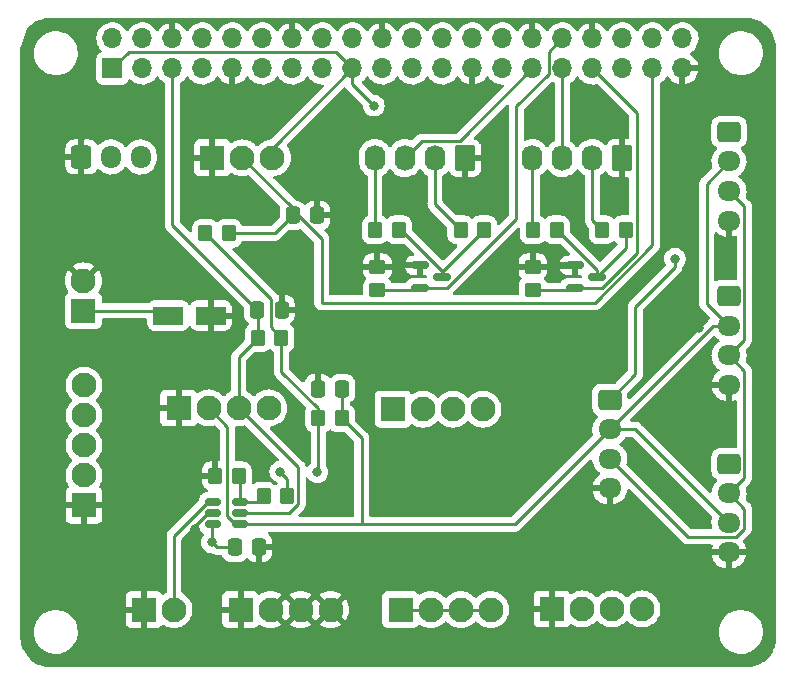
<source format=gtl>
%TF.GenerationSoftware,KiCad,Pcbnew,(6.0.2)*%
%TF.CreationDate,2022-03-23T10:15:06+00:00*%
%TF.ProjectId,pi_transceiver_hat,70695f74-7261-46e7-9363-65697665725f,1*%
%TF.SameCoordinates,Original*%
%TF.FileFunction,Copper,L1,Top*%
%TF.FilePolarity,Positive*%
%FSLAX46Y46*%
G04 Gerber Fmt 4.6, Leading zero omitted, Abs format (unit mm)*
G04 Created by KiCad (PCBNEW (6.0.2)) date 2022-03-23 10:15:06*
%MOMM*%
%LPD*%
G01*
G04 APERTURE LIST*
G04 Aperture macros list*
%AMRoundRect*
0 Rectangle with rounded corners*
0 $1 Rounding radius*
0 $2 $3 $4 $5 $6 $7 $8 $9 X,Y pos of 4 corners*
0 Add a 4 corners polygon primitive as box body*
4,1,4,$2,$3,$4,$5,$6,$7,$8,$9,$2,$3,0*
0 Add four circle primitives for the rounded corners*
1,1,$1+$1,$2,$3*
1,1,$1+$1,$4,$5*
1,1,$1+$1,$6,$7*
1,1,$1+$1,$8,$9*
0 Add four rect primitives between the rounded corners*
20,1,$1+$1,$2,$3,$4,$5,0*
20,1,$1+$1,$4,$5,$6,$7,0*
20,1,$1+$1,$6,$7,$8,$9,0*
20,1,$1+$1,$8,$9,$2,$3,0*%
G04 Aperture macros list end*
%TA.AperFunction,SMDPad,CuDef*%
%ADD10RoundRect,0.250000X0.350000X0.450000X-0.350000X0.450000X-0.350000X-0.450000X0.350000X-0.450000X0*%
%TD*%
%TA.AperFunction,SMDPad,CuDef*%
%ADD11RoundRect,0.250000X-0.337500X-0.475000X0.337500X-0.475000X0.337500X0.475000X-0.337500X0.475000X0*%
%TD*%
%TA.AperFunction,ComponentPad*%
%ADD12RoundRect,0.250000X-0.725000X0.600000X-0.725000X-0.600000X0.725000X-0.600000X0.725000X0.600000X0*%
%TD*%
%TA.AperFunction,ComponentPad*%
%ADD13O,1.950000X1.700000*%
%TD*%
%TA.AperFunction,ComponentPad*%
%ADD14R,2.100000X2.100000*%
%TD*%
%TA.AperFunction,ComponentPad*%
%ADD15C,2.100000*%
%TD*%
%TA.AperFunction,SMDPad,CuDef*%
%ADD16RoundRect,0.150000X-0.587500X-0.150000X0.587500X-0.150000X0.587500X0.150000X-0.587500X0.150000X0*%
%TD*%
%TA.AperFunction,SMDPad,CuDef*%
%ADD17RoundRect,0.250000X-1.050000X-0.550000X1.050000X-0.550000X1.050000X0.550000X-1.050000X0.550000X0*%
%TD*%
%TA.AperFunction,ComponentPad*%
%ADD18RoundRect,0.250000X0.620000X0.845000X-0.620000X0.845000X-0.620000X-0.845000X0.620000X-0.845000X0*%
%TD*%
%TA.AperFunction,ComponentPad*%
%ADD19O,1.740000X2.190000*%
%TD*%
%TA.AperFunction,SMDPad,CuDef*%
%ADD20RoundRect,0.250000X0.337500X0.475000X-0.337500X0.475000X-0.337500X-0.475000X0.337500X-0.475000X0*%
%TD*%
%TA.AperFunction,ComponentPad*%
%ADD21RoundRect,0.250000X-0.600000X-0.725000X0.600000X-0.725000X0.600000X0.725000X-0.600000X0.725000X0*%
%TD*%
%TA.AperFunction,ComponentPad*%
%ADD22O,1.700000X1.950000*%
%TD*%
%TA.AperFunction,SMDPad,CuDef*%
%ADD23RoundRect,0.250000X0.450000X-0.350000X0.450000X0.350000X-0.450000X0.350000X-0.450000X-0.350000X0*%
%TD*%
%TA.AperFunction,SMDPad,CuDef*%
%ADD24RoundRect,0.150000X-0.512500X-0.150000X0.512500X-0.150000X0.512500X0.150000X-0.512500X0.150000X0*%
%TD*%
%TA.AperFunction,SMDPad,CuDef*%
%ADD25RoundRect,0.250000X-0.350000X-0.450000X0.350000X-0.450000X0.350000X0.450000X-0.350000X0.450000X0*%
%TD*%
%TA.AperFunction,ComponentPad*%
%ADD26R,1.700000X1.700000*%
%TD*%
%TA.AperFunction,ComponentPad*%
%ADD27O,1.700000X1.700000*%
%TD*%
%TA.AperFunction,ViaPad*%
%ADD28C,0.800000*%
%TD*%
%TA.AperFunction,Conductor*%
%ADD29C,0.250000*%
%TD*%
G04 APERTURE END LIST*
D10*
X132216400Y-105156000D03*
X130216400Y-105156000D03*
D11*
X128045300Y-87985600D03*
X130120300Y-87985600D03*
D12*
X154906200Y-103590400D03*
D13*
X154906200Y-106090400D03*
X154906200Y-108590400D03*
X154906200Y-111090400D03*
D14*
X150007400Y-121310400D03*
D15*
X152547400Y-121310400D03*
X155087400Y-121310400D03*
X157627400Y-121310400D03*
D16*
X138813300Y-92217200D03*
X138813300Y-94117200D03*
X140688300Y-93167200D03*
D10*
X150402800Y-89204800D03*
X148402800Y-89204800D03*
D14*
X118409800Y-104292400D03*
D15*
X120949800Y-104292400D03*
X123489800Y-104292400D03*
X126029800Y-104292400D03*
D10*
X137042400Y-89204800D03*
X135042400Y-89204800D03*
D14*
X123642200Y-121361200D03*
D15*
X126182200Y-121361200D03*
X128722200Y-121361200D03*
X131262200Y-121361200D03*
D10*
X144272000Y-89204800D03*
X142272000Y-89204800D03*
X127593600Y-111760000D03*
X125593600Y-111760000D03*
D12*
X164998400Y-109016800D03*
D13*
X164998400Y-111516800D03*
X164998400Y-114016800D03*
X164998400Y-116516800D03*
D17*
X117529200Y-96469200D03*
X121129200Y-96469200D03*
D14*
X137205800Y-121361200D03*
D15*
X139745800Y-121361200D03*
X142285800Y-121361200D03*
X144825800Y-121361200D03*
D11*
X130178900Y-102666800D03*
X132253900Y-102666800D03*
D18*
X142646400Y-83139600D03*
D19*
X140106400Y-83139600D03*
X137566400Y-83139600D03*
X135026400Y-83139600D03*
D20*
X127123100Y-95961200D03*
X125048100Y-95961200D03*
D21*
X110174400Y-83041000D03*
D22*
X112674400Y-83041000D03*
X115174400Y-83041000D03*
D14*
X110388400Y-112522000D03*
D15*
X110388400Y-109982000D03*
X110388400Y-107442000D03*
X110388400Y-104902000D03*
X110388400Y-102362000D03*
D10*
X123478800Y-110032800D03*
X121478800Y-110032800D03*
D14*
X110337600Y-96062800D03*
D15*
X110337600Y-93522800D03*
D14*
X115468400Y-121361200D03*
D15*
X118008400Y-121361200D03*
D14*
X121259600Y-83108800D03*
D15*
X123799600Y-83108800D03*
X126339600Y-83108800D03*
D16*
X151919700Y-92217200D03*
X151919700Y-94117200D03*
X153794700Y-93167200D03*
D11*
X123147000Y-116078000D03*
X125222000Y-116078000D03*
D10*
X156244800Y-89204800D03*
X154244800Y-89204800D03*
D18*
X155956000Y-83139600D03*
D19*
X153416000Y-83139600D03*
X150876000Y-83139600D03*
X148336000Y-83139600D03*
D10*
X122666000Y-89509600D03*
X120666000Y-89509600D03*
D23*
X135229600Y-94317200D03*
X135229600Y-92317200D03*
D14*
X136545400Y-104394000D03*
D15*
X139085400Y-104394000D03*
X141625400Y-104394000D03*
X144165400Y-104394000D03*
D23*
X148386800Y-94317200D03*
X148386800Y-92317200D03*
D24*
X121290500Y-112232400D03*
X121290500Y-113182400D03*
X121290500Y-114132400D03*
X123565500Y-114132400D03*
X123565500Y-113182400D03*
X123565500Y-112232400D03*
D12*
X164998400Y-94843600D03*
D13*
X164998400Y-97343600D03*
X164998400Y-99843600D03*
X164998400Y-102343600D03*
D12*
X164998400Y-80924400D03*
D13*
X164998400Y-83424400D03*
X164998400Y-85924400D03*
X164998400Y-88424400D03*
D25*
X125101600Y-98348800D03*
X127101600Y-98348800D03*
D26*
X112800000Y-75550000D03*
D27*
X112800000Y-73010000D03*
X115340000Y-75550000D03*
X115340000Y-73010000D03*
X117880000Y-75550000D03*
X117880000Y-73010000D03*
X120420000Y-75550000D03*
X120420000Y-73010000D03*
X122960000Y-75550000D03*
X122960000Y-73010000D03*
X125500000Y-75550000D03*
X125500000Y-73010000D03*
X128040000Y-75550000D03*
X128040000Y-73010000D03*
X130580000Y-75550000D03*
X130580000Y-73010000D03*
X133120000Y-75550000D03*
X133120000Y-73010000D03*
X135660000Y-75550000D03*
X135660000Y-73010000D03*
X138200000Y-75550000D03*
X138200000Y-73010000D03*
X140740000Y-75550000D03*
X140740000Y-73010000D03*
X143280000Y-75550000D03*
X143280000Y-73010000D03*
X145820000Y-75550000D03*
X145820000Y-73010000D03*
X148360000Y-75550000D03*
X148360000Y-73010000D03*
X150900000Y-75550000D03*
X150900000Y-73010000D03*
X153440000Y-75550000D03*
X153440000Y-73010000D03*
X155980000Y-75550000D03*
X155980000Y-73010000D03*
X158520000Y-75550000D03*
X158520000Y-73010000D03*
X161060000Y-75550000D03*
X161060000Y-73010000D03*
D28*
X130149600Y-109728000D03*
X134924800Y-78689200D03*
X160419011Y-91643200D03*
X121208800Y-115671600D03*
X127000000Y-109677200D03*
X119786400Y-114503200D03*
X138785600Y-87274400D03*
X151384000Y-87020400D03*
X146608800Y-92252800D03*
X158648400Y-109728000D03*
X125425200Y-101498400D03*
X149402800Y-78130400D03*
X133451600Y-92252800D03*
X162458400Y-97485200D03*
X125323600Y-108254800D03*
X130302000Y-112318800D03*
D29*
X157073600Y-101423000D02*
X157073600Y-95707200D01*
X130216400Y-105156000D02*
X130216400Y-109661200D01*
X142285800Y-121361200D02*
X139745800Y-121361200D01*
X127101600Y-98348800D02*
X126211080Y-97458280D01*
X157073600Y-95707200D02*
X160419011Y-92361789D01*
X133120000Y-76884400D02*
X134924800Y-78689200D01*
X127101600Y-101214493D02*
X127101600Y-98348800D01*
X160419011Y-91643200D02*
X160419011Y-92361789D01*
X139745800Y-121361200D02*
X137205800Y-121361200D01*
X114165489Y-74184511D02*
X112800000Y-75550000D01*
X130216400Y-104329293D02*
X127101600Y-101214493D01*
X126339600Y-82330400D02*
X126339600Y-83108800D01*
X126211080Y-95054680D02*
X120666000Y-89509600D01*
X133120000Y-75550000D02*
X126339600Y-82330400D01*
X133120000Y-75550000D02*
X131754511Y-74184511D01*
X154906200Y-103590400D02*
X157073600Y-101423000D01*
X144825800Y-121361200D02*
X142285800Y-121361200D01*
X130216400Y-109661200D02*
X130149600Y-109728000D01*
X126211080Y-97458280D02*
X126211080Y-95054680D01*
X133120000Y-75550000D02*
X133120000Y-76884400D01*
X130216400Y-105156000D02*
X130216400Y-104329293D01*
X131754511Y-74184511D02*
X114165489Y-74184511D01*
X110337600Y-96062800D02*
X117122800Y-96062800D01*
X121208800Y-114214100D02*
X121290500Y-114132400D01*
X127593600Y-111760000D02*
X127593600Y-110270800D01*
X121208800Y-115671600D02*
X121208800Y-114214100D01*
X123147000Y-116078000D02*
X121615200Y-116078000D01*
X153416000Y-83139600D02*
X153416000Y-88376000D01*
X121615200Y-116078000D02*
X121208800Y-115671600D01*
X127593600Y-110270800D02*
X127000000Y-109677200D01*
X117122800Y-96062800D02*
X117529200Y-96469200D01*
X153416000Y-88376000D02*
X154244800Y-89204800D01*
X140106400Y-83139600D02*
X140106400Y-87039200D01*
X140106400Y-87039200D02*
X142272000Y-89204800D01*
X128045300Y-87354500D02*
X128045300Y-87985600D01*
X122666000Y-89509600D02*
X126521300Y-89509600D01*
X123799600Y-83108800D02*
X128045300Y-87354500D01*
X128495307Y-87985600D02*
X128045300Y-87985600D01*
X130516720Y-90007013D02*
X128495307Y-87985600D01*
X130516720Y-95381920D02*
X130516720Y-90007013D01*
X158520000Y-90486190D02*
X153624270Y-95381920D01*
X153624270Y-95381920D02*
X130516720Y-95381920D01*
X126521300Y-89509600D02*
X128045300Y-87985600D01*
X158520000Y-75550000D02*
X158520000Y-90486190D01*
X128518120Y-112447973D02*
X128518120Y-109320720D01*
X117880000Y-75550000D02*
X117880000Y-88793100D01*
X164998400Y-99843600D02*
X166297920Y-101143120D01*
X127783693Y-113182400D02*
X123565500Y-113182400D01*
X125101600Y-98348800D02*
X125101600Y-96014700D01*
X117880000Y-88793100D02*
X125048100Y-95961200D01*
X164998400Y-111516800D02*
X166297920Y-112816320D01*
X161530200Y-115214400D02*
X154906200Y-108590400D01*
X127783693Y-113182400D02*
X128518120Y-112447973D01*
X166297920Y-87223920D02*
X166297920Y-98544080D01*
X166297920Y-110217280D02*
X164998400Y-111516800D01*
X125101600Y-96014700D02*
X125048100Y-95961200D01*
X166297920Y-101143120D02*
X166297920Y-110217280D01*
X165586822Y-115214400D02*
X161530200Y-115214400D01*
X123489800Y-104292400D02*
X123489800Y-99960600D01*
X166297920Y-114503302D02*
X165586822Y-115214400D01*
X166297920Y-98544080D02*
X164998400Y-99843600D01*
X123489800Y-99960600D02*
X125101600Y-98348800D01*
X128518120Y-109320720D02*
X123489800Y-104292400D01*
X164998400Y-85924400D02*
X166297920Y-87223920D01*
X166297920Y-112816320D02*
X166297920Y-114503302D01*
X151819700Y-92317200D02*
X151919700Y-92217200D01*
X135165200Y-92252800D02*
X135229600Y-92317200D01*
X148322400Y-92252800D02*
X148386800Y-92317200D01*
X120906928Y-113182400D02*
X121290500Y-113182400D01*
X146608800Y-92252800D02*
X148322400Y-92252800D01*
X148386800Y-92317200D02*
X151819700Y-92317200D01*
X119786400Y-114503200D02*
X119786400Y-114302928D01*
X138813300Y-92217200D02*
X135329600Y-92217200D01*
X119786400Y-114302928D02*
X120906928Y-113182400D01*
X133451600Y-92252800D02*
X135165200Y-92252800D01*
X135329600Y-92217200D02*
X135229600Y-92317200D01*
X162438800Y-97465600D02*
X162458400Y-97485200D01*
X137566400Y-83139600D02*
X138985920Y-81720080D01*
X142189920Y-81720080D02*
X148360000Y-75550000D01*
X138985920Y-81720080D02*
X142189920Y-81720080D01*
X150876000Y-75574000D02*
X150900000Y-75550000D01*
X150876000Y-83139600D02*
X150876000Y-75574000D01*
X149725489Y-74184511D02*
X150900000Y-73010000D01*
X135229600Y-94317200D02*
X138613300Y-94317200D01*
X146994511Y-88269561D02*
X146994511Y-78760689D01*
X149725489Y-76029711D02*
X149725489Y-74184511D01*
X146994511Y-78760689D02*
X149725489Y-76029711D01*
X138613300Y-94317200D02*
X138813300Y-94117200D01*
X138813300Y-94117200D02*
X141146872Y-94117200D01*
X141146872Y-94117200D02*
X146994511Y-88269561D01*
X154253272Y-94117200D02*
X157169320Y-91201152D01*
X151719700Y-94317200D02*
X151919700Y-94117200D01*
X157169320Y-79279320D02*
X153440000Y-75550000D01*
X148386800Y-94317200D02*
X151719700Y-94317200D01*
X151919700Y-94117200D02*
X154253272Y-94117200D01*
X157169320Y-91201152D02*
X157169320Y-79279320D01*
X163653000Y-97343600D02*
X154906200Y-106090400D01*
X133924000Y-114132400D02*
X146864200Y-114132400D01*
X123565500Y-114132400D02*
X133924000Y-114132400D01*
X122529600Y-105872200D02*
X120949800Y-104292400D01*
X132216400Y-102704300D02*
X132253900Y-102666800D01*
X157072000Y-106090400D02*
X164998400Y-114016800D01*
X132216400Y-105156000D02*
X132216400Y-102704300D01*
X123181928Y-114132400D02*
X122529600Y-113480072D01*
X122529600Y-113480072D02*
X122529600Y-105872200D01*
X164998400Y-97343600D02*
X163653000Y-97343600D01*
X123565500Y-114132400D02*
X123181928Y-114132400D01*
X132216400Y-105156000D02*
X133924000Y-106863600D01*
X163118800Y-85304000D02*
X163118800Y-95464000D01*
X146864200Y-114132400D02*
X154906200Y-106090400D01*
X154906200Y-106090400D02*
X157072000Y-106090400D01*
X164998400Y-83424400D02*
X163118800Y-85304000D01*
X163118800Y-95464000D02*
X164998400Y-97343600D01*
X133924000Y-106863600D02*
X133924000Y-114132400D01*
X120906928Y-112232400D02*
X118008400Y-115130928D01*
X121290500Y-112232400D02*
X120906928Y-112232400D01*
X118008400Y-115130928D02*
X118008400Y-121361200D01*
X135026400Y-89188800D02*
X135042400Y-89204800D01*
X135026400Y-83139600D02*
X135026400Y-89188800D01*
X148336000Y-89138000D02*
X148402800Y-89204800D01*
X148336000Y-83139600D02*
X148336000Y-89138000D01*
X140688300Y-93167200D02*
X140688300Y-92683628D01*
X140688300Y-92788500D02*
X144272000Y-89204800D01*
X137209472Y-89204800D02*
X137042400Y-89204800D01*
X140688300Y-92683628D02*
X137209472Y-89204800D01*
X140688300Y-93167200D02*
X140688300Y-92788500D01*
X153794700Y-93167200D02*
X156244800Y-90717100D01*
X150402800Y-89204800D02*
X153794700Y-92596700D01*
X156244800Y-90717100D02*
X156244800Y-89204800D01*
X153794700Y-92596700D02*
X153794700Y-93167200D01*
X123565500Y-112232400D02*
X123565500Y-110119500D01*
X123565500Y-112232400D02*
X125121200Y-112232400D01*
X123565500Y-110119500D02*
X123478800Y-110032800D01*
X125121200Y-112232400D02*
X125593600Y-111760000D01*
%TA.AperFunction,Conductor*%
G36*
X166470057Y-71259500D02*
G01*
X166484858Y-71261805D01*
X166484861Y-71261805D01*
X166493730Y-71263186D01*
X166510899Y-71260941D01*
X166534839Y-71260108D01*
X166792770Y-71275710D01*
X166807874Y-71277544D01*
X166878648Y-71290514D01*
X167088879Y-71329040D01*
X167103645Y-71332679D01*
X167376408Y-71417675D01*
X167390622Y-71423067D01*
X167634149Y-71532669D01*
X167662761Y-71550492D01*
X168431457Y-72186654D01*
X168450305Y-72206014D01*
X168546175Y-72328383D01*
X168554819Y-72340906D01*
X168613422Y-72437848D01*
X168622328Y-72455608D01*
X168925967Y-73203027D01*
X168933168Y-73227739D01*
X168972456Y-73442126D01*
X168974290Y-73457230D01*
X168989455Y-73707929D01*
X168988198Y-73734639D01*
X168988195Y-73734859D01*
X168986814Y-73743730D01*
X168987978Y-73752632D01*
X168987978Y-73752635D01*
X168990936Y-73775251D01*
X168992000Y-73791589D01*
X168992000Y-123700672D01*
X168990500Y-123720056D01*
X168986814Y-123743730D01*
X168988454Y-123756270D01*
X168989059Y-123760897D01*
X168989892Y-123784839D01*
X168974290Y-124042770D01*
X168972456Y-124057874D01*
X168965788Y-124094259D01*
X168940047Y-124234730D01*
X168920962Y-124338873D01*
X168917322Y-124353641D01*
X168866692Y-124516119D01*
X168832326Y-124626404D01*
X168826931Y-124640627D01*
X168730000Y-124856001D01*
X168709686Y-124901136D01*
X168702615Y-124914609D01*
X168554818Y-125159095D01*
X168546175Y-125171617D01*
X168369984Y-125396507D01*
X168359894Y-125407895D01*
X168157895Y-125609894D01*
X168146507Y-125619984D01*
X167921617Y-125796175D01*
X167909095Y-125804818D01*
X167664609Y-125952615D01*
X167651140Y-125959684D01*
X167390630Y-126076930D01*
X167376408Y-126082325D01*
X167103641Y-126167322D01*
X167088879Y-126170960D01*
X166878648Y-126209486D01*
X166807874Y-126222456D01*
X166792770Y-126224290D01*
X166542071Y-126239455D01*
X166515361Y-126238198D01*
X166515141Y-126238195D01*
X166506270Y-126236814D01*
X166497368Y-126237978D01*
X166497365Y-126237978D01*
X166474749Y-126240936D01*
X166458411Y-126242000D01*
X107549328Y-126242000D01*
X107529943Y-126240500D01*
X107515142Y-126238195D01*
X107515139Y-126238195D01*
X107506270Y-126236814D01*
X107489101Y-126239059D01*
X107465161Y-126239892D01*
X107207230Y-126224290D01*
X107192126Y-126222456D01*
X107121352Y-126209486D01*
X106911121Y-126170960D01*
X106896359Y-126167322D01*
X106623592Y-126082325D01*
X106609370Y-126076930D01*
X106348860Y-125959684D01*
X106335391Y-125952615D01*
X106090905Y-125804818D01*
X106078383Y-125796175D01*
X105853493Y-125619984D01*
X105842105Y-125609894D01*
X105805710Y-125573499D01*
X105791582Y-125556660D01*
X105522052Y-125171617D01*
X105220766Y-124741209D01*
X105209092Y-124720668D01*
X105201068Y-124702838D01*
X105173069Y-124640627D01*
X105167674Y-124626404D01*
X105133308Y-124516119D01*
X105082678Y-124353641D01*
X105079038Y-124338873D01*
X105059954Y-124234730D01*
X105034212Y-124094259D01*
X105027544Y-124057874D01*
X105025710Y-124042770D01*
X105010545Y-123792071D01*
X105011802Y-123765361D01*
X105011805Y-123765141D01*
X105013186Y-123756270D01*
X105011848Y-123746033D01*
X105009064Y-123724749D01*
X105008000Y-123708411D01*
X105008000Y-123292277D01*
X106137009Y-123292277D01*
X106162625Y-123560769D01*
X106163710Y-123565203D01*
X106163711Y-123565209D01*
X106212688Y-123765361D01*
X106226731Y-123822750D01*
X106327985Y-124072733D01*
X106464265Y-124305482D01*
X106502784Y-124353647D01*
X106584686Y-124456060D01*
X106632716Y-124516119D01*
X106829809Y-124700234D01*
X107051416Y-124853968D01*
X107055499Y-124855999D01*
X107055502Y-124856001D01*
X107146228Y-124901136D01*
X107292894Y-124974101D01*
X107297228Y-124975522D01*
X107297231Y-124975523D01*
X107544853Y-125056698D01*
X107544859Y-125056699D01*
X107549186Y-125058118D01*
X107553677Y-125058898D01*
X107553678Y-125058898D01*
X107811140Y-125103601D01*
X107811148Y-125103602D01*
X107814921Y-125104257D01*
X107818758Y-125104448D01*
X107898578Y-125108422D01*
X107898586Y-125108422D01*
X107900149Y-125108500D01*
X108068512Y-125108500D01*
X108070780Y-125108335D01*
X108070792Y-125108335D01*
X108201884Y-125098823D01*
X108269004Y-125093953D01*
X108273459Y-125092969D01*
X108273462Y-125092969D01*
X108527912Y-125036791D01*
X108527916Y-125036790D01*
X108532372Y-125035806D01*
X108658480Y-124988028D01*
X108780318Y-124941868D01*
X108780321Y-124941867D01*
X108784588Y-124940250D01*
X109020368Y-124809286D01*
X109234773Y-124645657D01*
X109239688Y-124640630D01*
X109420117Y-124456060D01*
X109423312Y-124452792D01*
X109582034Y-124234730D01*
X109665190Y-124076676D01*
X109705490Y-124000079D01*
X109705493Y-124000073D01*
X109707615Y-123996039D01*
X109770378Y-123818312D01*
X109795902Y-123746033D01*
X109795902Y-123746032D01*
X109797425Y-123741720D01*
X109849581Y-123477100D01*
X109858782Y-123292277D01*
X164137009Y-123292277D01*
X164162625Y-123560769D01*
X164163710Y-123565203D01*
X164163711Y-123565209D01*
X164212688Y-123765361D01*
X164226731Y-123822750D01*
X164327985Y-124072733D01*
X164464265Y-124305482D01*
X164502784Y-124353647D01*
X164584686Y-124456060D01*
X164632716Y-124516119D01*
X164829809Y-124700234D01*
X165051416Y-124853968D01*
X165055499Y-124855999D01*
X165055502Y-124856001D01*
X165146228Y-124901136D01*
X165292894Y-124974101D01*
X165297228Y-124975522D01*
X165297231Y-124975523D01*
X165544853Y-125056698D01*
X165544859Y-125056699D01*
X165549186Y-125058118D01*
X165553677Y-125058898D01*
X165553678Y-125058898D01*
X165811140Y-125103601D01*
X165811148Y-125103602D01*
X165814921Y-125104257D01*
X165818758Y-125104448D01*
X165898578Y-125108422D01*
X165898586Y-125108422D01*
X165900149Y-125108500D01*
X166068512Y-125108500D01*
X166070780Y-125108335D01*
X166070792Y-125108335D01*
X166201884Y-125098823D01*
X166269004Y-125093953D01*
X166273459Y-125092969D01*
X166273462Y-125092969D01*
X166527912Y-125036791D01*
X166527916Y-125036790D01*
X166532372Y-125035806D01*
X166658480Y-124988028D01*
X166780318Y-124941868D01*
X166780321Y-124941867D01*
X166784588Y-124940250D01*
X167020368Y-124809286D01*
X167234773Y-124645657D01*
X167239688Y-124640630D01*
X167420117Y-124456060D01*
X167423312Y-124452792D01*
X167582034Y-124234730D01*
X167665190Y-124076676D01*
X167705490Y-124000079D01*
X167705493Y-124000073D01*
X167707615Y-123996039D01*
X167770378Y-123818312D01*
X167795902Y-123746033D01*
X167795902Y-123746032D01*
X167797425Y-123741720D01*
X167849581Y-123477100D01*
X167858782Y-123292277D01*
X167862764Y-123212292D01*
X167862764Y-123212286D01*
X167862991Y-123207723D01*
X167837375Y-122939231D01*
X167833681Y-122924131D01*
X167774355Y-122681688D01*
X167773269Y-122677250D01*
X167672015Y-122427267D01*
X167535735Y-122194518D01*
X167417928Y-122047208D01*
X167370136Y-121987447D01*
X167370135Y-121987445D01*
X167367284Y-121983881D01*
X167170191Y-121799766D01*
X166948584Y-121646032D01*
X166944501Y-121644001D01*
X166944498Y-121643999D01*
X166811729Y-121577948D01*
X166707106Y-121525899D01*
X166702772Y-121524478D01*
X166702769Y-121524477D01*
X166455147Y-121443302D01*
X166455141Y-121443301D01*
X166450814Y-121441882D01*
X166446322Y-121441102D01*
X166188860Y-121396399D01*
X166188852Y-121396398D01*
X166185079Y-121395743D01*
X166173817Y-121395182D01*
X166101422Y-121391578D01*
X166101414Y-121391578D01*
X166099851Y-121391500D01*
X165931488Y-121391500D01*
X165929220Y-121391665D01*
X165929208Y-121391665D01*
X165798116Y-121401177D01*
X165730996Y-121406047D01*
X165726541Y-121407031D01*
X165726538Y-121407031D01*
X165472088Y-121463209D01*
X165472084Y-121463210D01*
X165467628Y-121464194D01*
X165341520Y-121511972D01*
X165219682Y-121558132D01*
X165219679Y-121558133D01*
X165215412Y-121559750D01*
X164979632Y-121690714D01*
X164765227Y-121854343D01*
X164576688Y-122047208D01*
X164417966Y-122265270D01*
X164365479Y-122365031D01*
X164294510Y-122499921D01*
X164294507Y-122499927D01*
X164292385Y-122503961D01*
X164290865Y-122508266D01*
X164290863Y-122508270D01*
X164213026Y-122728685D01*
X164202575Y-122758280D01*
X164182027Y-122862535D01*
X164171188Y-122917528D01*
X164150419Y-123022900D01*
X164150192Y-123027453D01*
X164150192Y-123027456D01*
X164140991Y-123212292D01*
X164137009Y-123292277D01*
X109858782Y-123292277D01*
X109862764Y-123212292D01*
X109862764Y-123212286D01*
X109862991Y-123207723D01*
X109837375Y-122939231D01*
X109833681Y-122924131D01*
X109774355Y-122681688D01*
X109773269Y-122677250D01*
X109683600Y-122455869D01*
X113910401Y-122455869D01*
X113910771Y-122462690D01*
X113916295Y-122513552D01*
X113919921Y-122528804D01*
X113965076Y-122649254D01*
X113973614Y-122664848D01*
X114050115Y-122766924D01*
X114062676Y-122779485D01*
X114164751Y-122855986D01*
X114180346Y-122864524D01*
X114300794Y-122909678D01*
X114316049Y-122913305D01*
X114366914Y-122918831D01*
X114373728Y-122919200D01*
X115196285Y-122919200D01*
X115211524Y-122914725D01*
X115212729Y-122913335D01*
X115214400Y-122905652D01*
X115214400Y-121633315D01*
X115209925Y-121618076D01*
X115208535Y-121616871D01*
X115200852Y-121615200D01*
X113928516Y-121615200D01*
X113913277Y-121619675D01*
X113912072Y-121621065D01*
X113910401Y-121628748D01*
X113910401Y-122455869D01*
X109683600Y-122455869D01*
X109672015Y-122427267D01*
X109535735Y-122194518D01*
X109417928Y-122047208D01*
X109370136Y-121987447D01*
X109370135Y-121987445D01*
X109367284Y-121983881D01*
X109170191Y-121799766D01*
X108948584Y-121646032D01*
X108944501Y-121644001D01*
X108944498Y-121643999D01*
X108811729Y-121577948D01*
X108707106Y-121525899D01*
X108702772Y-121524478D01*
X108702769Y-121524477D01*
X108455147Y-121443302D01*
X108455141Y-121443301D01*
X108450814Y-121441882D01*
X108446322Y-121441102D01*
X108188860Y-121396399D01*
X108188852Y-121396398D01*
X108185079Y-121395743D01*
X108173817Y-121395182D01*
X108101422Y-121391578D01*
X108101414Y-121391578D01*
X108099851Y-121391500D01*
X107931488Y-121391500D01*
X107929220Y-121391665D01*
X107929208Y-121391665D01*
X107798116Y-121401177D01*
X107730996Y-121406047D01*
X107726541Y-121407031D01*
X107726538Y-121407031D01*
X107472088Y-121463209D01*
X107472084Y-121463210D01*
X107467628Y-121464194D01*
X107341520Y-121511972D01*
X107219682Y-121558132D01*
X107219679Y-121558133D01*
X107215412Y-121559750D01*
X106979632Y-121690714D01*
X106765227Y-121854343D01*
X106576688Y-122047208D01*
X106417966Y-122265270D01*
X106365479Y-122365031D01*
X106294510Y-122499921D01*
X106294507Y-122499927D01*
X106292385Y-122503961D01*
X106290865Y-122508266D01*
X106290863Y-122508270D01*
X106213026Y-122728685D01*
X106202575Y-122758280D01*
X106182027Y-122862535D01*
X106171188Y-122917528D01*
X106150419Y-123022900D01*
X106150192Y-123027453D01*
X106150192Y-123027456D01*
X106140991Y-123212292D01*
X106137009Y-123292277D01*
X105008000Y-123292277D01*
X105008000Y-121089085D01*
X113910400Y-121089085D01*
X113914875Y-121104324D01*
X113916265Y-121105529D01*
X113923948Y-121107200D01*
X115196285Y-121107200D01*
X115211524Y-121102725D01*
X115212729Y-121101335D01*
X115214400Y-121093652D01*
X115214400Y-119821316D01*
X115209925Y-119806077D01*
X115208535Y-119804872D01*
X115200852Y-119803201D01*
X114373731Y-119803201D01*
X114366910Y-119803571D01*
X114316048Y-119809095D01*
X114300796Y-119812721D01*
X114180346Y-119857876D01*
X114164751Y-119866414D01*
X114062676Y-119942915D01*
X114050115Y-119955476D01*
X113973614Y-120057551D01*
X113965076Y-120073146D01*
X113919922Y-120193594D01*
X113916295Y-120208849D01*
X113910769Y-120259714D01*
X113910400Y-120266528D01*
X113910400Y-121089085D01*
X105008000Y-121089085D01*
X105008000Y-113616669D01*
X108830401Y-113616669D01*
X108830771Y-113623490D01*
X108836295Y-113674352D01*
X108839921Y-113689604D01*
X108885076Y-113810054D01*
X108893614Y-113825649D01*
X108970115Y-113927724D01*
X108982676Y-113940285D01*
X109084751Y-114016786D01*
X109100346Y-114025324D01*
X109220794Y-114070478D01*
X109236049Y-114074105D01*
X109286914Y-114079631D01*
X109293728Y-114080000D01*
X110116285Y-114080000D01*
X110131524Y-114075525D01*
X110132729Y-114074135D01*
X110134400Y-114066452D01*
X110134400Y-114061884D01*
X110642400Y-114061884D01*
X110646875Y-114077123D01*
X110648265Y-114078328D01*
X110655948Y-114079999D01*
X111483069Y-114079999D01*
X111489890Y-114079629D01*
X111540752Y-114074105D01*
X111556004Y-114070479D01*
X111676454Y-114025324D01*
X111692049Y-114016786D01*
X111794124Y-113940285D01*
X111806685Y-113927724D01*
X111883186Y-113825649D01*
X111891724Y-113810054D01*
X111936878Y-113689606D01*
X111940505Y-113674351D01*
X111946031Y-113623486D01*
X111946400Y-113616672D01*
X111946400Y-112794115D01*
X111941925Y-112778876D01*
X111940535Y-112777671D01*
X111932852Y-112776000D01*
X110660515Y-112776000D01*
X110645276Y-112780475D01*
X110644071Y-112781865D01*
X110642400Y-112789548D01*
X110642400Y-114061884D01*
X110134400Y-114061884D01*
X110134400Y-112794115D01*
X110129925Y-112778876D01*
X110128535Y-112777671D01*
X110120852Y-112776000D01*
X108848516Y-112776000D01*
X108833277Y-112780475D01*
X108832072Y-112781865D01*
X108830401Y-112789548D01*
X108830401Y-113616669D01*
X105008000Y-113616669D01*
X105008000Y-109982000D01*
X108825081Y-109982000D01*
X108844328Y-110226557D01*
X108845482Y-110231364D01*
X108845483Y-110231370D01*
X108875420Y-110356066D01*
X108901595Y-110465092D01*
X108995473Y-110691732D01*
X109063717Y-110803097D01*
X109104495Y-110869641D01*
X109123033Y-110938174D01*
X109101576Y-111005851D01*
X109072627Y-111036302D01*
X108982672Y-111103719D01*
X108970115Y-111116276D01*
X108893614Y-111218351D01*
X108885076Y-111233946D01*
X108839922Y-111354394D01*
X108836295Y-111369649D01*
X108830769Y-111420514D01*
X108830400Y-111427328D01*
X108830400Y-112249885D01*
X108834875Y-112265124D01*
X108836265Y-112266329D01*
X108843948Y-112268000D01*
X111928284Y-112268000D01*
X111943523Y-112263525D01*
X111944728Y-112262135D01*
X111946399Y-112254452D01*
X111946399Y-111427331D01*
X111946029Y-111420510D01*
X111940505Y-111369648D01*
X111936879Y-111354396D01*
X111891724Y-111233946D01*
X111883186Y-111218351D01*
X111806685Y-111116276D01*
X111794128Y-111103719D01*
X111704173Y-111036302D01*
X111661658Y-110979442D01*
X111656632Y-110908624D01*
X111672305Y-110869641D01*
X111713083Y-110803097D01*
X111781327Y-110691732D01*
X111875205Y-110465092D01*
X111901380Y-110356066D01*
X111931317Y-110231370D01*
X111931318Y-110231364D01*
X111932472Y-110226557D01*
X111951719Y-109982000D01*
X111934301Y-109760685D01*
X120370800Y-109760685D01*
X120375275Y-109775924D01*
X120376665Y-109777129D01*
X120384348Y-109778800D01*
X121206685Y-109778800D01*
X121221924Y-109774325D01*
X121223129Y-109772935D01*
X121224800Y-109765252D01*
X121224800Y-108842916D01*
X121220325Y-108827677D01*
X121218935Y-108826472D01*
X121211252Y-108824801D01*
X121081705Y-108824801D01*
X121075186Y-108825138D01*
X120979594Y-108835057D01*
X120966200Y-108837949D01*
X120812016Y-108889388D01*
X120798838Y-108895561D01*
X120660993Y-108980863D01*
X120649592Y-108989899D01*
X120535061Y-109104629D01*
X120526049Y-109116040D01*
X120440984Y-109254043D01*
X120434837Y-109267224D01*
X120383662Y-109421510D01*
X120380795Y-109434886D01*
X120371128Y-109529238D01*
X120370800Y-109535655D01*
X120370800Y-109760685D01*
X111934301Y-109760685D01*
X111932472Y-109737443D01*
X111931221Y-109732229D01*
X111883100Y-109531794D01*
X111875205Y-109498908D01*
X111781327Y-109272268D01*
X111685591Y-109116040D01*
X111655742Y-109067330D01*
X111655740Y-109067327D01*
X111653152Y-109063104D01*
X111645412Y-109054041D01*
X111497041Y-108880323D01*
X111493833Y-108876567D01*
X111447703Y-108837168D01*
X111413331Y-108807811D01*
X111374522Y-108748360D01*
X111374016Y-108677365D01*
X111413331Y-108616189D01*
X111490077Y-108550641D01*
X111493833Y-108547433D01*
X111599049Y-108424242D01*
X111649935Y-108364663D01*
X111649937Y-108364660D01*
X111653152Y-108360896D01*
X111781327Y-108151732D01*
X111852620Y-107979617D01*
X111873311Y-107929665D01*
X111873312Y-107929663D01*
X111875205Y-107925092D01*
X111908338Y-107787083D01*
X111931317Y-107691370D01*
X111931318Y-107691364D01*
X111932472Y-107686557D01*
X111951719Y-107442000D01*
X111932472Y-107197443D01*
X111927852Y-107178196D01*
X111884471Y-106997503D01*
X111875205Y-106958908D01*
X111868354Y-106942367D01*
X111815115Y-106813840D01*
X111781327Y-106732268D01*
X111653152Y-106523104D01*
X111642211Y-106510293D01*
X111497041Y-106340323D01*
X111493833Y-106336567D01*
X111463950Y-106311044D01*
X111413331Y-106267811D01*
X111374522Y-106208360D01*
X111374016Y-106137365D01*
X111413331Y-106076189D01*
X111490077Y-106010641D01*
X111493833Y-106007433D01*
X111541066Y-105952131D01*
X111649935Y-105824663D01*
X111649937Y-105824660D01*
X111653152Y-105820896D01*
X111655904Y-105816406D01*
X111732199Y-105691902D01*
X111781327Y-105611732D01*
X111845461Y-105456900D01*
X111873311Y-105389665D01*
X111873312Y-105389663D01*
X111874386Y-105387069D01*
X116851801Y-105387069D01*
X116852171Y-105393890D01*
X116857695Y-105444752D01*
X116861321Y-105460004D01*
X116906476Y-105580454D01*
X116915014Y-105596049D01*
X116991515Y-105698124D01*
X117004076Y-105710685D01*
X117106151Y-105787186D01*
X117121746Y-105795724D01*
X117242194Y-105840878D01*
X117257449Y-105844505D01*
X117308314Y-105850031D01*
X117315128Y-105850400D01*
X118137685Y-105850400D01*
X118152924Y-105845925D01*
X118154129Y-105844535D01*
X118155800Y-105836852D01*
X118155800Y-104564515D01*
X118151325Y-104549276D01*
X118149935Y-104548071D01*
X118142252Y-104546400D01*
X116869916Y-104546400D01*
X116854677Y-104550875D01*
X116853472Y-104552265D01*
X116851801Y-104559948D01*
X116851801Y-105387069D01*
X111874386Y-105387069D01*
X111875205Y-105385092D01*
X111909605Y-105241805D01*
X111931317Y-105151370D01*
X111931318Y-105151364D01*
X111932472Y-105146557D01*
X111951719Y-104902000D01*
X111932472Y-104657443D01*
X111931250Y-104652350D01*
X111876360Y-104423720D01*
X111875205Y-104418908D01*
X111863318Y-104390209D01*
X111835114Y-104322120D01*
X111781327Y-104192268D01*
X111692824Y-104047843D01*
X111675937Y-104020285D01*
X116851800Y-104020285D01*
X116856275Y-104035524D01*
X116857665Y-104036729D01*
X116865348Y-104038400D01*
X118137685Y-104038400D01*
X118152924Y-104033925D01*
X118154129Y-104032535D01*
X118155800Y-104024852D01*
X118155800Y-102752516D01*
X118151325Y-102737277D01*
X118149935Y-102736072D01*
X118142252Y-102734401D01*
X117315131Y-102734401D01*
X117308310Y-102734771D01*
X117257448Y-102740295D01*
X117242196Y-102743921D01*
X117121746Y-102789076D01*
X117106151Y-102797614D01*
X117004076Y-102874115D01*
X116991515Y-102886676D01*
X116915014Y-102988751D01*
X116906476Y-103004346D01*
X116861322Y-103124794D01*
X116857695Y-103140049D01*
X116852169Y-103190914D01*
X116851800Y-103197728D01*
X116851800Y-104020285D01*
X111675937Y-104020285D01*
X111655742Y-103987330D01*
X111655740Y-103987327D01*
X111653152Y-103983104D01*
X111614570Y-103937930D01*
X111497041Y-103800323D01*
X111493833Y-103796567D01*
X111427928Y-103740278D01*
X111413331Y-103727811D01*
X111374522Y-103668360D01*
X111374016Y-103597365D01*
X111413331Y-103536189D01*
X111490077Y-103470641D01*
X111493833Y-103467433D01*
X111616276Y-103324072D01*
X111649935Y-103284663D01*
X111649937Y-103284660D01*
X111653152Y-103280896D01*
X111686618Y-103226285D01*
X111738229Y-103142062D01*
X111781327Y-103071732D01*
X111852131Y-102900798D01*
X111873311Y-102849665D01*
X111873312Y-102849663D01*
X111875205Y-102845092D01*
X111899494Y-102743921D01*
X111931317Y-102611370D01*
X111931318Y-102611364D01*
X111932472Y-102606557D01*
X111951719Y-102362000D01*
X111932472Y-102117443D01*
X111928185Y-102099584D01*
X111885168Y-101920409D01*
X111875205Y-101878908D01*
X111868634Y-101863043D01*
X111817984Y-101740765D01*
X111781327Y-101652268D01*
X111690028Y-101503280D01*
X111655742Y-101447330D01*
X111655740Y-101447327D01*
X111653152Y-101443104D01*
X111646372Y-101435165D01*
X111497041Y-101260323D01*
X111493833Y-101256567D01*
X111456230Y-101224451D01*
X111311063Y-101100465D01*
X111311060Y-101100463D01*
X111307296Y-101097248D01*
X111303073Y-101094660D01*
X111303070Y-101094658D01*
X111208183Y-101036512D01*
X111098132Y-100969073D01*
X110931130Y-100899898D01*
X110876065Y-100877089D01*
X110876063Y-100877088D01*
X110871492Y-100875195D01*
X110784595Y-100854333D01*
X110637770Y-100819083D01*
X110637764Y-100819082D01*
X110632957Y-100817928D01*
X110388400Y-100798681D01*
X110143843Y-100817928D01*
X110139036Y-100819082D01*
X110139030Y-100819083D01*
X109992205Y-100854333D01*
X109905308Y-100875195D01*
X109900737Y-100877088D01*
X109900735Y-100877089D01*
X109845670Y-100899898D01*
X109678668Y-100969073D01*
X109568617Y-101036512D01*
X109473730Y-101094658D01*
X109473727Y-101094660D01*
X109469504Y-101097248D01*
X109465740Y-101100463D01*
X109465737Y-101100465D01*
X109320570Y-101224451D01*
X109282967Y-101256567D01*
X109279759Y-101260323D01*
X109130429Y-101435165D01*
X109123648Y-101443104D01*
X109121060Y-101447327D01*
X109121058Y-101447330D01*
X109086772Y-101503280D01*
X108995473Y-101652268D01*
X108958816Y-101740765D01*
X108908167Y-101863043D01*
X108901595Y-101878908D01*
X108891632Y-101920409D01*
X108848616Y-102099584D01*
X108844328Y-102117443D01*
X108825081Y-102362000D01*
X108844328Y-102606557D01*
X108845482Y-102611364D01*
X108845483Y-102611370D01*
X108877306Y-102743921D01*
X108901595Y-102845092D01*
X108903488Y-102849663D01*
X108903489Y-102849665D01*
X108924669Y-102900798D01*
X108995473Y-103071732D01*
X109038571Y-103142062D01*
X109090183Y-103226285D01*
X109123648Y-103280896D01*
X109126863Y-103284660D01*
X109126865Y-103284663D01*
X109160524Y-103324072D01*
X109282967Y-103467433D01*
X109286723Y-103470641D01*
X109363469Y-103536189D01*
X109402278Y-103595640D01*
X109402784Y-103666635D01*
X109363469Y-103727811D01*
X109348872Y-103740278D01*
X109282967Y-103796567D01*
X109279759Y-103800323D01*
X109162231Y-103937930D01*
X109123648Y-103983104D01*
X109121060Y-103987327D01*
X109121058Y-103987330D01*
X109083976Y-104047843D01*
X108995473Y-104192268D01*
X108941686Y-104322120D01*
X108913483Y-104390209D01*
X108901595Y-104418908D01*
X108900440Y-104423720D01*
X108845551Y-104652350D01*
X108844328Y-104657443D01*
X108825081Y-104902000D01*
X108844328Y-105146557D01*
X108845482Y-105151364D01*
X108845483Y-105151370D01*
X108867195Y-105241805D01*
X108901595Y-105385092D01*
X108903488Y-105389663D01*
X108903489Y-105389665D01*
X108931339Y-105456900D01*
X108995473Y-105611732D01*
X109044601Y-105691902D01*
X109120897Y-105816406D01*
X109123648Y-105820896D01*
X109126863Y-105824660D01*
X109126865Y-105824663D01*
X109235734Y-105952131D01*
X109282967Y-106007433D01*
X109286723Y-106010641D01*
X109363469Y-106076189D01*
X109402278Y-106135640D01*
X109402784Y-106206635D01*
X109363469Y-106267811D01*
X109312850Y-106311044D01*
X109282967Y-106336567D01*
X109279759Y-106340323D01*
X109134590Y-106510293D01*
X109123648Y-106523104D01*
X108995473Y-106732268D01*
X108961685Y-106813840D01*
X108908447Y-106942367D01*
X108901595Y-106958908D01*
X108892329Y-106997503D01*
X108848949Y-107178196D01*
X108844328Y-107197443D01*
X108825081Y-107442000D01*
X108844328Y-107686557D01*
X108845482Y-107691364D01*
X108845483Y-107691370D01*
X108868462Y-107787083D01*
X108901595Y-107925092D01*
X108903488Y-107929663D01*
X108903489Y-107929665D01*
X108924180Y-107979617D01*
X108995473Y-108151732D01*
X109123648Y-108360896D01*
X109126863Y-108364660D01*
X109126865Y-108364663D01*
X109177751Y-108424242D01*
X109282967Y-108547433D01*
X109286723Y-108550641D01*
X109363469Y-108616189D01*
X109402278Y-108675640D01*
X109402784Y-108746635D01*
X109363469Y-108807811D01*
X109329097Y-108837168D01*
X109282967Y-108876567D01*
X109279759Y-108880323D01*
X109131389Y-109054041D01*
X109123648Y-109063104D01*
X109121060Y-109067327D01*
X109121058Y-109067330D01*
X109091209Y-109116040D01*
X108995473Y-109272268D01*
X108901595Y-109498908D01*
X108893700Y-109531794D01*
X108845580Y-109732229D01*
X108844328Y-109737443D01*
X108825081Y-109982000D01*
X105008000Y-109982000D01*
X105008000Y-93527730D01*
X108775170Y-93527730D01*
X108793635Y-93762345D01*
X108795178Y-93772092D01*
X108850117Y-94000925D01*
X108853166Y-94010310D01*
X108943225Y-94227733D01*
X108947707Y-94236528D01*
X109053834Y-94409710D01*
X109072373Y-94478243D01*
X109050917Y-94545920D01*
X109021968Y-94576370D01*
X108924339Y-94649539D01*
X108836985Y-94766095D01*
X108785855Y-94902484D01*
X108779100Y-94964666D01*
X108779100Y-97160934D01*
X108785855Y-97223116D01*
X108836985Y-97359505D01*
X108924339Y-97476061D01*
X109040895Y-97563415D01*
X109177284Y-97614545D01*
X109239466Y-97621300D01*
X111435734Y-97621300D01*
X111497916Y-97614545D01*
X111634305Y-97563415D01*
X111750861Y-97476061D01*
X111838215Y-97359505D01*
X111889345Y-97223116D01*
X111896100Y-97160934D01*
X111896100Y-96822300D01*
X111916102Y-96754179D01*
X111969758Y-96707686D01*
X112022100Y-96696300D01*
X115594700Y-96696300D01*
X115662821Y-96716302D01*
X115709314Y-96769958D01*
X115720700Y-96822300D01*
X115720700Y-97069600D01*
X115721037Y-97072846D01*
X115721037Y-97072850D01*
X115730818Y-97167114D01*
X115731674Y-97175366D01*
X115787650Y-97343146D01*
X115880722Y-97493548D01*
X116005897Y-97618505D01*
X116012127Y-97622345D01*
X116012128Y-97622346D01*
X116149488Y-97707016D01*
X116156462Y-97711315D01*
X116231175Y-97736096D01*
X116317811Y-97764832D01*
X116317813Y-97764832D01*
X116324339Y-97766997D01*
X116331175Y-97767697D01*
X116331178Y-97767698D01*
X116374231Y-97772109D01*
X116428800Y-97777700D01*
X118629600Y-97777700D01*
X118632846Y-97777363D01*
X118632850Y-97777363D01*
X118728508Y-97767438D01*
X118728512Y-97767437D01*
X118735366Y-97766726D01*
X118741902Y-97764545D01*
X118741904Y-97764545D01*
X118874006Y-97720472D01*
X118903146Y-97710750D01*
X119053548Y-97617678D01*
X119107717Y-97563415D01*
X119173334Y-97497683D01*
X119178505Y-97492503D01*
X119222240Y-97421552D01*
X119275011Y-97374060D01*
X119345083Y-97362636D01*
X119410206Y-97390910D01*
X119436643Y-97421366D01*
X119477263Y-97487007D01*
X119486299Y-97498408D01*
X119601029Y-97612939D01*
X119612440Y-97621951D01*
X119750443Y-97707016D01*
X119763624Y-97713163D01*
X119917910Y-97764338D01*
X119931286Y-97767205D01*
X120025638Y-97776872D01*
X120032054Y-97777200D01*
X120857085Y-97777200D01*
X120872324Y-97772725D01*
X120873529Y-97771335D01*
X120875200Y-97763652D01*
X120875200Y-97759084D01*
X121383200Y-97759084D01*
X121387675Y-97774323D01*
X121389065Y-97775528D01*
X121396748Y-97777199D01*
X122226295Y-97777199D01*
X122232814Y-97776862D01*
X122328406Y-97766943D01*
X122341800Y-97764051D01*
X122495984Y-97712612D01*
X122509162Y-97706439D01*
X122647007Y-97621137D01*
X122658408Y-97612101D01*
X122772939Y-97497371D01*
X122781951Y-97485960D01*
X122867016Y-97347957D01*
X122873163Y-97334776D01*
X122924338Y-97180490D01*
X122927205Y-97167114D01*
X122936872Y-97072762D01*
X122937200Y-97066346D01*
X122937200Y-96741315D01*
X122932725Y-96726076D01*
X122931335Y-96724871D01*
X122923652Y-96723200D01*
X121401315Y-96723200D01*
X121386076Y-96727675D01*
X121384871Y-96729065D01*
X121383200Y-96736748D01*
X121383200Y-97759084D01*
X120875200Y-97759084D01*
X120875200Y-96197085D01*
X121383200Y-96197085D01*
X121387675Y-96212324D01*
X121389065Y-96213529D01*
X121396748Y-96215200D01*
X122919084Y-96215200D01*
X122934323Y-96210725D01*
X122935528Y-96209335D01*
X122937199Y-96201652D01*
X122937199Y-95872105D01*
X122936862Y-95865586D01*
X122926943Y-95769994D01*
X122924051Y-95756600D01*
X122872612Y-95602416D01*
X122866439Y-95589238D01*
X122781137Y-95451393D01*
X122772101Y-95439992D01*
X122657371Y-95325461D01*
X122645960Y-95316449D01*
X122507957Y-95231384D01*
X122494776Y-95225237D01*
X122340490Y-95174062D01*
X122327114Y-95171195D01*
X122232762Y-95161528D01*
X122226345Y-95161200D01*
X121401315Y-95161200D01*
X121386076Y-95165675D01*
X121384871Y-95167065D01*
X121383200Y-95174748D01*
X121383200Y-96197085D01*
X120875200Y-96197085D01*
X120875200Y-95179316D01*
X120870725Y-95164077D01*
X120869335Y-95162872D01*
X120861652Y-95161201D01*
X120032105Y-95161201D01*
X120025586Y-95161538D01*
X119929994Y-95171457D01*
X119916600Y-95174349D01*
X119762416Y-95225788D01*
X119749238Y-95231961D01*
X119611393Y-95317263D01*
X119599992Y-95326299D01*
X119485461Y-95441029D01*
X119476449Y-95452440D01*
X119436749Y-95516846D01*
X119383977Y-95564339D01*
X119313906Y-95575763D01*
X119248782Y-95547489D01*
X119222345Y-95517033D01*
X119207880Y-95493657D01*
X119177678Y-95444852D01*
X119052503Y-95319895D01*
X119046272Y-95316054D01*
X118908168Y-95230925D01*
X118908166Y-95230924D01*
X118901938Y-95227085D01*
X118822195Y-95200636D01*
X118740589Y-95173568D01*
X118740587Y-95173568D01*
X118734061Y-95171403D01*
X118727225Y-95170703D01*
X118727222Y-95170702D01*
X118684169Y-95166291D01*
X118629600Y-95160700D01*
X116428800Y-95160700D01*
X116425554Y-95161037D01*
X116425550Y-95161037D01*
X116329892Y-95170962D01*
X116329888Y-95170963D01*
X116323034Y-95171674D01*
X116316498Y-95173855D01*
X116316496Y-95173855D01*
X116300128Y-95179316D01*
X116155254Y-95227650D01*
X116004852Y-95320722D01*
X115940454Y-95385233D01*
X115933381Y-95392318D01*
X115871099Y-95426397D01*
X115844208Y-95429300D01*
X112022100Y-95429300D01*
X111953979Y-95409298D01*
X111907486Y-95355642D01*
X111896100Y-95303300D01*
X111896100Y-94964666D01*
X111889345Y-94902484D01*
X111838215Y-94766095D01*
X111750861Y-94649539D01*
X111653233Y-94576370D01*
X111610718Y-94519512D01*
X111605692Y-94448693D01*
X111621366Y-94409710D01*
X111727493Y-94236528D01*
X111731975Y-94227733D01*
X111822034Y-94010310D01*
X111825083Y-94000925D01*
X111880022Y-93772092D01*
X111881565Y-93762345D01*
X111900030Y-93527730D01*
X111900030Y-93517870D01*
X111881565Y-93283255D01*
X111880022Y-93273508D01*
X111825083Y-93044675D01*
X111822034Y-93035290D01*
X111731975Y-92817867D01*
X111727493Y-92809072D01*
X111616528Y-92627995D01*
X111606070Y-92618533D01*
X111597294Y-92622316D01*
X110426695Y-93792915D01*
X110364383Y-93826941D01*
X110293568Y-93821876D01*
X110248505Y-93792915D01*
X109080950Y-92625360D01*
X109068570Y-92618600D01*
X109060920Y-92624327D01*
X108947707Y-92809072D01*
X108943225Y-92817867D01*
X108853166Y-93035290D01*
X108850117Y-93044675D01*
X108795178Y-93273508D01*
X108793635Y-93283255D01*
X108775170Y-93517870D01*
X108775170Y-93527730D01*
X105008000Y-93527730D01*
X105008000Y-92254330D01*
X109433333Y-92254330D01*
X109437116Y-92263106D01*
X110324788Y-93150778D01*
X110338732Y-93158392D01*
X110340565Y-93158261D01*
X110347180Y-93154010D01*
X111235040Y-92266150D01*
X111241800Y-92253770D01*
X111236073Y-92246120D01*
X111051328Y-92132907D01*
X111042533Y-92128425D01*
X110825110Y-92038366D01*
X110815725Y-92035317D01*
X110586892Y-91980378D01*
X110577145Y-91978835D01*
X110342530Y-91960370D01*
X110332670Y-91960370D01*
X110098055Y-91978835D01*
X110088308Y-91980378D01*
X109859475Y-92035317D01*
X109850090Y-92038366D01*
X109632667Y-92128425D01*
X109623872Y-92132907D01*
X109442795Y-92243872D01*
X109433333Y-92254330D01*
X105008000Y-92254330D01*
X105008000Y-83813095D01*
X108816401Y-83813095D01*
X108816738Y-83819614D01*
X108826657Y-83915206D01*
X108829549Y-83928600D01*
X108880988Y-84082784D01*
X108887161Y-84095962D01*
X108972463Y-84233807D01*
X108981499Y-84245208D01*
X109096229Y-84359739D01*
X109107640Y-84368751D01*
X109245643Y-84453816D01*
X109258824Y-84459963D01*
X109413110Y-84511138D01*
X109426486Y-84514005D01*
X109520838Y-84523672D01*
X109527254Y-84524000D01*
X109902285Y-84524000D01*
X109917524Y-84519525D01*
X109918729Y-84518135D01*
X109920400Y-84510452D01*
X109920400Y-84505884D01*
X110428400Y-84505884D01*
X110432875Y-84521123D01*
X110434265Y-84522328D01*
X110441948Y-84523999D01*
X110821495Y-84523999D01*
X110828014Y-84523662D01*
X110923606Y-84513743D01*
X110937000Y-84510851D01*
X111091184Y-84459412D01*
X111104362Y-84453239D01*
X111242207Y-84367937D01*
X111253608Y-84358901D01*
X111368139Y-84244171D01*
X111377153Y-84232757D01*
X111463123Y-84093287D01*
X111515895Y-84045793D01*
X111585966Y-84034369D01*
X111651090Y-84062643D01*
X111661549Y-84072426D01*
X111770976Y-84187135D01*
X111955942Y-84324754D01*
X111960693Y-84327170D01*
X111960697Y-84327172D01*
X112023104Y-84358901D01*
X112161451Y-84429240D01*
X112166545Y-84430822D01*
X112166548Y-84430823D01*
X112321510Y-84478940D01*
X112381627Y-84497607D01*
X112386916Y-84498308D01*
X112604889Y-84527198D01*
X112604894Y-84527198D01*
X112610174Y-84527898D01*
X112615503Y-84527698D01*
X112615505Y-84527698D01*
X112725366Y-84523573D01*
X112840558Y-84519249D01*
X112845868Y-84518135D01*
X113002793Y-84485209D01*
X113066191Y-84471907D01*
X113071150Y-84469949D01*
X113071152Y-84469948D01*
X113275656Y-84389185D01*
X113275658Y-84389184D01*
X113280621Y-84387224D01*
X113289135Y-84382058D01*
X113473157Y-84270390D01*
X113473156Y-84270390D01*
X113477717Y-84267623D01*
X113551648Y-84203469D01*
X113647812Y-84120023D01*
X113647814Y-84120021D01*
X113651845Y-84116523D01*
X113696733Y-84061778D01*
X113794640Y-83942373D01*
X113794644Y-83942367D01*
X113798024Y-83938245D01*
X113815952Y-83906750D01*
X113867032Y-83857445D01*
X113936662Y-83843583D01*
X114002733Y-83869566D01*
X114029973Y-83898716D01*
X114111841Y-84020319D01*
X114115520Y-84024176D01*
X114115522Y-84024178D01*
X114162956Y-84073901D01*
X114270976Y-84187135D01*
X114455942Y-84324754D01*
X114460693Y-84327170D01*
X114460697Y-84327172D01*
X114523104Y-84358901D01*
X114661451Y-84429240D01*
X114666545Y-84430822D01*
X114666548Y-84430823D01*
X114821510Y-84478940D01*
X114881627Y-84497607D01*
X114886916Y-84498308D01*
X115104889Y-84527198D01*
X115104894Y-84527198D01*
X115110174Y-84527898D01*
X115115503Y-84527698D01*
X115115505Y-84527698D01*
X115225366Y-84523573D01*
X115340558Y-84519249D01*
X115345868Y-84518135D01*
X115502793Y-84485209D01*
X115566191Y-84471907D01*
X115571150Y-84469949D01*
X115571152Y-84469948D01*
X115775656Y-84389185D01*
X115775658Y-84389184D01*
X115780621Y-84387224D01*
X115789135Y-84382058D01*
X115973157Y-84270390D01*
X115973156Y-84270390D01*
X115977717Y-84267623D01*
X116051648Y-84203469D01*
X116147812Y-84120023D01*
X116147814Y-84120021D01*
X116151845Y-84116523D01*
X116196733Y-84061778D01*
X116294640Y-83942373D01*
X116294644Y-83942367D01*
X116298024Y-83938245D01*
X116301436Y-83932252D01*
X116409432Y-83742529D01*
X116412075Y-83737886D01*
X116490737Y-83521175D01*
X116508910Y-83420678D01*
X116531023Y-83298392D01*
X116531024Y-83298385D01*
X116531761Y-83294308D01*
X116532900Y-83270156D01*
X116532900Y-82858110D01*
X116520392Y-82710697D01*
X116518771Y-82691591D01*
X116518770Y-82691587D01*
X116518320Y-82686280D01*
X116516982Y-82681125D01*
X116516981Y-82681119D01*
X116461743Y-82468297D01*
X116461742Y-82468293D01*
X116460401Y-82463128D01*
X116454933Y-82450988D01*
X116382746Y-82290739D01*
X116365712Y-82252925D01*
X116236959Y-82061681D01*
X116219945Y-82043845D01*
X116163220Y-81984383D01*
X116077824Y-81894865D01*
X115892858Y-81757246D01*
X115888107Y-81754830D01*
X115888103Y-81754828D01*
X115764231Y-81691849D01*
X115687349Y-81652760D01*
X115682255Y-81651178D01*
X115682252Y-81651177D01*
X115472271Y-81585976D01*
X115467173Y-81584393D01*
X115461884Y-81583692D01*
X115243911Y-81554802D01*
X115243906Y-81554802D01*
X115238626Y-81554102D01*
X115233297Y-81554302D01*
X115233295Y-81554302D01*
X115134768Y-81558001D01*
X115008242Y-81562751D01*
X115003023Y-81563846D01*
X114993315Y-81565883D01*
X114782609Y-81610093D01*
X114777650Y-81612051D01*
X114777648Y-81612052D01*
X114573144Y-81692815D01*
X114573142Y-81692816D01*
X114568179Y-81694776D01*
X114563620Y-81697543D01*
X114563617Y-81697544D01*
X114465232Y-81757246D01*
X114371083Y-81814377D01*
X114367053Y-81817874D01*
X114207359Y-81956449D01*
X114196955Y-81965477D01*
X114191545Y-81972075D01*
X114054160Y-82139627D01*
X114054156Y-82139633D01*
X114050776Y-82143755D01*
X114032848Y-82175250D01*
X113981768Y-82224555D01*
X113912138Y-82238417D01*
X113846067Y-82212434D01*
X113818827Y-82183284D01*
X113795335Y-82148390D01*
X113736959Y-82061681D01*
X113719945Y-82043845D01*
X113663220Y-81984383D01*
X113577824Y-81894865D01*
X113392858Y-81757246D01*
X113388107Y-81754830D01*
X113388103Y-81754828D01*
X113264231Y-81691849D01*
X113187349Y-81652760D01*
X113182255Y-81651178D01*
X113182252Y-81651177D01*
X112972271Y-81585976D01*
X112967173Y-81584393D01*
X112961884Y-81583692D01*
X112743911Y-81554802D01*
X112743906Y-81554802D01*
X112738626Y-81554102D01*
X112733297Y-81554302D01*
X112733295Y-81554302D01*
X112634768Y-81558001D01*
X112508242Y-81562751D01*
X112503023Y-81563846D01*
X112493315Y-81565883D01*
X112282609Y-81610093D01*
X112277650Y-81612051D01*
X112277648Y-81612052D01*
X112073144Y-81692815D01*
X112073142Y-81692816D01*
X112068179Y-81694776D01*
X112063620Y-81697543D01*
X112063617Y-81697544D01*
X111965232Y-81757246D01*
X111871083Y-81814377D01*
X111867053Y-81817874D01*
X111707359Y-81956449D01*
X111696955Y-81965477D01*
X111691545Y-81972075D01*
X111667394Y-82001529D01*
X111608734Y-82041524D01*
X111537764Y-82043455D01*
X111477016Y-82006710D01*
X111462816Y-81987941D01*
X111376337Y-81848193D01*
X111367301Y-81836792D01*
X111252571Y-81722261D01*
X111241160Y-81713249D01*
X111103157Y-81628184D01*
X111089976Y-81622037D01*
X110935690Y-81570862D01*
X110922314Y-81567995D01*
X110827962Y-81558328D01*
X110821545Y-81558000D01*
X110446515Y-81558000D01*
X110431276Y-81562475D01*
X110430071Y-81563865D01*
X110428400Y-81571548D01*
X110428400Y-84505884D01*
X109920400Y-84505884D01*
X109920400Y-83313115D01*
X109915925Y-83297876D01*
X109914535Y-83296671D01*
X109906852Y-83295000D01*
X108834516Y-83295000D01*
X108819277Y-83299475D01*
X108818072Y-83300865D01*
X108816401Y-83308548D01*
X108816401Y-83813095D01*
X105008000Y-83813095D01*
X105008000Y-82768885D01*
X108816400Y-82768885D01*
X108820875Y-82784124D01*
X108822265Y-82785329D01*
X108829948Y-82787000D01*
X109902285Y-82787000D01*
X109917524Y-82782525D01*
X109918729Y-82781135D01*
X109920400Y-82773452D01*
X109920400Y-81576116D01*
X109915925Y-81560877D01*
X109914535Y-81559672D01*
X109906852Y-81558001D01*
X109527305Y-81558001D01*
X109520786Y-81558338D01*
X109425194Y-81568257D01*
X109411800Y-81571149D01*
X109257616Y-81622588D01*
X109244438Y-81628761D01*
X109106593Y-81714063D01*
X109095192Y-81723099D01*
X108980661Y-81837829D01*
X108971649Y-81849240D01*
X108886584Y-81987243D01*
X108880437Y-82000424D01*
X108829262Y-82154710D01*
X108826395Y-82168086D01*
X108816728Y-82262438D01*
X108816400Y-82268855D01*
X108816400Y-82768885D01*
X105008000Y-82768885D01*
X105008000Y-74292277D01*
X106137009Y-74292277D01*
X106162625Y-74560769D01*
X106163710Y-74565203D01*
X106163711Y-74565209D01*
X106225571Y-74818011D01*
X106226731Y-74822750D01*
X106327985Y-75072733D01*
X106464265Y-75305482D01*
X106467118Y-75309049D01*
X106584686Y-75456060D01*
X106632716Y-75516119D01*
X106829809Y-75700234D01*
X107051416Y-75853968D01*
X107055499Y-75855999D01*
X107055502Y-75856001D01*
X107171013Y-75913466D01*
X107292894Y-75974101D01*
X107297228Y-75975522D01*
X107297231Y-75975523D01*
X107544853Y-76056698D01*
X107544859Y-76056699D01*
X107549186Y-76058118D01*
X107553677Y-76058898D01*
X107553678Y-76058898D01*
X107811140Y-76103601D01*
X107811148Y-76103602D01*
X107814921Y-76104257D01*
X107818758Y-76104448D01*
X107898578Y-76108422D01*
X107898586Y-76108422D01*
X107900149Y-76108500D01*
X108068512Y-76108500D01*
X108070780Y-76108335D01*
X108070792Y-76108335D01*
X108201884Y-76098823D01*
X108269004Y-76093953D01*
X108273459Y-76092969D01*
X108273462Y-76092969D01*
X108527912Y-76036791D01*
X108527916Y-76036790D01*
X108532372Y-76035806D01*
X108658480Y-75988028D01*
X108780318Y-75941868D01*
X108780321Y-75941867D01*
X108784588Y-75940250D01*
X109020368Y-75809286D01*
X109234773Y-75645657D01*
X109423312Y-75452792D01*
X109582034Y-75234730D01*
X109634521Y-75134969D01*
X109705490Y-75000079D01*
X109705493Y-75000073D01*
X109707615Y-74996039D01*
X109737712Y-74910814D01*
X109795902Y-74746033D01*
X109795902Y-74746032D01*
X109797425Y-74741720D01*
X109838293Y-74534373D01*
X109848700Y-74481572D01*
X109848701Y-74481566D01*
X109849581Y-74477100D01*
X109849808Y-74472544D01*
X109862764Y-74212292D01*
X109862764Y-74212286D01*
X109862991Y-74207723D01*
X109837375Y-73939231D01*
X109829122Y-73905500D01*
X109774355Y-73681688D01*
X109773269Y-73677250D01*
X109672015Y-73427267D01*
X109535735Y-73194518D01*
X109417928Y-73047208D01*
X109370136Y-72987447D01*
X109370135Y-72987445D01*
X109367284Y-72983881D01*
X109359591Y-72976695D01*
X111437251Y-72976695D01*
X111437548Y-72981848D01*
X111437548Y-72981851D01*
X111443011Y-73076590D01*
X111450110Y-73199715D01*
X111451247Y-73204761D01*
X111451248Y-73204767D01*
X111465793Y-73269304D01*
X111499222Y-73417639D01*
X111583266Y-73624616D01*
X111621559Y-73687104D01*
X111697291Y-73810688D01*
X111699987Y-73815088D01*
X111846250Y-73983938D01*
X111850230Y-73987242D01*
X111854981Y-73991187D01*
X111894616Y-74050090D01*
X111896113Y-74121071D01*
X111858997Y-74181593D01*
X111818725Y-74206112D01*
X111777913Y-74221412D01*
X111703295Y-74249385D01*
X111586739Y-74336739D01*
X111499385Y-74453295D01*
X111448255Y-74589684D01*
X111441500Y-74651866D01*
X111441500Y-76448134D01*
X111448255Y-76510316D01*
X111499385Y-76646705D01*
X111586739Y-76763261D01*
X111703295Y-76850615D01*
X111839684Y-76901745D01*
X111901866Y-76908500D01*
X113698134Y-76908500D01*
X113760316Y-76901745D01*
X113896705Y-76850615D01*
X114013261Y-76763261D01*
X114100615Y-76646705D01*
X114122799Y-76587529D01*
X114144598Y-76529382D01*
X114187240Y-76472618D01*
X114253802Y-76447918D01*
X114323150Y-76463126D01*
X114357817Y-76491114D01*
X114386250Y-76523938D01*
X114502126Y-76620140D01*
X114540525Y-76652019D01*
X114558126Y-76666632D01*
X114751000Y-76779338D01*
X114959692Y-76859030D01*
X114964760Y-76860061D01*
X114964763Y-76860062D01*
X115059862Y-76879410D01*
X115178597Y-76903567D01*
X115183772Y-76903757D01*
X115183774Y-76903757D01*
X115396673Y-76911564D01*
X115396677Y-76911564D01*
X115401837Y-76911753D01*
X115406957Y-76911097D01*
X115406959Y-76911097D01*
X115618288Y-76884025D01*
X115618289Y-76884025D01*
X115623416Y-76883368D01*
X115628369Y-76881882D01*
X115832429Y-76820661D01*
X115832434Y-76820659D01*
X115837384Y-76819174D01*
X116037994Y-76720896D01*
X116219860Y-76591173D01*
X116378096Y-76433489D01*
X116508453Y-76252077D01*
X116509776Y-76253028D01*
X116556645Y-76209857D01*
X116626580Y-76197625D01*
X116692026Y-76225144D01*
X116719875Y-76256994D01*
X116779987Y-76355088D01*
X116926250Y-76523938D01*
X117042126Y-76620140D01*
X117080525Y-76652019D01*
X117098126Y-76666632D01*
X117166474Y-76706571D01*
X117184070Y-76716853D01*
X117232794Y-76768491D01*
X117246500Y-76825641D01*
X117246500Y-88714333D01*
X117245973Y-88725516D01*
X117244298Y-88733009D01*
X117244547Y-88740935D01*
X117244547Y-88740936D01*
X117246438Y-88801086D01*
X117246500Y-88805045D01*
X117246500Y-88832956D01*
X117246997Y-88836890D01*
X117246997Y-88836891D01*
X117247005Y-88836956D01*
X117247938Y-88848793D01*
X117249327Y-88892989D01*
X117252741Y-88904739D01*
X117254978Y-88912439D01*
X117258987Y-88931800D01*
X117261526Y-88951897D01*
X117264445Y-88959268D01*
X117264445Y-88959270D01*
X117277804Y-88993012D01*
X117281649Y-89004242D01*
X117284024Y-89012417D01*
X117293982Y-89046693D01*
X117298015Y-89053512D01*
X117298017Y-89053517D01*
X117304293Y-89064128D01*
X117312988Y-89081876D01*
X117320448Y-89100717D01*
X117325110Y-89107133D01*
X117325110Y-89107134D01*
X117346436Y-89136487D01*
X117352952Y-89146407D01*
X117366826Y-89169866D01*
X117375458Y-89184462D01*
X117389779Y-89198783D01*
X117402619Y-89213816D01*
X117414528Y-89230207D01*
X117420634Y-89235258D01*
X117448605Y-89258398D01*
X117457384Y-89266388D01*
X123915195Y-95724199D01*
X123949221Y-95786511D01*
X123952100Y-95813294D01*
X123952100Y-96486600D01*
X123952437Y-96489846D01*
X123952437Y-96489850D01*
X123962218Y-96584114D01*
X123963074Y-96592366D01*
X123965255Y-96598902D01*
X123965255Y-96598904D01*
X123997749Y-96696300D01*
X124019050Y-96760146D01*
X124112122Y-96910548D01*
X124237297Y-97035505D01*
X124243527Y-97039345D01*
X124243528Y-97039346D01*
X124298032Y-97072943D01*
X124345526Y-97125716D01*
X124356948Y-97195787D01*
X124328674Y-97260911D01*
X124298222Y-97287345D01*
X124277252Y-97300322D01*
X124152295Y-97425497D01*
X124148455Y-97431727D01*
X124148454Y-97431728D01*
X124110348Y-97493548D01*
X124059485Y-97576062D01*
X124046721Y-97614545D01*
X124013860Y-97713619D01*
X124003803Y-97743939D01*
X124003103Y-97750775D01*
X124003102Y-97750778D01*
X124000690Y-97774323D01*
X123993100Y-97848400D01*
X123993100Y-98509205D01*
X123973098Y-98577326D01*
X123956195Y-98598300D01*
X123097547Y-99456948D01*
X123089261Y-99464488D01*
X123082782Y-99468600D01*
X123077357Y-99474377D01*
X123036157Y-99518251D01*
X123033402Y-99521093D01*
X123013665Y-99540830D01*
X123011185Y-99544027D01*
X123003482Y-99553047D01*
X122973214Y-99585279D01*
X122969395Y-99592225D01*
X122969393Y-99592228D01*
X122963452Y-99603034D01*
X122952601Y-99619553D01*
X122940186Y-99635559D01*
X122937041Y-99642828D01*
X122937038Y-99642832D01*
X122922626Y-99676137D01*
X122917409Y-99686787D01*
X122896105Y-99725540D01*
X122894134Y-99733215D01*
X122894134Y-99733216D01*
X122891067Y-99745162D01*
X122884663Y-99763866D01*
X122876619Y-99782455D01*
X122875380Y-99790278D01*
X122875377Y-99790288D01*
X122869701Y-99826124D01*
X122867295Y-99837744D01*
X122856300Y-99880570D01*
X122856300Y-99900824D01*
X122854749Y-99920534D01*
X122851580Y-99940543D01*
X122852326Y-99948435D01*
X122855741Y-99984561D01*
X122856300Y-99996419D01*
X122856300Y-102783854D01*
X122836298Y-102851975D01*
X122787503Y-102896121D01*
X122784646Y-102897577D01*
X122780068Y-102899473D01*
X122775844Y-102902062D01*
X122775843Y-102902062D01*
X122575130Y-103025058D01*
X122575127Y-103025060D01*
X122570904Y-103027648D01*
X122567140Y-103030863D01*
X122567137Y-103030865D01*
X122426886Y-103150652D01*
X122384367Y-103186967D01*
X122381159Y-103190723D01*
X122315611Y-103267469D01*
X122256160Y-103306278D01*
X122185165Y-103306784D01*
X122123989Y-103267469D01*
X122058441Y-103190723D01*
X122055233Y-103186967D01*
X122012714Y-103150652D01*
X121872463Y-103030865D01*
X121872460Y-103030863D01*
X121868696Y-103027648D01*
X121864473Y-103025060D01*
X121864470Y-103025058D01*
X121725666Y-102940000D01*
X121659532Y-102899473D01*
X121489423Y-102829011D01*
X121437465Y-102807489D01*
X121437463Y-102807488D01*
X121432892Y-102805595D01*
X121342334Y-102783854D01*
X121199170Y-102749483D01*
X121199164Y-102749482D01*
X121194357Y-102748328D01*
X120949800Y-102729081D01*
X120705243Y-102748328D01*
X120700436Y-102749482D01*
X120700430Y-102749483D01*
X120557266Y-102783854D01*
X120466708Y-102805595D01*
X120462137Y-102807488D01*
X120462135Y-102807489D01*
X120410177Y-102829011D01*
X120240068Y-102899473D01*
X120107453Y-102980739D01*
X120062159Y-103008495D01*
X119993626Y-103027033D01*
X119925949Y-103005576D01*
X119895498Y-102976627D01*
X119828081Y-102886672D01*
X119815524Y-102874115D01*
X119713449Y-102797614D01*
X119697854Y-102789076D01*
X119577406Y-102743922D01*
X119562151Y-102740295D01*
X119511286Y-102734769D01*
X119504472Y-102734400D01*
X118681915Y-102734400D01*
X118666676Y-102738875D01*
X118665471Y-102740265D01*
X118663800Y-102747948D01*
X118663800Y-105832284D01*
X118668275Y-105847523D01*
X118669665Y-105848728D01*
X118677348Y-105850399D01*
X119504469Y-105850399D01*
X119511290Y-105850029D01*
X119562152Y-105844505D01*
X119577404Y-105840879D01*
X119697854Y-105795724D01*
X119713449Y-105787186D01*
X119815524Y-105710685D01*
X119828081Y-105698128D01*
X119895498Y-105608173D01*
X119952358Y-105565658D01*
X120023176Y-105560632D01*
X120062159Y-105576305D01*
X120240068Y-105685327D01*
X120384767Y-105745264D01*
X120462135Y-105777311D01*
X120462137Y-105777312D01*
X120466708Y-105779205D01*
X120522207Y-105792529D01*
X120700430Y-105835317D01*
X120700436Y-105835318D01*
X120705243Y-105836472D01*
X120949800Y-105855719D01*
X121194357Y-105836472D01*
X121199164Y-105835318D01*
X121199170Y-105835317D01*
X121377393Y-105792529D01*
X121432892Y-105779205D01*
X121437470Y-105777309D01*
X121440519Y-105776318D01*
X121511487Y-105774290D01*
X121568552Y-105807056D01*
X121859195Y-106097699D01*
X121893221Y-106160011D01*
X121896100Y-106186794D01*
X121896100Y-108698800D01*
X121876098Y-108766921D01*
X121822442Y-108813414D01*
X121770100Y-108824800D01*
X121750915Y-108824800D01*
X121735676Y-108829275D01*
X121734471Y-108830665D01*
X121732800Y-108838348D01*
X121732800Y-110160800D01*
X121712798Y-110228921D01*
X121659142Y-110275414D01*
X121606800Y-110286800D01*
X120388916Y-110286800D01*
X120373677Y-110291275D01*
X120372472Y-110292665D01*
X120370801Y-110300348D01*
X120370801Y-110529895D01*
X120371138Y-110536414D01*
X120381057Y-110632006D01*
X120383949Y-110645400D01*
X120435388Y-110799584D01*
X120441561Y-110812762D01*
X120526863Y-110950607D01*
X120535899Y-110962008D01*
X120650629Y-111076539D01*
X120662040Y-111085551D01*
X120800043Y-111170616D01*
X120813224Y-111176763D01*
X120817879Y-111178307D01*
X120876239Y-111218739D01*
X120903475Y-111284303D01*
X120890941Y-111354184D01*
X120842616Y-111406196D01*
X120778211Y-111423900D01*
X120711498Y-111423900D01*
X120709050Y-111424093D01*
X120709042Y-111424093D01*
X120680579Y-111426333D01*
X120680574Y-111426334D01*
X120674169Y-111426838D01*
X120585584Y-111452574D01*
X120522012Y-111471043D01*
X120522010Y-111471044D01*
X120514399Y-111473255D01*
X120507572Y-111477292D01*
X120507573Y-111477292D01*
X120378020Y-111553909D01*
X120378017Y-111553911D01*
X120371193Y-111557947D01*
X120253547Y-111675593D01*
X120249511Y-111682417D01*
X120249509Y-111682420D01*
X120238544Y-111700961D01*
X120168855Y-111818799D01*
X120122438Y-111978569D01*
X120121934Y-111984974D01*
X120121933Y-111984979D01*
X120119693Y-112013442D01*
X120119500Y-112015898D01*
X120119500Y-112071734D01*
X120099498Y-112139855D01*
X120082595Y-112160829D01*
X117616147Y-114627276D01*
X117607861Y-114634816D01*
X117601382Y-114638928D01*
X117595957Y-114644705D01*
X117554757Y-114688579D01*
X117552002Y-114691421D01*
X117532265Y-114711158D01*
X117529785Y-114714355D01*
X117522082Y-114723375D01*
X117491814Y-114755607D01*
X117487995Y-114762553D01*
X117487993Y-114762556D01*
X117482052Y-114773362D01*
X117471201Y-114789881D01*
X117458786Y-114805887D01*
X117455641Y-114813156D01*
X117455638Y-114813160D01*
X117441226Y-114846465D01*
X117436009Y-114857115D01*
X117414705Y-114895868D01*
X117409745Y-114915188D01*
X117409667Y-114915490D01*
X117403263Y-114934194D01*
X117401633Y-114937962D01*
X117395219Y-114952783D01*
X117393980Y-114960606D01*
X117393977Y-114960616D01*
X117388301Y-114996452D01*
X117385895Y-115008072D01*
X117376872Y-115043217D01*
X117374900Y-115050898D01*
X117374900Y-115071152D01*
X117373349Y-115090862D01*
X117370180Y-115110871D01*
X117370926Y-115118763D01*
X117374341Y-115154889D01*
X117374900Y-115166747D01*
X117374900Y-119852654D01*
X117354898Y-119920775D01*
X117306103Y-119964921D01*
X117303246Y-119966377D01*
X117298668Y-119968273D01*
X117294444Y-119970862D01*
X117294443Y-119970862D01*
X117120759Y-120077295D01*
X117052226Y-120095833D01*
X116984549Y-120074376D01*
X116954098Y-120045427D01*
X116886681Y-119955472D01*
X116874124Y-119942915D01*
X116772049Y-119866414D01*
X116756454Y-119857876D01*
X116636006Y-119812722D01*
X116620751Y-119809095D01*
X116569886Y-119803569D01*
X116563072Y-119803200D01*
X115740515Y-119803200D01*
X115725276Y-119807675D01*
X115724071Y-119809065D01*
X115722400Y-119816748D01*
X115722400Y-122901084D01*
X115726875Y-122916323D01*
X115728265Y-122917528D01*
X115735948Y-122919199D01*
X116563069Y-122919199D01*
X116569890Y-122918829D01*
X116620752Y-122913305D01*
X116636004Y-122909679D01*
X116756454Y-122864524D01*
X116772049Y-122855986D01*
X116874124Y-122779485D01*
X116886681Y-122766928D01*
X116954098Y-122676973D01*
X117010958Y-122634458D01*
X117081776Y-122629432D01*
X117120759Y-122645105D01*
X117298668Y-122754127D01*
X117442547Y-122813724D01*
X117520735Y-122846111D01*
X117520737Y-122846112D01*
X117525308Y-122848005D01*
X117570602Y-122858879D01*
X117759030Y-122904117D01*
X117759036Y-122904118D01*
X117763843Y-122905272D01*
X118008400Y-122924519D01*
X118252957Y-122905272D01*
X118257764Y-122904118D01*
X118257770Y-122904117D01*
X118446198Y-122858879D01*
X118491492Y-122848005D01*
X118496063Y-122846112D01*
X118496065Y-122846111D01*
X118574253Y-122813724D01*
X118718132Y-122754127D01*
X118888874Y-122649497D01*
X118923070Y-122628542D01*
X118923073Y-122628540D01*
X118927296Y-122625952D01*
X118933219Y-122620894D01*
X119110077Y-122469841D01*
X119113833Y-122466633D01*
X119123026Y-122455869D01*
X122084201Y-122455869D01*
X122084571Y-122462690D01*
X122090095Y-122513552D01*
X122093721Y-122528804D01*
X122138876Y-122649254D01*
X122147414Y-122664848D01*
X122223915Y-122766924D01*
X122236476Y-122779485D01*
X122338551Y-122855986D01*
X122354146Y-122864524D01*
X122474594Y-122909678D01*
X122489849Y-122913305D01*
X122540714Y-122918831D01*
X122547528Y-122919200D01*
X123370085Y-122919200D01*
X123385324Y-122914725D01*
X123386529Y-122913335D01*
X123388200Y-122905652D01*
X123388200Y-122901084D01*
X123896200Y-122901084D01*
X123900675Y-122916323D01*
X123902065Y-122917528D01*
X123909748Y-122919199D01*
X124736869Y-122919199D01*
X124743690Y-122918829D01*
X124794552Y-122913305D01*
X124809804Y-122909679D01*
X124930254Y-122864524D01*
X124945849Y-122855986D01*
X125047924Y-122779485D01*
X125060485Y-122766924D01*
X125128201Y-122676571D01*
X125185060Y-122634056D01*
X125255879Y-122629030D01*
X125294862Y-122644704D01*
X125468472Y-122751093D01*
X125477267Y-122755575D01*
X125694690Y-122845634D01*
X125704075Y-122848683D01*
X125932908Y-122903622D01*
X125942655Y-122905165D01*
X126177270Y-122923630D01*
X126187130Y-122923630D01*
X126421745Y-122905165D01*
X126431492Y-122903622D01*
X126660325Y-122848683D01*
X126669710Y-122845634D01*
X126887133Y-122755575D01*
X126895928Y-122751093D01*
X127077005Y-122640128D01*
X127085960Y-122630230D01*
X127818000Y-122630230D01*
X127823727Y-122637880D01*
X128008472Y-122751093D01*
X128017267Y-122755575D01*
X128234690Y-122845634D01*
X128244075Y-122848683D01*
X128472908Y-122903622D01*
X128482655Y-122905165D01*
X128717270Y-122923630D01*
X128727130Y-122923630D01*
X128961745Y-122905165D01*
X128971492Y-122903622D01*
X129200325Y-122848683D01*
X129209710Y-122845634D01*
X129427133Y-122755575D01*
X129435928Y-122751093D01*
X129617005Y-122640128D01*
X129625960Y-122630230D01*
X130358000Y-122630230D01*
X130363727Y-122637880D01*
X130548472Y-122751093D01*
X130557267Y-122755575D01*
X130774690Y-122845634D01*
X130784075Y-122848683D01*
X131012908Y-122903622D01*
X131022655Y-122905165D01*
X131257270Y-122923630D01*
X131267130Y-122923630D01*
X131501745Y-122905165D01*
X131511492Y-122903622D01*
X131740325Y-122848683D01*
X131749710Y-122845634D01*
X131967133Y-122755575D01*
X131975928Y-122751093D01*
X132157005Y-122640128D01*
X132166467Y-122629670D01*
X132162684Y-122620894D01*
X132001124Y-122459334D01*
X135647300Y-122459334D01*
X135654055Y-122521516D01*
X135705185Y-122657905D01*
X135792539Y-122774461D01*
X135909095Y-122861815D01*
X136045484Y-122912945D01*
X136107666Y-122919700D01*
X138303934Y-122919700D01*
X138366116Y-122912945D01*
X138502505Y-122861815D01*
X138619061Y-122774461D01*
X138691928Y-122677235D01*
X138748788Y-122634721D01*
X138819606Y-122629696D01*
X138858588Y-122645368D01*
X138865326Y-122649497D01*
X139036068Y-122754127D01*
X139179947Y-122813724D01*
X139258135Y-122846111D01*
X139258137Y-122846112D01*
X139262708Y-122848005D01*
X139308002Y-122858879D01*
X139496430Y-122904117D01*
X139496436Y-122904118D01*
X139501243Y-122905272D01*
X139745800Y-122924519D01*
X139990357Y-122905272D01*
X139995164Y-122904118D01*
X139995170Y-122904117D01*
X140183598Y-122858879D01*
X140228892Y-122848005D01*
X140233463Y-122846112D01*
X140233465Y-122846111D01*
X140311653Y-122813724D01*
X140455532Y-122754127D01*
X140626274Y-122649497D01*
X140660470Y-122628542D01*
X140660473Y-122628540D01*
X140664696Y-122625952D01*
X140670619Y-122620894D01*
X140847477Y-122469841D01*
X140851233Y-122466633D01*
X140919989Y-122386131D01*
X140979440Y-122347322D01*
X141050435Y-122346816D01*
X141111611Y-122386131D01*
X141180367Y-122466633D01*
X141184123Y-122469841D01*
X141360982Y-122620894D01*
X141366904Y-122625952D01*
X141371127Y-122628540D01*
X141371130Y-122628542D01*
X141405326Y-122649497D01*
X141576068Y-122754127D01*
X141719947Y-122813724D01*
X141798135Y-122846111D01*
X141798137Y-122846112D01*
X141802708Y-122848005D01*
X141848002Y-122858879D01*
X142036430Y-122904117D01*
X142036436Y-122904118D01*
X142041243Y-122905272D01*
X142285800Y-122924519D01*
X142530357Y-122905272D01*
X142535164Y-122904118D01*
X142535170Y-122904117D01*
X142723598Y-122858879D01*
X142768892Y-122848005D01*
X142773463Y-122846112D01*
X142773465Y-122846111D01*
X142851653Y-122813724D01*
X142995532Y-122754127D01*
X143166274Y-122649497D01*
X143200470Y-122628542D01*
X143200473Y-122628540D01*
X143204696Y-122625952D01*
X143210619Y-122620894D01*
X143387477Y-122469841D01*
X143391233Y-122466633D01*
X143459989Y-122386131D01*
X143519440Y-122347322D01*
X143590435Y-122346816D01*
X143651611Y-122386131D01*
X143720367Y-122466633D01*
X143724123Y-122469841D01*
X143900982Y-122620894D01*
X143906904Y-122625952D01*
X143911127Y-122628540D01*
X143911130Y-122628542D01*
X143945326Y-122649497D01*
X144116068Y-122754127D01*
X144259947Y-122813724D01*
X144338135Y-122846111D01*
X144338137Y-122846112D01*
X144342708Y-122848005D01*
X144388002Y-122858879D01*
X144576430Y-122904117D01*
X144576436Y-122904118D01*
X144581243Y-122905272D01*
X144825800Y-122924519D01*
X145070357Y-122905272D01*
X145075164Y-122904118D01*
X145075170Y-122904117D01*
X145263598Y-122858879D01*
X145308892Y-122848005D01*
X145313463Y-122846112D01*
X145313465Y-122846111D01*
X145391653Y-122813724D01*
X145535532Y-122754127D01*
X145706274Y-122649497D01*
X145740470Y-122628542D01*
X145740473Y-122628540D01*
X145744696Y-122625952D01*
X145750619Y-122620894D01*
X145927477Y-122469841D01*
X145931233Y-122466633D01*
X145983814Y-122405069D01*
X148449401Y-122405069D01*
X148449771Y-122411890D01*
X148455295Y-122462752D01*
X148458921Y-122478004D01*
X148504076Y-122598454D01*
X148512614Y-122614049D01*
X148589115Y-122716124D01*
X148601676Y-122728685D01*
X148703751Y-122805186D01*
X148719346Y-122813724D01*
X148839794Y-122858878D01*
X148855049Y-122862505D01*
X148905914Y-122868031D01*
X148912728Y-122868400D01*
X149735285Y-122868400D01*
X149750524Y-122863925D01*
X149751729Y-122862535D01*
X149753400Y-122854852D01*
X149753400Y-122850284D01*
X150261400Y-122850284D01*
X150265875Y-122865523D01*
X150267265Y-122866728D01*
X150274948Y-122868399D01*
X151102069Y-122868399D01*
X151108890Y-122868029D01*
X151159752Y-122862505D01*
X151175004Y-122858879D01*
X151295454Y-122813724D01*
X151311049Y-122805186D01*
X151413124Y-122728685D01*
X151425681Y-122716128D01*
X151493098Y-122626173D01*
X151549958Y-122583658D01*
X151620776Y-122578632D01*
X151659759Y-122594305D01*
X151837668Y-122703327D01*
X151952985Y-122751093D01*
X152059735Y-122795311D01*
X152059737Y-122795312D01*
X152064308Y-122797205D01*
X152133115Y-122813724D01*
X152298030Y-122853317D01*
X152298036Y-122853318D01*
X152302843Y-122854472D01*
X152547400Y-122873719D01*
X152791957Y-122854472D01*
X152796764Y-122853318D01*
X152796770Y-122853317D01*
X152961685Y-122813724D01*
X153030492Y-122797205D01*
X153035063Y-122795312D01*
X153035065Y-122795311D01*
X153141815Y-122751093D01*
X153257132Y-122703327D01*
X153396619Y-122617850D01*
X153462070Y-122577742D01*
X153462073Y-122577740D01*
X153466296Y-122575152D01*
X153489011Y-122555752D01*
X153649077Y-122419041D01*
X153652833Y-122415833D01*
X153678201Y-122386131D01*
X153721589Y-122335331D01*
X153781040Y-122296522D01*
X153852035Y-122296016D01*
X153913211Y-122335331D01*
X153956599Y-122386131D01*
X153981967Y-122415833D01*
X153985723Y-122419041D01*
X154145790Y-122555752D01*
X154168504Y-122575152D01*
X154172727Y-122577740D01*
X154172730Y-122577742D01*
X154238181Y-122617850D01*
X154377668Y-122703327D01*
X154492985Y-122751093D01*
X154599735Y-122795311D01*
X154599737Y-122795312D01*
X154604308Y-122797205D01*
X154673115Y-122813724D01*
X154838030Y-122853317D01*
X154838036Y-122853318D01*
X154842843Y-122854472D01*
X155087400Y-122873719D01*
X155331957Y-122854472D01*
X155336764Y-122853318D01*
X155336770Y-122853317D01*
X155501685Y-122813724D01*
X155570492Y-122797205D01*
X155575063Y-122795312D01*
X155575065Y-122795311D01*
X155681815Y-122751093D01*
X155797132Y-122703327D01*
X155936619Y-122617850D01*
X156002070Y-122577742D01*
X156002073Y-122577740D01*
X156006296Y-122575152D01*
X156029011Y-122555752D01*
X156189077Y-122419041D01*
X156192833Y-122415833D01*
X156218201Y-122386131D01*
X156261589Y-122335331D01*
X156321040Y-122296522D01*
X156392035Y-122296016D01*
X156453211Y-122335331D01*
X156496599Y-122386131D01*
X156521967Y-122415833D01*
X156525723Y-122419041D01*
X156685790Y-122555752D01*
X156708504Y-122575152D01*
X156712727Y-122577740D01*
X156712730Y-122577742D01*
X156778181Y-122617850D01*
X156917668Y-122703327D01*
X157032985Y-122751093D01*
X157139735Y-122795311D01*
X157139737Y-122795312D01*
X157144308Y-122797205D01*
X157213115Y-122813724D01*
X157378030Y-122853317D01*
X157378036Y-122853318D01*
X157382843Y-122854472D01*
X157627400Y-122873719D01*
X157871957Y-122854472D01*
X157876764Y-122853318D01*
X157876770Y-122853317D01*
X158041685Y-122813724D01*
X158110492Y-122797205D01*
X158115063Y-122795312D01*
X158115065Y-122795311D01*
X158221815Y-122751093D01*
X158337132Y-122703327D01*
X158476619Y-122617850D01*
X158542070Y-122577742D01*
X158542073Y-122577740D01*
X158546296Y-122575152D01*
X158569011Y-122555752D01*
X158729077Y-122419041D01*
X158732833Y-122415833D01*
X158758201Y-122386131D01*
X158888935Y-122233063D01*
X158888937Y-122233060D01*
X158892152Y-122229296D01*
X158911047Y-122198463D01*
X158937138Y-122155885D01*
X159020327Y-122020132D01*
X159114205Y-121793492D01*
X159152660Y-121633315D01*
X159170317Y-121559770D01*
X159170318Y-121559764D01*
X159171472Y-121554957D01*
X159190719Y-121310400D01*
X159171472Y-121065843D01*
X159168515Y-121053524D01*
X159115360Y-120832120D01*
X159114205Y-120827308D01*
X159020327Y-120600668D01*
X158892152Y-120391504D01*
X158844977Y-120336269D01*
X158736041Y-120208723D01*
X158732833Y-120204967D01*
X158729077Y-120201759D01*
X158550063Y-120048865D01*
X158550060Y-120048863D01*
X158546296Y-120045648D01*
X158542073Y-120043060D01*
X158542070Y-120043058D01*
X158463037Y-119994627D01*
X158337132Y-119917473D01*
X158180646Y-119852654D01*
X158115065Y-119825489D01*
X158115063Y-119825488D01*
X158110492Y-119823595D01*
X158007088Y-119798770D01*
X157876770Y-119767483D01*
X157876764Y-119767482D01*
X157871957Y-119766328D01*
X157627400Y-119747081D01*
X157382843Y-119766328D01*
X157378036Y-119767482D01*
X157378030Y-119767483D01*
X157247712Y-119798770D01*
X157144308Y-119823595D01*
X157139737Y-119825488D01*
X157139735Y-119825489D01*
X157074154Y-119852654D01*
X156917668Y-119917473D01*
X156791763Y-119994627D01*
X156712730Y-120043058D01*
X156712727Y-120043060D01*
X156708504Y-120045648D01*
X156704740Y-120048863D01*
X156704737Y-120048865D01*
X156525723Y-120201759D01*
X156521967Y-120204967D01*
X156518759Y-120208723D01*
X156453211Y-120285469D01*
X156393760Y-120324278D01*
X156322765Y-120324784D01*
X156261589Y-120285469D01*
X156196041Y-120208723D01*
X156192833Y-120204967D01*
X156189077Y-120201759D01*
X156010063Y-120048865D01*
X156010060Y-120048863D01*
X156006296Y-120045648D01*
X156002073Y-120043060D01*
X156002070Y-120043058D01*
X155923037Y-119994627D01*
X155797132Y-119917473D01*
X155640646Y-119852654D01*
X155575065Y-119825489D01*
X155575063Y-119825488D01*
X155570492Y-119823595D01*
X155467088Y-119798770D01*
X155336770Y-119767483D01*
X155336764Y-119767482D01*
X155331957Y-119766328D01*
X155087400Y-119747081D01*
X154842843Y-119766328D01*
X154838036Y-119767482D01*
X154838030Y-119767483D01*
X154707712Y-119798770D01*
X154604308Y-119823595D01*
X154599737Y-119825488D01*
X154599735Y-119825489D01*
X154534154Y-119852654D01*
X154377668Y-119917473D01*
X154251763Y-119994627D01*
X154172730Y-120043058D01*
X154172727Y-120043060D01*
X154168504Y-120045648D01*
X154164740Y-120048863D01*
X154164737Y-120048865D01*
X153985723Y-120201759D01*
X153981967Y-120204967D01*
X153978759Y-120208723D01*
X153913211Y-120285469D01*
X153853760Y-120324278D01*
X153782765Y-120324784D01*
X153721589Y-120285469D01*
X153656041Y-120208723D01*
X153652833Y-120204967D01*
X153649077Y-120201759D01*
X153470063Y-120048865D01*
X153470060Y-120048863D01*
X153466296Y-120045648D01*
X153462073Y-120043060D01*
X153462070Y-120043058D01*
X153383037Y-119994627D01*
X153257132Y-119917473D01*
X153100646Y-119852654D01*
X153035065Y-119825489D01*
X153035063Y-119825488D01*
X153030492Y-119823595D01*
X152927088Y-119798770D01*
X152796770Y-119767483D01*
X152796764Y-119767482D01*
X152791957Y-119766328D01*
X152547400Y-119747081D01*
X152302843Y-119766328D01*
X152298036Y-119767482D01*
X152298030Y-119767483D01*
X152167712Y-119798770D01*
X152064308Y-119823595D01*
X152059737Y-119825488D01*
X152059735Y-119825489D01*
X151994154Y-119852654D01*
X151837668Y-119917473D01*
X151691979Y-120006751D01*
X151659759Y-120026495D01*
X151591226Y-120045033D01*
X151523549Y-120023576D01*
X151493098Y-119994627D01*
X151425681Y-119904672D01*
X151413124Y-119892115D01*
X151311049Y-119815614D01*
X151295454Y-119807076D01*
X151175006Y-119761922D01*
X151159751Y-119758295D01*
X151108886Y-119752769D01*
X151102072Y-119752400D01*
X150279515Y-119752400D01*
X150264276Y-119756875D01*
X150263071Y-119758265D01*
X150261400Y-119765948D01*
X150261400Y-122850284D01*
X149753400Y-122850284D01*
X149753400Y-121582515D01*
X149748925Y-121567276D01*
X149747535Y-121566071D01*
X149739852Y-121564400D01*
X148467516Y-121564400D01*
X148452277Y-121568875D01*
X148451072Y-121570265D01*
X148449401Y-121577948D01*
X148449401Y-122405069D01*
X145983814Y-122405069D01*
X146033567Y-122346816D01*
X146087335Y-122283863D01*
X146087337Y-122283860D01*
X146090552Y-122280096D01*
X146097166Y-122269304D01*
X146145180Y-122190951D01*
X146218727Y-122070932D01*
X146312605Y-121844292D01*
X146332449Y-121761637D01*
X146368717Y-121610570D01*
X146368718Y-121610564D01*
X146369872Y-121605757D01*
X146389119Y-121361200D01*
X146369872Y-121116643D01*
X146366915Y-121104324D01*
X146351060Y-121038285D01*
X148449400Y-121038285D01*
X148453875Y-121053524D01*
X148455265Y-121054729D01*
X148462948Y-121056400D01*
X149735285Y-121056400D01*
X149750524Y-121051925D01*
X149751729Y-121050535D01*
X149753400Y-121042852D01*
X149753400Y-119770516D01*
X149748925Y-119755277D01*
X149747535Y-119754072D01*
X149739852Y-119752401D01*
X148912731Y-119752401D01*
X148905910Y-119752771D01*
X148855048Y-119758295D01*
X148839796Y-119761921D01*
X148719346Y-119807076D01*
X148703751Y-119815614D01*
X148601676Y-119892115D01*
X148589115Y-119904676D01*
X148512614Y-120006751D01*
X148504076Y-120022346D01*
X148458922Y-120142794D01*
X148455295Y-120158049D01*
X148449769Y-120208914D01*
X148449400Y-120215728D01*
X148449400Y-121038285D01*
X146351060Y-121038285D01*
X146313760Y-120882920D01*
X146312605Y-120878108D01*
X146218727Y-120651468D01*
X146090552Y-120442304D01*
X146047165Y-120391504D01*
X145934441Y-120259523D01*
X145931233Y-120255767D01*
X145876152Y-120208723D01*
X145748463Y-120099665D01*
X145748460Y-120099663D01*
X145744696Y-120096448D01*
X145740473Y-120093860D01*
X145740470Y-120093858D01*
X145625779Y-120023576D01*
X145535532Y-119968273D01*
X145351672Y-119892115D01*
X145313465Y-119876289D01*
X145313463Y-119876288D01*
X145308892Y-119874395D01*
X145218334Y-119852654D01*
X145075170Y-119818283D01*
X145075164Y-119818282D01*
X145070357Y-119817128D01*
X144825800Y-119797881D01*
X144581243Y-119817128D01*
X144576436Y-119818282D01*
X144576430Y-119818283D01*
X144433266Y-119852654D01*
X144342708Y-119874395D01*
X144338137Y-119876288D01*
X144338135Y-119876289D01*
X144299928Y-119892115D01*
X144116068Y-119968273D01*
X144025821Y-120023576D01*
X143911130Y-120093858D01*
X143911127Y-120093860D01*
X143906904Y-120096448D01*
X143903140Y-120099663D01*
X143903137Y-120099665D01*
X143775448Y-120208723D01*
X143720367Y-120255767D01*
X143717159Y-120259523D01*
X143651611Y-120336269D01*
X143592160Y-120375078D01*
X143521165Y-120375584D01*
X143459989Y-120336269D01*
X143394441Y-120259523D01*
X143391233Y-120255767D01*
X143336152Y-120208723D01*
X143208463Y-120099665D01*
X143208460Y-120099663D01*
X143204696Y-120096448D01*
X143200473Y-120093860D01*
X143200470Y-120093858D01*
X143085779Y-120023576D01*
X142995532Y-119968273D01*
X142811672Y-119892115D01*
X142773465Y-119876289D01*
X142773463Y-119876288D01*
X142768892Y-119874395D01*
X142678334Y-119852654D01*
X142535170Y-119818283D01*
X142535164Y-119818282D01*
X142530357Y-119817128D01*
X142285800Y-119797881D01*
X142041243Y-119817128D01*
X142036436Y-119818282D01*
X142036430Y-119818283D01*
X141893266Y-119852654D01*
X141802708Y-119874395D01*
X141798137Y-119876288D01*
X141798135Y-119876289D01*
X141759928Y-119892115D01*
X141576068Y-119968273D01*
X141485821Y-120023576D01*
X141371130Y-120093858D01*
X141371127Y-120093860D01*
X141366904Y-120096448D01*
X141363140Y-120099663D01*
X141363137Y-120099665D01*
X141235448Y-120208723D01*
X141180367Y-120255767D01*
X141177159Y-120259523D01*
X141111611Y-120336269D01*
X141052160Y-120375078D01*
X140981165Y-120375584D01*
X140919989Y-120336269D01*
X140854441Y-120259523D01*
X140851233Y-120255767D01*
X140796152Y-120208723D01*
X140668463Y-120099665D01*
X140668460Y-120099663D01*
X140664696Y-120096448D01*
X140660473Y-120093860D01*
X140660470Y-120093858D01*
X140545779Y-120023576D01*
X140455532Y-119968273D01*
X140271672Y-119892115D01*
X140233465Y-119876289D01*
X140233463Y-119876288D01*
X140228892Y-119874395D01*
X140138334Y-119852654D01*
X139995170Y-119818283D01*
X139995164Y-119818282D01*
X139990357Y-119817128D01*
X139745800Y-119797881D01*
X139501243Y-119817128D01*
X139496436Y-119818282D01*
X139496430Y-119818283D01*
X139353266Y-119852654D01*
X139262708Y-119874395D01*
X139258137Y-119876288D01*
X139258135Y-119876289D01*
X139219928Y-119892115D01*
X139036068Y-119968273D01*
X138945821Y-120023576D01*
X138858588Y-120077032D01*
X138790055Y-120095570D01*
X138722378Y-120074113D01*
X138691928Y-120045165D01*
X138686718Y-120038213D01*
X138619061Y-119947939D01*
X138502505Y-119860585D01*
X138366116Y-119809455D01*
X138303934Y-119802700D01*
X136107666Y-119802700D01*
X136045484Y-119809455D01*
X135909095Y-119860585D01*
X135792539Y-119947939D01*
X135705185Y-120064495D01*
X135654055Y-120200884D01*
X135647300Y-120263066D01*
X135647300Y-122459334D01*
X132001124Y-122459334D01*
X131275012Y-121733222D01*
X131261068Y-121725608D01*
X131259235Y-121725739D01*
X131252620Y-121729990D01*
X130364760Y-122617850D01*
X130358000Y-122630230D01*
X129625960Y-122630230D01*
X129626467Y-122629670D01*
X129622684Y-122620894D01*
X128735012Y-121733222D01*
X128721068Y-121725608D01*
X128719235Y-121725739D01*
X128712620Y-121729990D01*
X127824760Y-122617850D01*
X127818000Y-122630230D01*
X127085960Y-122630230D01*
X127086467Y-122629670D01*
X127082684Y-122620894D01*
X125912085Y-121450295D01*
X125878059Y-121387983D01*
X125879894Y-121362332D01*
X126546608Y-121362332D01*
X126546739Y-121364165D01*
X126550990Y-121370780D01*
X127438850Y-122258640D01*
X127444293Y-122261612D01*
X127452387Y-122267359D01*
X127461282Y-122262206D01*
X127462517Y-122261673D01*
X128350178Y-121374012D01*
X128356556Y-121362332D01*
X129086608Y-121362332D01*
X129086739Y-121364165D01*
X129090990Y-121370780D01*
X129978850Y-122258640D01*
X129984293Y-122261612D01*
X129992387Y-122267359D01*
X130001282Y-122262206D01*
X130002517Y-122261673D01*
X130890178Y-121374012D01*
X130896556Y-121362332D01*
X131626608Y-121362332D01*
X131626739Y-121364165D01*
X131630990Y-121370780D01*
X132518850Y-122258640D01*
X132531230Y-122265400D01*
X132538880Y-122259673D01*
X132652093Y-122074928D01*
X132656575Y-122066133D01*
X132746634Y-121848710D01*
X132749683Y-121839325D01*
X132804622Y-121610492D01*
X132806165Y-121600745D01*
X132824630Y-121366130D01*
X132824630Y-121356270D01*
X132806165Y-121121655D01*
X132804622Y-121111908D01*
X132749683Y-120883075D01*
X132746634Y-120873690D01*
X132656575Y-120656267D01*
X132652093Y-120647472D01*
X132541128Y-120466395D01*
X132530670Y-120456933D01*
X132521894Y-120460716D01*
X131634222Y-121348388D01*
X131626608Y-121362332D01*
X130896556Y-121362332D01*
X130897792Y-121360068D01*
X130897661Y-121358235D01*
X130893410Y-121351620D01*
X130005550Y-120463760D01*
X130000107Y-120460788D01*
X129992013Y-120455041D01*
X129983118Y-120460194D01*
X129981883Y-120460727D01*
X129094222Y-121348388D01*
X129086608Y-121362332D01*
X128356556Y-121362332D01*
X128357792Y-121360068D01*
X128357661Y-121358235D01*
X128353410Y-121351620D01*
X127465550Y-120463760D01*
X127460107Y-120460788D01*
X127452013Y-120455041D01*
X127443118Y-120460194D01*
X127441883Y-120460727D01*
X126554222Y-121348388D01*
X126546608Y-121362332D01*
X125879894Y-121362332D01*
X125883124Y-121317168D01*
X125912085Y-121272105D01*
X127079640Y-120104550D01*
X127086094Y-120092730D01*
X127817933Y-120092730D01*
X127821716Y-120101506D01*
X128709388Y-120989178D01*
X128723332Y-120996792D01*
X128725165Y-120996661D01*
X128731780Y-120992410D01*
X129619640Y-120104550D01*
X129626094Y-120092730D01*
X130357933Y-120092730D01*
X130361716Y-120101506D01*
X131249388Y-120989178D01*
X131263332Y-120996792D01*
X131265165Y-120996661D01*
X131271780Y-120992410D01*
X132159640Y-120104550D01*
X132166400Y-120092170D01*
X132160673Y-120084520D01*
X131975928Y-119971307D01*
X131967133Y-119966825D01*
X131749710Y-119876766D01*
X131740325Y-119873717D01*
X131511492Y-119818778D01*
X131501745Y-119817235D01*
X131267130Y-119798770D01*
X131257270Y-119798770D01*
X131022655Y-119817235D01*
X131012908Y-119818778D01*
X130784075Y-119873717D01*
X130774690Y-119876766D01*
X130557267Y-119966825D01*
X130548472Y-119971307D01*
X130367395Y-120082272D01*
X130357933Y-120092730D01*
X129626094Y-120092730D01*
X129626400Y-120092170D01*
X129620673Y-120084520D01*
X129435928Y-119971307D01*
X129427133Y-119966825D01*
X129209710Y-119876766D01*
X129200325Y-119873717D01*
X128971492Y-119818778D01*
X128961745Y-119817235D01*
X128727130Y-119798770D01*
X128717270Y-119798770D01*
X128482655Y-119817235D01*
X128472908Y-119818778D01*
X128244075Y-119873717D01*
X128234690Y-119876766D01*
X128017267Y-119966825D01*
X128008472Y-119971307D01*
X127827395Y-120082272D01*
X127817933Y-120092730D01*
X127086094Y-120092730D01*
X127086400Y-120092170D01*
X127080673Y-120084520D01*
X126895928Y-119971307D01*
X126887133Y-119966825D01*
X126669710Y-119876766D01*
X126660325Y-119873717D01*
X126431492Y-119818778D01*
X126421745Y-119817235D01*
X126187130Y-119798770D01*
X126177270Y-119798770D01*
X125942655Y-119817235D01*
X125932908Y-119818778D01*
X125704075Y-119873717D01*
X125694690Y-119876766D01*
X125477267Y-119966825D01*
X125468472Y-119971307D01*
X125294862Y-120077696D01*
X125226329Y-120096235D01*
X125158652Y-120074779D01*
X125128201Y-120045829D01*
X125060485Y-119955476D01*
X125047924Y-119942915D01*
X124945849Y-119866414D01*
X124930254Y-119857876D01*
X124809806Y-119812722D01*
X124794551Y-119809095D01*
X124743686Y-119803569D01*
X124736872Y-119803200D01*
X123914315Y-119803200D01*
X123899076Y-119807675D01*
X123897871Y-119809065D01*
X123896200Y-119816748D01*
X123896200Y-122901084D01*
X123388200Y-122901084D01*
X123388200Y-121633315D01*
X123383725Y-121618076D01*
X123382335Y-121616871D01*
X123374652Y-121615200D01*
X122102316Y-121615200D01*
X122087077Y-121619675D01*
X122085872Y-121621065D01*
X122084201Y-121628748D01*
X122084201Y-122455869D01*
X119123026Y-122455869D01*
X119216167Y-122346816D01*
X119269935Y-122283863D01*
X119269937Y-122283860D01*
X119273152Y-122280096D01*
X119279766Y-122269304D01*
X119327780Y-122190951D01*
X119401327Y-122070932D01*
X119495205Y-121844292D01*
X119515049Y-121761637D01*
X119551317Y-121610570D01*
X119551318Y-121610564D01*
X119552472Y-121605757D01*
X119571719Y-121361200D01*
X119552472Y-121116643D01*
X119549515Y-121104324D01*
X119545856Y-121089085D01*
X122084200Y-121089085D01*
X122088675Y-121104324D01*
X122090065Y-121105529D01*
X122097748Y-121107200D01*
X123370085Y-121107200D01*
X123385324Y-121102725D01*
X123386529Y-121101335D01*
X123388200Y-121093652D01*
X123388200Y-119821316D01*
X123383725Y-119806077D01*
X123382335Y-119804872D01*
X123374652Y-119803201D01*
X122547531Y-119803201D01*
X122540710Y-119803571D01*
X122489848Y-119809095D01*
X122474596Y-119812721D01*
X122354146Y-119857876D01*
X122338551Y-119866414D01*
X122236476Y-119942915D01*
X122223915Y-119955476D01*
X122147414Y-120057551D01*
X122138876Y-120073146D01*
X122093722Y-120193594D01*
X122090095Y-120208849D01*
X122084569Y-120259714D01*
X122084200Y-120266528D01*
X122084200Y-121089085D01*
X119545856Y-121089085D01*
X119496360Y-120882920D01*
X119495205Y-120878108D01*
X119401327Y-120651468D01*
X119273152Y-120442304D01*
X119229765Y-120391504D01*
X119117041Y-120259523D01*
X119113833Y-120255767D01*
X119058752Y-120208723D01*
X118931063Y-120099665D01*
X118931060Y-120099663D01*
X118927296Y-120096448D01*
X118923073Y-120093860D01*
X118923070Y-120093858D01*
X118722357Y-119970862D01*
X118722356Y-119970862D01*
X118718132Y-119968273D01*
X118713554Y-119966377D01*
X118710697Y-119964921D01*
X118659082Y-119916173D01*
X118641900Y-119852654D01*
X118641900Y-115445522D01*
X118661902Y-115377401D01*
X118678805Y-115356427D01*
X119904405Y-114130827D01*
X119966717Y-114096801D01*
X120037532Y-114101866D01*
X120094368Y-114144413D01*
X120119179Y-114210933D01*
X120119500Y-114219922D01*
X120119500Y-114348902D01*
X120122438Y-114386231D01*
X120168855Y-114546001D01*
X120176677Y-114559227D01*
X120249509Y-114682380D01*
X120249511Y-114682383D01*
X120253547Y-114689207D01*
X120371193Y-114806853D01*
X120495608Y-114880432D01*
X120544058Y-114932322D01*
X120556763Y-115002173D01*
X120525103Y-115073191D01*
X120469760Y-115134656D01*
X120454664Y-115160803D01*
X120382257Y-115286216D01*
X120374273Y-115300044D01*
X120315258Y-115481672D01*
X120295296Y-115671600D01*
X120295986Y-115678165D01*
X120313989Y-115849451D01*
X120315258Y-115861528D01*
X120374273Y-116043156D01*
X120469760Y-116208544D01*
X120474178Y-116213451D01*
X120474179Y-116213452D01*
X120488560Y-116229424D01*
X120597547Y-116350466D01*
X120752048Y-116462718D01*
X120758076Y-116465402D01*
X120758078Y-116465403D01*
X120920481Y-116537709D01*
X120926512Y-116540394D01*
X121019912Y-116560247D01*
X121106856Y-116578728D01*
X121106861Y-116578728D01*
X121113313Y-116580100D01*
X121181178Y-116580100D01*
X121241880Y-116595686D01*
X121257632Y-116604346D01*
X121274156Y-116615199D01*
X121290159Y-116627613D01*
X121330743Y-116645176D01*
X121341373Y-116650383D01*
X121380140Y-116671695D01*
X121387817Y-116673666D01*
X121387822Y-116673668D01*
X121399758Y-116676732D01*
X121418466Y-116683137D01*
X121437055Y-116691181D01*
X121444880Y-116692420D01*
X121444882Y-116692421D01*
X121480719Y-116698097D01*
X121492340Y-116700504D01*
X121527489Y-116709528D01*
X121535170Y-116711500D01*
X121555431Y-116711500D01*
X121575140Y-116713051D01*
X121595143Y-116716219D01*
X121603035Y-116715473D01*
X121608262Y-116714979D01*
X121639154Y-116712059D01*
X121651011Y-116711500D01*
X121971962Y-116711500D01*
X122040083Y-116731502D01*
X122086576Y-116785158D01*
X122091486Y-116797624D01*
X122117950Y-116876946D01*
X122211022Y-117027348D01*
X122336197Y-117152305D01*
X122342427Y-117156145D01*
X122342428Y-117156146D01*
X122479788Y-117240816D01*
X122486762Y-117245115D01*
X122566505Y-117271564D01*
X122648111Y-117298632D01*
X122648113Y-117298632D01*
X122654639Y-117300797D01*
X122661475Y-117301497D01*
X122661478Y-117301498D01*
X122704531Y-117305909D01*
X122759100Y-117311500D01*
X123534900Y-117311500D01*
X123538146Y-117311163D01*
X123538150Y-117311163D01*
X123633808Y-117301238D01*
X123633812Y-117301237D01*
X123640666Y-117300526D01*
X123647202Y-117298345D01*
X123647204Y-117298345D01*
X123779306Y-117254272D01*
X123808446Y-117244550D01*
X123958848Y-117151478D01*
X124083805Y-117026303D01*
X124086602Y-117021765D01*
X124143853Y-116981176D01*
X124214776Y-116977946D01*
X124276187Y-117013572D01*
X124283562Y-117022068D01*
X124291598Y-117032207D01*
X124406329Y-117146739D01*
X124417740Y-117155751D01*
X124555743Y-117240816D01*
X124568924Y-117246963D01*
X124723210Y-117298138D01*
X124736586Y-117301005D01*
X124830938Y-117310672D01*
X124837354Y-117311000D01*
X124949885Y-117311000D01*
X124965124Y-117306525D01*
X124966329Y-117305135D01*
X124968000Y-117297452D01*
X124968000Y-117292884D01*
X125476000Y-117292884D01*
X125480475Y-117308123D01*
X125481865Y-117309328D01*
X125489548Y-117310999D01*
X125606595Y-117310999D01*
X125613114Y-117310662D01*
X125708706Y-117300743D01*
X125722100Y-117297851D01*
X125876284Y-117246412D01*
X125889462Y-117240239D01*
X126027307Y-117154937D01*
X126038708Y-117145901D01*
X126153239Y-117031171D01*
X126162251Y-117019760D01*
X126247316Y-116881757D01*
X126253463Y-116868576D01*
X126281058Y-116785380D01*
X163542152Y-116785380D01*
X163566877Y-116903221D01*
X163569937Y-116913417D01*
X163650663Y-117117829D01*
X163655394Y-117127361D01*
X163769416Y-117315262D01*
X163775680Y-117323852D01*
X163919727Y-117489852D01*
X163927358Y-117497272D01*
X164097311Y-117636626D01*
X164106078Y-117642650D01*
X164297082Y-117751376D01*
X164306746Y-117755841D01*
X164513341Y-117830831D01*
X164523608Y-117833602D01*
X164726574Y-117870304D01*
X164739814Y-117868885D01*
X164744400Y-117854250D01*
X164744400Y-117850649D01*
X165252400Y-117850649D01*
X165256710Y-117865327D01*
X165268593Y-117867390D01*
X165347725Y-117860676D01*
X165358197Y-117858886D01*
X165570935Y-117803670D01*
X165580975Y-117800135D01*
X165781370Y-117709863D01*
X165790656Y-117704694D01*
X165972975Y-117581950D01*
X165981270Y-117575281D01*
X166140300Y-117423572D01*
X166147341Y-117415614D01*
X166278541Y-117239275D01*
X166284145Y-117230238D01*
X166383757Y-117034316D01*
X166387757Y-117024465D01*
X166452934Y-116814560D01*
X166455217Y-116804176D01*
X166457261Y-116788757D01*
X166455065Y-116774593D01*
X166441878Y-116770800D01*
X165270515Y-116770800D01*
X165255276Y-116775275D01*
X165254071Y-116776665D01*
X165252400Y-116784348D01*
X165252400Y-117850649D01*
X164744400Y-117850649D01*
X164744400Y-116788915D01*
X164739925Y-116773676D01*
X164738535Y-116772471D01*
X164730852Y-116770800D01*
X163557208Y-116770800D01*
X163543677Y-116774773D01*
X163542152Y-116785380D01*
X126281058Y-116785380D01*
X126304638Y-116714290D01*
X126307505Y-116700914D01*
X126317172Y-116606562D01*
X126317500Y-116600146D01*
X126317500Y-116350115D01*
X126313025Y-116334876D01*
X126311635Y-116333671D01*
X126303952Y-116332000D01*
X125494115Y-116332000D01*
X125478876Y-116336475D01*
X125477671Y-116337865D01*
X125476000Y-116345548D01*
X125476000Y-117292884D01*
X124968000Y-117292884D01*
X124968000Y-115950000D01*
X124988002Y-115881879D01*
X125041658Y-115835386D01*
X125094000Y-115824000D01*
X126299384Y-115824000D01*
X126314623Y-115819525D01*
X126315828Y-115818135D01*
X126317499Y-115810452D01*
X126317499Y-115555905D01*
X126317162Y-115549386D01*
X126307243Y-115453794D01*
X126304351Y-115440400D01*
X126252912Y-115286216D01*
X126246739Y-115273038D01*
X126161437Y-115135193D01*
X126152401Y-115123792D01*
X126037671Y-115009261D01*
X126026260Y-115000249D01*
X126024493Y-114999160D01*
X126023540Y-114998101D01*
X126020515Y-114995712D01*
X126020924Y-114995194D01*
X125977000Y-114946388D01*
X125965576Y-114876317D01*
X125993850Y-114811193D01*
X126052844Y-114771693D01*
X126090609Y-114765900D01*
X133852207Y-114765900D01*
X133875816Y-114768132D01*
X133876119Y-114768190D01*
X133876123Y-114768190D01*
X133883906Y-114769675D01*
X133939951Y-114766149D01*
X133947862Y-114765900D01*
X146785433Y-114765900D01*
X146796616Y-114766427D01*
X146804109Y-114768102D01*
X146812035Y-114767853D01*
X146812036Y-114767853D01*
X146872186Y-114765962D01*
X146876145Y-114765900D01*
X146904056Y-114765900D01*
X146907991Y-114765403D01*
X146908056Y-114765395D01*
X146919893Y-114764462D01*
X146952151Y-114763448D01*
X146956170Y-114763322D01*
X146964089Y-114763073D01*
X146983543Y-114757421D01*
X147002900Y-114753413D01*
X147015130Y-114751868D01*
X147015131Y-114751868D01*
X147022997Y-114750874D01*
X147030368Y-114747955D01*
X147030370Y-114747955D01*
X147064112Y-114734596D01*
X147075342Y-114730751D01*
X147110183Y-114720629D01*
X147110184Y-114720629D01*
X147117793Y-114718418D01*
X147124612Y-114714385D01*
X147124617Y-114714383D01*
X147135228Y-114708107D01*
X147152976Y-114699412D01*
X147171817Y-114691952D01*
X147207587Y-114665964D01*
X147217507Y-114659448D01*
X147248735Y-114640980D01*
X147248738Y-114640978D01*
X147255562Y-114636942D01*
X147269883Y-114622621D01*
X147284917Y-114609780D01*
X147294894Y-114602531D01*
X147301307Y-114597872D01*
X147329498Y-114563795D01*
X147337488Y-114555016D01*
X150533524Y-111358980D01*
X153449952Y-111358980D01*
X153474677Y-111476821D01*
X153477737Y-111487017D01*
X153558463Y-111691429D01*
X153563194Y-111700961D01*
X153677216Y-111888862D01*
X153683480Y-111897452D01*
X153827527Y-112063452D01*
X153835158Y-112070872D01*
X154005111Y-112210226D01*
X154013878Y-112216250D01*
X154204882Y-112324976D01*
X154214546Y-112329441D01*
X154421141Y-112404431D01*
X154431408Y-112407202D01*
X154634374Y-112443904D01*
X154647614Y-112442485D01*
X154652200Y-112427850D01*
X154652200Y-111362515D01*
X154647725Y-111347276D01*
X154646335Y-111346071D01*
X154638652Y-111344400D01*
X153465008Y-111344400D01*
X153451477Y-111348373D01*
X153449952Y-111358980D01*
X150533524Y-111358980D01*
X153213751Y-108678753D01*
X153276063Y-108644727D01*
X153346878Y-108649792D01*
X153403714Y-108692339D01*
X153427787Y-108752198D01*
X153427951Y-108756558D01*
X153429048Y-108761785D01*
X153429048Y-108761787D01*
X153455128Y-108886082D01*
X153475293Y-108982191D01*
X153477251Y-108987150D01*
X153477252Y-108987152D01*
X153527857Y-109115290D01*
X153559976Y-109196621D01*
X153562743Y-109201180D01*
X153562744Y-109201183D01*
X153629947Y-109311929D01*
X153679577Y-109393717D01*
X153683074Y-109397747D01*
X153802754Y-109535666D01*
X153830677Y-109567845D01*
X153834808Y-109571232D01*
X154004827Y-109710640D01*
X154004833Y-109710644D01*
X154008955Y-109714024D01*
X154013598Y-109716667D01*
X154040935Y-109732229D01*
X154090241Y-109783312D01*
X154104102Y-109852942D01*
X154078118Y-109919013D01*
X154048968Y-109946251D01*
X153931622Y-110025252D01*
X153923330Y-110031919D01*
X153764300Y-110183628D01*
X153757259Y-110191586D01*
X153626059Y-110367925D01*
X153620455Y-110376962D01*
X153520843Y-110572884D01*
X153516843Y-110582735D01*
X153451666Y-110792640D01*
X153449383Y-110803024D01*
X153447339Y-110818443D01*
X153449535Y-110832607D01*
X153462722Y-110836400D01*
X155034200Y-110836400D01*
X155102321Y-110856402D01*
X155148814Y-110910058D01*
X155160200Y-110962400D01*
X155160200Y-112424249D01*
X155164510Y-112438927D01*
X155176393Y-112440990D01*
X155255525Y-112434276D01*
X155265997Y-112432486D01*
X155478735Y-112377270D01*
X155488775Y-112373735D01*
X155689170Y-112283463D01*
X155698456Y-112278294D01*
X155880775Y-112155550D01*
X155889070Y-112148881D01*
X156048100Y-111997172D01*
X156055141Y-111989214D01*
X156186341Y-111812875D01*
X156191945Y-111803838D01*
X156291557Y-111607916D01*
X156295557Y-111598065D01*
X156360734Y-111388160D01*
X156363017Y-111377776D01*
X156380351Y-111246997D01*
X156409131Y-111182095D01*
X156468430Y-111143056D01*
X156539422Y-111142273D01*
X156594354Y-111174458D01*
X161026543Y-115606647D01*
X161034087Y-115614937D01*
X161038200Y-115621418D01*
X161043977Y-115626843D01*
X161087867Y-115668058D01*
X161090709Y-115670813D01*
X161110431Y-115690535D01*
X161113555Y-115692958D01*
X161113559Y-115692962D01*
X161113624Y-115693012D01*
X161122645Y-115700717D01*
X161154879Y-115730986D01*
X161161827Y-115734805D01*
X161161829Y-115734807D01*
X161172632Y-115740746D01*
X161189159Y-115751602D01*
X161198898Y-115759157D01*
X161198900Y-115759158D01*
X161205160Y-115764014D01*
X161245740Y-115781574D01*
X161256388Y-115786791D01*
X161281176Y-115800418D01*
X161295140Y-115808095D01*
X161302816Y-115810066D01*
X161302819Y-115810067D01*
X161314762Y-115813133D01*
X161333466Y-115819537D01*
X161343780Y-115824000D01*
X161352055Y-115827581D01*
X161359878Y-115828820D01*
X161359888Y-115828823D01*
X161395724Y-115834499D01*
X161407344Y-115836905D01*
X161439159Y-115845073D01*
X161450170Y-115847900D01*
X161470424Y-115847900D01*
X161490134Y-115849451D01*
X161510143Y-115852620D01*
X161518035Y-115851874D01*
X161554161Y-115848459D01*
X161566019Y-115847900D01*
X163488049Y-115847900D01*
X163556170Y-115867902D01*
X163602663Y-115921558D01*
X163612767Y-115991832D01*
X163608382Y-116011264D01*
X163543866Y-116219040D01*
X163541583Y-116229424D01*
X163539539Y-116244843D01*
X163541735Y-116259007D01*
X163554922Y-116262800D01*
X166439592Y-116262800D01*
X166453123Y-116258827D01*
X166454648Y-116248220D01*
X166429923Y-116130379D01*
X166426863Y-116120183D01*
X166346137Y-115915771D01*
X166341406Y-115906239D01*
X166227384Y-115718338D01*
X166221120Y-115709748D01*
X166189464Y-115673268D01*
X166159924Y-115608708D01*
X166169978Y-115538427D01*
X166195534Y-115501592D01*
X166690167Y-115006959D01*
X166698457Y-114999415D01*
X166704938Y-114995302D01*
X166751579Y-114945634D01*
X166754333Y-114942793D01*
X166774054Y-114923072D01*
X166776532Y-114919877D01*
X166784238Y-114910855D01*
X166789248Y-114905520D01*
X166814506Y-114878623D01*
X166824266Y-114860870D01*
X166835119Y-114844347D01*
X166842673Y-114834608D01*
X166847533Y-114828343D01*
X166865096Y-114787759D01*
X166870303Y-114777129D01*
X166891615Y-114738362D01*
X166893586Y-114730685D01*
X166893588Y-114730680D01*
X166896652Y-114718744D01*
X166903058Y-114700032D01*
X166905293Y-114694869D01*
X166911101Y-114681447D01*
X166913554Y-114665964D01*
X166918017Y-114637783D01*
X166920424Y-114626162D01*
X166929448Y-114591013D01*
X166929448Y-114591012D01*
X166931420Y-114583332D01*
X166931420Y-114563071D01*
X166932971Y-114543360D01*
X166933759Y-114538388D01*
X166936139Y-114523359D01*
X166931979Y-114479348D01*
X166931420Y-114467491D01*
X166931420Y-112895087D01*
X166931947Y-112883904D01*
X166933622Y-112876411D01*
X166931482Y-112808320D01*
X166931420Y-112804363D01*
X166931420Y-112776464D01*
X166930916Y-112772473D01*
X166929983Y-112760631D01*
X166928843Y-112724356D01*
X166928594Y-112716431D01*
X166926382Y-112708817D01*
X166926381Y-112708812D01*
X166922943Y-112696979D01*
X166918932Y-112677615D01*
X166917387Y-112665384D01*
X166916394Y-112657523D01*
X166913477Y-112650156D01*
X166913476Y-112650151D01*
X166900118Y-112616412D01*
X166896274Y-112605185D01*
X166886150Y-112570342D01*
X166883938Y-112562727D01*
X166873627Y-112545292D01*
X166864932Y-112527544D01*
X166857472Y-112508703D01*
X166831484Y-112472933D01*
X166824968Y-112463013D01*
X166806500Y-112431785D01*
X166806498Y-112431782D01*
X166802462Y-112424958D01*
X166788141Y-112410637D01*
X166775300Y-112395603D01*
X166768051Y-112385626D01*
X166763392Y-112379213D01*
X166729315Y-112351022D01*
X166720536Y-112343032D01*
X166445323Y-112067819D01*
X166411297Y-112005507D01*
X166414086Y-111941359D01*
X166453424Y-111814671D01*
X166455007Y-111809573D01*
X166469402Y-111700961D01*
X166484598Y-111586311D01*
X166484598Y-111586306D01*
X166485298Y-111581026D01*
X166483958Y-111545319D01*
X166479528Y-111427328D01*
X166476649Y-111350642D01*
X166429307Y-111125009D01*
X166419135Y-111099252D01*
X166412715Y-111028547D01*
X166447231Y-110963874D01*
X166690173Y-110720932D01*
X166698459Y-110713392D01*
X166704938Y-110709280D01*
X166751564Y-110659628D01*
X166754318Y-110656787D01*
X166774055Y-110637050D01*
X166776535Y-110633853D01*
X166784240Y-110624831D01*
X166809079Y-110598380D01*
X166814506Y-110592601D01*
X166818325Y-110585655D01*
X166818327Y-110585652D01*
X166824268Y-110574846D01*
X166835119Y-110558327D01*
X166842678Y-110548581D01*
X166847534Y-110542321D01*
X166850679Y-110535052D01*
X166850682Y-110535048D01*
X166865094Y-110501743D01*
X166870311Y-110491093D01*
X166891615Y-110452340D01*
X166896653Y-110432717D01*
X166903057Y-110414014D01*
X166907953Y-110402700D01*
X166907953Y-110402699D01*
X166911101Y-110395425D01*
X166912340Y-110387602D01*
X166912343Y-110387592D01*
X166918019Y-110351756D01*
X166920425Y-110340136D01*
X166929448Y-110304991D01*
X166929448Y-110304990D01*
X166931420Y-110297310D01*
X166931420Y-110277056D01*
X166932971Y-110257345D01*
X166934900Y-110245166D01*
X166936140Y-110237337D01*
X166934850Y-110223685D01*
X166931979Y-110193319D01*
X166931420Y-110181461D01*
X166931420Y-101221887D01*
X166931947Y-101210704D01*
X166933622Y-101203211D01*
X166931482Y-101135120D01*
X166931420Y-101131163D01*
X166931420Y-101103264D01*
X166930916Y-101099273D01*
X166929983Y-101087431D01*
X166928843Y-101051156D01*
X166928594Y-101043231D01*
X166926382Y-101035617D01*
X166926381Y-101035612D01*
X166922943Y-101023779D01*
X166918932Y-101004415D01*
X166917387Y-100992184D01*
X166916394Y-100984323D01*
X166913477Y-100976956D01*
X166913476Y-100976951D01*
X166900118Y-100943212D01*
X166896274Y-100931985D01*
X166886150Y-100897142D01*
X166883938Y-100889527D01*
X166873627Y-100872092D01*
X166864932Y-100854344D01*
X166857472Y-100835503D01*
X166831484Y-100799733D01*
X166824968Y-100789813D01*
X166806500Y-100758585D01*
X166806498Y-100758582D01*
X166802462Y-100751758D01*
X166788141Y-100737437D01*
X166775300Y-100722403D01*
X166768051Y-100712426D01*
X166763392Y-100706013D01*
X166729315Y-100677822D01*
X166720536Y-100669832D01*
X166445323Y-100394619D01*
X166411297Y-100332307D01*
X166414086Y-100268159D01*
X166453424Y-100141471D01*
X166455007Y-100136373D01*
X166455708Y-100131084D01*
X166484598Y-99913111D01*
X166484598Y-99913106D01*
X166485298Y-99907826D01*
X166484573Y-99888499D01*
X166480277Y-99774089D01*
X166476649Y-99677442D01*
X166429307Y-99451809D01*
X166419135Y-99426052D01*
X166412715Y-99355347D01*
X166447231Y-99290674D01*
X166690173Y-99047732D01*
X166698459Y-99040192D01*
X166704938Y-99036080D01*
X166751564Y-98986428D01*
X166754318Y-98983587D01*
X166774055Y-98963850D01*
X166776535Y-98960653D01*
X166784240Y-98951631D01*
X166809079Y-98925180D01*
X166814506Y-98919401D01*
X166818325Y-98912455D01*
X166818327Y-98912452D01*
X166824268Y-98901646D01*
X166835119Y-98885127D01*
X166842678Y-98875381D01*
X166847534Y-98869121D01*
X166850679Y-98861852D01*
X166850682Y-98861848D01*
X166865094Y-98828543D01*
X166870311Y-98817893D01*
X166891615Y-98779140D01*
X166896653Y-98759517D01*
X166903057Y-98740814D01*
X166907953Y-98729500D01*
X166907953Y-98729499D01*
X166911101Y-98722225D01*
X166912340Y-98714402D01*
X166912343Y-98714392D01*
X166918019Y-98678556D01*
X166920425Y-98666936D01*
X166929448Y-98631791D01*
X166929448Y-98631790D01*
X166931420Y-98624110D01*
X166931420Y-98603856D01*
X166932971Y-98584145D01*
X166934900Y-98571966D01*
X166936140Y-98564137D01*
X166931979Y-98520118D01*
X166931420Y-98508261D01*
X166931420Y-87302687D01*
X166931947Y-87291504D01*
X166933622Y-87284011D01*
X166931482Y-87215920D01*
X166931420Y-87211963D01*
X166931420Y-87184064D01*
X166930916Y-87180073D01*
X166929983Y-87168231D01*
X166929679Y-87158539D01*
X166928594Y-87124031D01*
X166926382Y-87116417D01*
X166926381Y-87116412D01*
X166922943Y-87104579D01*
X166918932Y-87085215D01*
X166917387Y-87072984D01*
X166916394Y-87065123D01*
X166913477Y-87057756D01*
X166913476Y-87057751D01*
X166900118Y-87024012D01*
X166896274Y-87012785D01*
X166894152Y-87005481D01*
X166883938Y-86970327D01*
X166873627Y-86952892D01*
X166864932Y-86935144D01*
X166857472Y-86916303D01*
X166831484Y-86880533D01*
X166824968Y-86870613D01*
X166806500Y-86839385D01*
X166806498Y-86839382D01*
X166802462Y-86832558D01*
X166788141Y-86818237D01*
X166775300Y-86803203D01*
X166768051Y-86793226D01*
X166763392Y-86786813D01*
X166729315Y-86758622D01*
X166720536Y-86750632D01*
X166445323Y-86475419D01*
X166411297Y-86413107D01*
X166414086Y-86348959D01*
X166453424Y-86222271D01*
X166455007Y-86217173D01*
X166485298Y-85988626D01*
X166476649Y-85758242D01*
X166429307Y-85532609D01*
X166344624Y-85318179D01*
X166319099Y-85276114D01*
X166227790Y-85125643D01*
X166225023Y-85121083D01*
X166173753Y-85061999D01*
X166077423Y-84950988D01*
X166077421Y-84950986D01*
X166073923Y-84946955D01*
X166001237Y-84887356D01*
X165899773Y-84804160D01*
X165899767Y-84804156D01*
X165895645Y-84800776D01*
X165864150Y-84782848D01*
X165814845Y-84731768D01*
X165800983Y-84662138D01*
X165826966Y-84596067D01*
X165856116Y-84568827D01*
X165917207Y-84527698D01*
X165977719Y-84486959D01*
X166001988Y-84463808D01*
X166055825Y-84412449D01*
X166144535Y-84327824D01*
X166282154Y-84142858D01*
X166287414Y-84132514D01*
X166346707Y-84015892D01*
X166386640Y-83937349D01*
X166394309Y-83912653D01*
X166453424Y-83722271D01*
X166455007Y-83717173D01*
X166468036Y-83618872D01*
X166484598Y-83493911D01*
X166484598Y-83493906D01*
X166485298Y-83488626D01*
X166484610Y-83470284D01*
X166478709Y-83313115D01*
X166476649Y-83258242D01*
X166429307Y-83032609D01*
X166359506Y-82855862D01*
X166346585Y-82823144D01*
X166346584Y-82823142D01*
X166344624Y-82818179D01*
X166339906Y-82810403D01*
X166252355Y-82666124D01*
X166225023Y-82621083D01*
X166138155Y-82520976D01*
X166077423Y-82450988D01*
X166077421Y-82450986D01*
X166073923Y-82446955D01*
X166038280Y-82417730D01*
X165998286Y-82359071D01*
X165996354Y-82288101D01*
X166033098Y-82227352D01*
X166051868Y-82213152D01*
X166191520Y-82126732D01*
X166197748Y-82122878D01*
X166322705Y-81997703D01*
X166326546Y-81991472D01*
X166411675Y-81853368D01*
X166411676Y-81853366D01*
X166415515Y-81847138D01*
X166450395Y-81741977D01*
X166469032Y-81685789D01*
X166469032Y-81685787D01*
X166471197Y-81679261D01*
X166474075Y-81651177D01*
X166480397Y-81589468D01*
X166481900Y-81574800D01*
X166481900Y-80274000D01*
X166470926Y-80168234D01*
X166414950Y-80000454D01*
X166321878Y-79850052D01*
X166196703Y-79725095D01*
X166190472Y-79721254D01*
X166052368Y-79636125D01*
X166052366Y-79636124D01*
X166046138Y-79632285D01*
X165941867Y-79597700D01*
X165884789Y-79578768D01*
X165884787Y-79578768D01*
X165878261Y-79576603D01*
X165871425Y-79575903D01*
X165871422Y-79575902D01*
X165828369Y-79571491D01*
X165773800Y-79565900D01*
X164223000Y-79565900D01*
X164219754Y-79566237D01*
X164219750Y-79566237D01*
X164124092Y-79576162D01*
X164124088Y-79576163D01*
X164117234Y-79576874D01*
X164110698Y-79579055D01*
X164110696Y-79579055D01*
X164066156Y-79593915D01*
X163949454Y-79632850D01*
X163799052Y-79725922D01*
X163674095Y-79851097D01*
X163581285Y-80001662D01*
X163525603Y-80169539D01*
X163514900Y-80274000D01*
X163514900Y-81574800D01*
X163515237Y-81578046D01*
X163515237Y-81578050D01*
X163524077Y-81663243D01*
X163525874Y-81680566D01*
X163528055Y-81687102D01*
X163528055Y-81687104D01*
X163552519Y-81760432D01*
X163581850Y-81848346D01*
X163674922Y-81998748D01*
X163800097Y-82123705D01*
X163945740Y-82213481D01*
X163993232Y-82266252D01*
X164004656Y-82336324D01*
X163976382Y-82401448D01*
X163966595Y-82411910D01*
X163852265Y-82520976D01*
X163714646Y-82705942D01*
X163712230Y-82710693D01*
X163712228Y-82710697D01*
X163663048Y-82807428D01*
X163610160Y-82911451D01*
X163608578Y-82916545D01*
X163608577Y-82916548D01*
X163550412Y-83103870D01*
X163541793Y-83131627D01*
X163541092Y-83136916D01*
X163512406Y-83353357D01*
X163511502Y-83360174D01*
X163511702Y-83365503D01*
X163511702Y-83365505D01*
X163511821Y-83368665D01*
X163520151Y-83590558D01*
X163567493Y-83816191D01*
X163572582Y-83829075D01*
X163577665Y-83841947D01*
X163584085Y-83912653D01*
X163549569Y-83977326D01*
X162726547Y-84800348D01*
X162718261Y-84807888D01*
X162711782Y-84812000D01*
X162665148Y-84861660D01*
X162662409Y-84864486D01*
X162642665Y-84884230D01*
X162640185Y-84887427D01*
X162632482Y-84896447D01*
X162602214Y-84928679D01*
X162598395Y-84935625D01*
X162598393Y-84935628D01*
X162592452Y-84946434D01*
X162581601Y-84962953D01*
X162569186Y-84978959D01*
X162566041Y-84986228D01*
X162566038Y-84986232D01*
X162551626Y-85019537D01*
X162546409Y-85030187D01*
X162525105Y-85068940D01*
X162523134Y-85076615D01*
X162523134Y-85076616D01*
X162520067Y-85088562D01*
X162513663Y-85107266D01*
X162505619Y-85125855D01*
X162504380Y-85133678D01*
X162504377Y-85133688D01*
X162498701Y-85169524D01*
X162496295Y-85181144D01*
X162485300Y-85223970D01*
X162485300Y-85244224D01*
X162483749Y-85263934D01*
X162480580Y-85283943D01*
X162481326Y-85291835D01*
X162484741Y-85327961D01*
X162485300Y-85339819D01*
X162485300Y-95385233D01*
X162484773Y-95396416D01*
X162483098Y-95403909D01*
X162483347Y-95411835D01*
X162483347Y-95411836D01*
X162485238Y-95471986D01*
X162485300Y-95475945D01*
X162485300Y-95503856D01*
X162485797Y-95507790D01*
X162485797Y-95507791D01*
X162485805Y-95507856D01*
X162486738Y-95519693D01*
X162488127Y-95563889D01*
X162490694Y-95572724D01*
X162493778Y-95583339D01*
X162497787Y-95602700D01*
X162500326Y-95622797D01*
X162503245Y-95630168D01*
X162503245Y-95630170D01*
X162516604Y-95663912D01*
X162520449Y-95675142D01*
X162530571Y-95709983D01*
X162532782Y-95717593D01*
X162536815Y-95724412D01*
X162536817Y-95724417D01*
X162543093Y-95735028D01*
X162551788Y-95752776D01*
X162559248Y-95771617D01*
X162563910Y-95778033D01*
X162563910Y-95778034D01*
X162585236Y-95807387D01*
X162591752Y-95817307D01*
X162614258Y-95855362D01*
X162628579Y-95869683D01*
X162641419Y-95884716D01*
X162653328Y-95901107D01*
X162659432Y-95906157D01*
X162659437Y-95906162D01*
X162687398Y-95929293D01*
X162696179Y-95937283D01*
X163355492Y-96596597D01*
X163389517Y-96658909D01*
X163384452Y-96729725D01*
X163340456Y-96787628D01*
X163314837Y-96806241D01*
X163309624Y-96810028D01*
X163299707Y-96816543D01*
X163289973Y-96822300D01*
X163261637Y-96839058D01*
X163247313Y-96853382D01*
X163232281Y-96866221D01*
X163215893Y-96878128D01*
X163195350Y-96902960D01*
X163187712Y-96912193D01*
X163179722Y-96920973D01*
X156604795Y-103495900D01*
X156542483Y-103529926D01*
X156471668Y-103524861D01*
X156414832Y-103482314D01*
X156390021Y-103415794D01*
X156389700Y-103406805D01*
X156389700Y-103054994D01*
X156409702Y-102986873D01*
X156426605Y-102965899D01*
X157465847Y-101926657D01*
X157474137Y-101919113D01*
X157480618Y-101915000D01*
X157527259Y-101865332D01*
X157530013Y-101862491D01*
X157549734Y-101842770D01*
X157552212Y-101839575D01*
X157559918Y-101830553D01*
X157584758Y-101804101D01*
X157590186Y-101798321D01*
X157599946Y-101780568D01*
X157610799Y-101764045D01*
X157618353Y-101754306D01*
X157623213Y-101748041D01*
X157640776Y-101707457D01*
X157645983Y-101696827D01*
X157667295Y-101658060D01*
X157669266Y-101650383D01*
X157669268Y-101650378D01*
X157672332Y-101638442D01*
X157678738Y-101619730D01*
X157682315Y-101611466D01*
X157686781Y-101601145D01*
X157688631Y-101589468D01*
X157693697Y-101557481D01*
X157696104Y-101545860D01*
X157705128Y-101510711D01*
X157705128Y-101510710D01*
X157707100Y-101503030D01*
X157707100Y-101482769D01*
X157708651Y-101463058D01*
X157710579Y-101450885D01*
X157711819Y-101443057D01*
X157707659Y-101399046D01*
X157707100Y-101387189D01*
X157707100Y-96021794D01*
X157727102Y-95953673D01*
X157744005Y-95932699D01*
X160811258Y-92865446D01*
X160819548Y-92857902D01*
X160826029Y-92853789D01*
X160872670Y-92804121D01*
X160875424Y-92801280D01*
X160895146Y-92781558D01*
X160897623Y-92778365D01*
X160905328Y-92769344D01*
X160930170Y-92742889D01*
X160935597Y-92737110D01*
X160939418Y-92730160D01*
X160945357Y-92719357D01*
X160956213Y-92702830D01*
X160963768Y-92693091D01*
X160963769Y-92693089D01*
X160968625Y-92686829D01*
X160986185Y-92646249D01*
X160991402Y-92635601D01*
X161008886Y-92603798D01*
X161008887Y-92603796D01*
X161012706Y-92596849D01*
X161017744Y-92577226D01*
X161024148Y-92558523D01*
X161029044Y-92547209D01*
X161029044Y-92547208D01*
X161032192Y-92539934D01*
X161033431Y-92532111D01*
X161033434Y-92532101D01*
X161039110Y-92496265D01*
X161041516Y-92484645D01*
X161050539Y-92449500D01*
X161050539Y-92449499D01*
X161052511Y-92441819D01*
X161052511Y-92421565D01*
X161054062Y-92401854D01*
X161055991Y-92389675D01*
X161057231Y-92381846D01*
X161054760Y-92355704D01*
X161068263Y-92286004D01*
X161086561Y-92259541D01*
X161158051Y-92180144D01*
X161239907Y-92038366D01*
X161250234Y-92020479D01*
X161250235Y-92020478D01*
X161253538Y-92014756D01*
X161312553Y-91833128D01*
X161315552Y-91804600D01*
X161331825Y-91649765D01*
X161332515Y-91643200D01*
X161321575Y-91539111D01*
X161313243Y-91459835D01*
X161313243Y-91459833D01*
X161312553Y-91453272D01*
X161253538Y-91271644D01*
X161225078Y-91222349D01*
X161161352Y-91111974D01*
X161158051Y-91106256D01*
X161053232Y-90989842D01*
X161034686Y-90969245D01*
X161034685Y-90969244D01*
X161030264Y-90964334D01*
X160875763Y-90852082D01*
X160869735Y-90849398D01*
X160869733Y-90849397D01*
X160707330Y-90777091D01*
X160707329Y-90777091D01*
X160701299Y-90774406D01*
X160607899Y-90754553D01*
X160520955Y-90736072D01*
X160520950Y-90736072D01*
X160514498Y-90734700D01*
X160323524Y-90734700D01*
X160317072Y-90736072D01*
X160317067Y-90736072D01*
X160230123Y-90754553D01*
X160136723Y-90774406D01*
X160130693Y-90777091D01*
X160130692Y-90777091D01*
X159968289Y-90849397D01*
X159968287Y-90849398D01*
X159962259Y-90852082D01*
X159807758Y-90964334D01*
X159803337Y-90969244D01*
X159803336Y-90969245D01*
X159784791Y-90989842D01*
X159679971Y-91106256D01*
X159676670Y-91111974D01*
X159612945Y-91222349D01*
X159584484Y-91271644D01*
X159525469Y-91453272D01*
X159524779Y-91459833D01*
X159524779Y-91459835D01*
X159516447Y-91539111D01*
X159505507Y-91643200D01*
X159506197Y-91649765D01*
X159522471Y-91804600D01*
X159525469Y-91833128D01*
X159584484Y-92014756D01*
X159587787Y-92020478D01*
X159587788Y-92020479D01*
X159640700Y-92112125D01*
X159657438Y-92181120D01*
X159634218Y-92248212D01*
X159620676Y-92264220D01*
X156681347Y-95203548D01*
X156673061Y-95211088D01*
X156666582Y-95215200D01*
X156661157Y-95220977D01*
X156619957Y-95264851D01*
X156617202Y-95267693D01*
X156597465Y-95287430D01*
X156594985Y-95290627D01*
X156587282Y-95299647D01*
X156557014Y-95331879D01*
X156553195Y-95338825D01*
X156553193Y-95338828D01*
X156547252Y-95349634D01*
X156536401Y-95366153D01*
X156523986Y-95382159D01*
X156520841Y-95389428D01*
X156520838Y-95389432D01*
X156506426Y-95422737D01*
X156501209Y-95433387D01*
X156479905Y-95472140D01*
X156477934Y-95479815D01*
X156477934Y-95479816D01*
X156474867Y-95491762D01*
X156468463Y-95510466D01*
X156460419Y-95529055D01*
X156459180Y-95536878D01*
X156459177Y-95536888D01*
X156453501Y-95572724D01*
X156451095Y-95584344D01*
X156442072Y-95619489D01*
X156440100Y-95627170D01*
X156440100Y-95647424D01*
X156438549Y-95667134D01*
X156435380Y-95687143D01*
X156436126Y-95695035D01*
X156439541Y-95731161D01*
X156440100Y-95743019D01*
X156440100Y-101108405D01*
X156420098Y-101176526D01*
X156403195Y-101197500D01*
X155405700Y-102194995D01*
X155343388Y-102229021D01*
X155316605Y-102231900D01*
X154130800Y-102231900D01*
X154127554Y-102232237D01*
X154127550Y-102232237D01*
X154031892Y-102242162D01*
X154031888Y-102242163D01*
X154025034Y-102242874D01*
X154018498Y-102245055D01*
X154018496Y-102245055D01*
X153886394Y-102289128D01*
X153857254Y-102298850D01*
X153706852Y-102391922D01*
X153581895Y-102517097D01*
X153489085Y-102667662D01*
X153433403Y-102835539D01*
X153432703Y-102842375D01*
X153432702Y-102842378D01*
X153428291Y-102885431D01*
X153422700Y-102940000D01*
X153422700Y-104240800D01*
X153423037Y-104244046D01*
X153423037Y-104244050D01*
X153431138Y-104322120D01*
X153433674Y-104346566D01*
X153435855Y-104353102D01*
X153435855Y-104353104D01*
X153457809Y-104418908D01*
X153489650Y-104514346D01*
X153582722Y-104664748D01*
X153707897Y-104789705D01*
X153853540Y-104879481D01*
X153901032Y-104932252D01*
X153912456Y-105002324D01*
X153884182Y-105067448D01*
X153874395Y-105077910D01*
X153847327Y-105103732D01*
X153760065Y-105186976D01*
X153622446Y-105371942D01*
X153620030Y-105376693D01*
X153620028Y-105376697D01*
X153580040Y-105455349D01*
X153517960Y-105577451D01*
X153516378Y-105582545D01*
X153516377Y-105582548D01*
X153460604Y-105762166D01*
X153449593Y-105797627D01*
X153448892Y-105802916D01*
X153421361Y-106010641D01*
X153419302Y-106026174D01*
X153419502Y-106031503D01*
X153419502Y-106031505D01*
X153421336Y-106080348D01*
X153427951Y-106256558D01*
X153475293Y-106482191D01*
X153477253Y-106487153D01*
X153485465Y-106507947D01*
X153491885Y-106578653D01*
X153457369Y-106643326D01*
X146638700Y-113461995D01*
X146576388Y-113496021D01*
X146549605Y-113498900D01*
X134683500Y-113498900D01*
X134615379Y-113478898D01*
X134568886Y-113425242D01*
X134557500Y-113372900D01*
X134557500Y-106942367D01*
X134558027Y-106931184D01*
X134559702Y-106923691D01*
X134557562Y-106855614D01*
X134557500Y-106851655D01*
X134557500Y-106823744D01*
X134556995Y-106819744D01*
X134556062Y-106807901D01*
X134555943Y-106804098D01*
X134554673Y-106763711D01*
X134549021Y-106744257D01*
X134545013Y-106724900D01*
X134543468Y-106712670D01*
X134543468Y-106712669D01*
X134542474Y-106704803D01*
X134539555Y-106697430D01*
X134526196Y-106663688D01*
X134522351Y-106652458D01*
X134512229Y-106617617D01*
X134512229Y-106617616D01*
X134510018Y-106610007D01*
X134505985Y-106603188D01*
X134505983Y-106603183D01*
X134499707Y-106592572D01*
X134491012Y-106574824D01*
X134483552Y-106555983D01*
X134457564Y-106520213D01*
X134451048Y-106510293D01*
X134432580Y-106479065D01*
X134432578Y-106479062D01*
X134428542Y-106472238D01*
X134414221Y-106457917D01*
X134401380Y-106442883D01*
X134394131Y-106432906D01*
X134389472Y-106426493D01*
X134355395Y-106398302D01*
X134346616Y-106390312D01*
X133448439Y-105492134D01*
X134986900Y-105492134D01*
X134993655Y-105554316D01*
X135044785Y-105690705D01*
X135132139Y-105807261D01*
X135248695Y-105894615D01*
X135385084Y-105945745D01*
X135447266Y-105952500D01*
X137643534Y-105952500D01*
X137705716Y-105945745D01*
X137842105Y-105894615D01*
X137958661Y-105807261D01*
X138031528Y-105710035D01*
X138088388Y-105667521D01*
X138159206Y-105662496D01*
X138198189Y-105678168D01*
X138375668Y-105786927D01*
X138505916Y-105840878D01*
X138597735Y-105878911D01*
X138597737Y-105878912D01*
X138602308Y-105880805D01*
X138684963Y-105900649D01*
X138836030Y-105936917D01*
X138836036Y-105936918D01*
X138840843Y-105938072D01*
X139085400Y-105957319D01*
X139329957Y-105938072D01*
X139334764Y-105936918D01*
X139334770Y-105936917D01*
X139485837Y-105900649D01*
X139568492Y-105880805D01*
X139573063Y-105878912D01*
X139573065Y-105878911D01*
X139664884Y-105840878D01*
X139795132Y-105786927D01*
X139964103Y-105683382D01*
X140000070Y-105661342D01*
X140000073Y-105661340D01*
X140004296Y-105658752D01*
X140033275Y-105634002D01*
X140187077Y-105502641D01*
X140190833Y-105499433D01*
X140209806Y-105477219D01*
X140259589Y-105418931D01*
X140319040Y-105380122D01*
X140390035Y-105379616D01*
X140451211Y-105418931D01*
X140500994Y-105477219D01*
X140519967Y-105499433D01*
X140523723Y-105502641D01*
X140677526Y-105634002D01*
X140706504Y-105658752D01*
X140710727Y-105661340D01*
X140710730Y-105661342D01*
X140746697Y-105683382D01*
X140915668Y-105786927D01*
X141045916Y-105840878D01*
X141137735Y-105878911D01*
X141137737Y-105878912D01*
X141142308Y-105880805D01*
X141224963Y-105900649D01*
X141376030Y-105936917D01*
X141376036Y-105936918D01*
X141380843Y-105938072D01*
X141625400Y-105957319D01*
X141869957Y-105938072D01*
X141874764Y-105936918D01*
X141874770Y-105936917D01*
X142025837Y-105900649D01*
X142108492Y-105880805D01*
X142113063Y-105878912D01*
X142113065Y-105878911D01*
X142204884Y-105840878D01*
X142335132Y-105786927D01*
X142504103Y-105683382D01*
X142540070Y-105661342D01*
X142540073Y-105661340D01*
X142544296Y-105658752D01*
X142573275Y-105634002D01*
X142727077Y-105502641D01*
X142730833Y-105499433D01*
X142749806Y-105477219D01*
X142799589Y-105418931D01*
X142859040Y-105380122D01*
X142930035Y-105379616D01*
X142991211Y-105418931D01*
X143040994Y-105477219D01*
X143059967Y-105499433D01*
X143063723Y-105502641D01*
X143217526Y-105634002D01*
X143246504Y-105658752D01*
X143250727Y-105661340D01*
X143250730Y-105661342D01*
X143286697Y-105683382D01*
X143455668Y-105786927D01*
X143585916Y-105840878D01*
X143677735Y-105878911D01*
X143677737Y-105878912D01*
X143682308Y-105880805D01*
X143764963Y-105900649D01*
X143916030Y-105936917D01*
X143916036Y-105936918D01*
X143920843Y-105938072D01*
X144165400Y-105957319D01*
X144409957Y-105938072D01*
X144414764Y-105936918D01*
X144414770Y-105936917D01*
X144565837Y-105900649D01*
X144648492Y-105880805D01*
X144653063Y-105878912D01*
X144653065Y-105878911D01*
X144744884Y-105840878D01*
X144875132Y-105786927D01*
X145044103Y-105683382D01*
X145080070Y-105661342D01*
X145080073Y-105661340D01*
X145084296Y-105658752D01*
X145113275Y-105634002D01*
X145267077Y-105502641D01*
X145270833Y-105499433D01*
X145289806Y-105477219D01*
X145426935Y-105316663D01*
X145426937Y-105316660D01*
X145430152Y-105312896D01*
X145558327Y-105103732D01*
X145652205Y-104877092D01*
X145677752Y-104770680D01*
X145708317Y-104643370D01*
X145708318Y-104643364D01*
X145709472Y-104638557D01*
X145728719Y-104394000D01*
X145709472Y-104149443D01*
X145699210Y-104106695D01*
X145664715Y-103963018D01*
X145652205Y-103910908D01*
X145558327Y-103684268D01*
X145435400Y-103483668D01*
X145432742Y-103479330D01*
X145432740Y-103479327D01*
X145430152Y-103475104D01*
X145426341Y-103470641D01*
X145274041Y-103292323D01*
X145270833Y-103288567D01*
X145266262Y-103284663D01*
X145088063Y-103132465D01*
X145088060Y-103132463D01*
X145084296Y-103129248D01*
X145080073Y-103126660D01*
X145080070Y-103126658D01*
X144990438Y-103071732D01*
X144875132Y-103001073D01*
X144681337Y-102920800D01*
X144653065Y-102909089D01*
X144653063Y-102909088D01*
X144648492Y-102907195D01*
X144563007Y-102886672D01*
X144414770Y-102851083D01*
X144414764Y-102851082D01*
X144409957Y-102849928D01*
X144165400Y-102830681D01*
X143920843Y-102849928D01*
X143916036Y-102851082D01*
X143916030Y-102851083D01*
X143767793Y-102886672D01*
X143682308Y-102907195D01*
X143677737Y-102909088D01*
X143677735Y-102909089D01*
X143649463Y-102920800D01*
X143455668Y-103001073D01*
X143340362Y-103071732D01*
X143250730Y-103126658D01*
X143250727Y-103126660D01*
X143246504Y-103129248D01*
X143242740Y-103132463D01*
X143242737Y-103132465D01*
X143064538Y-103284663D01*
X143059967Y-103288567D01*
X143056759Y-103292323D01*
X142991211Y-103369069D01*
X142931760Y-103407878D01*
X142860765Y-103408384D01*
X142799589Y-103369069D01*
X142734041Y-103292323D01*
X142730833Y-103288567D01*
X142726262Y-103284663D01*
X142548063Y-103132465D01*
X142548060Y-103132463D01*
X142544296Y-103129248D01*
X142540073Y-103126660D01*
X142540070Y-103126658D01*
X142450438Y-103071732D01*
X142335132Y-103001073D01*
X142141337Y-102920800D01*
X142113065Y-102909089D01*
X142113063Y-102909088D01*
X142108492Y-102907195D01*
X142023007Y-102886672D01*
X141874770Y-102851083D01*
X141874764Y-102851082D01*
X141869957Y-102849928D01*
X141625400Y-102830681D01*
X141380843Y-102849928D01*
X141376036Y-102851082D01*
X141376030Y-102851083D01*
X141227793Y-102886672D01*
X141142308Y-102907195D01*
X141137737Y-102909088D01*
X141137735Y-102909089D01*
X141109463Y-102920800D01*
X140915668Y-103001073D01*
X140800362Y-103071732D01*
X140710730Y-103126658D01*
X140710727Y-103126660D01*
X140706504Y-103129248D01*
X140702740Y-103132463D01*
X140702737Y-103132465D01*
X140524538Y-103284663D01*
X140519967Y-103288567D01*
X140516759Y-103292323D01*
X140451211Y-103369069D01*
X140391760Y-103407878D01*
X140320765Y-103408384D01*
X140259589Y-103369069D01*
X140194041Y-103292323D01*
X140190833Y-103288567D01*
X140186262Y-103284663D01*
X140008063Y-103132465D01*
X140008060Y-103132463D01*
X140004296Y-103129248D01*
X140000073Y-103126660D01*
X140000070Y-103126658D01*
X139910438Y-103071732D01*
X139795132Y-103001073D01*
X139601337Y-102920800D01*
X139573065Y-102909089D01*
X139573063Y-102909088D01*
X139568492Y-102907195D01*
X139483007Y-102886672D01*
X139334770Y-102851083D01*
X139334764Y-102851082D01*
X139329957Y-102849928D01*
X139085400Y-102830681D01*
X138840843Y-102849928D01*
X138836036Y-102851082D01*
X138836030Y-102851083D01*
X138687793Y-102886672D01*
X138602308Y-102907195D01*
X138597737Y-102909088D01*
X138597735Y-102909089D01*
X138569463Y-102920800D01*
X138375668Y-103001073D01*
X138250191Y-103077965D01*
X138198188Y-103109832D01*
X138129655Y-103128370D01*
X138061978Y-103106913D01*
X138031528Y-103077965D01*
X137976353Y-103004346D01*
X137958661Y-102980739D01*
X137842105Y-102893385D01*
X137705716Y-102842255D01*
X137643534Y-102835500D01*
X135447266Y-102835500D01*
X135385084Y-102842255D01*
X135248695Y-102893385D01*
X135132139Y-102980739D01*
X135044785Y-103097295D01*
X134993655Y-103233684D01*
X134986900Y-103295866D01*
X134986900Y-105492134D01*
X133448439Y-105492134D01*
X133361805Y-105405500D01*
X133327779Y-105343188D01*
X133324900Y-105316405D01*
X133324900Y-104655600D01*
X133322620Y-104633623D01*
X133314638Y-104556692D01*
X133314637Y-104556688D01*
X133313926Y-104549834D01*
X133257950Y-104382054D01*
X133164878Y-104231652D01*
X133039703Y-104106695D01*
X133033472Y-104102854D01*
X132929780Y-104038937D01*
X132882286Y-103986164D01*
X132870863Y-103916093D01*
X132899137Y-103850969D01*
X132929590Y-103824535D01*
X133065748Y-103740278D01*
X133190705Y-103615103D01*
X133220512Y-103566747D01*
X133279675Y-103470768D01*
X133279676Y-103470766D01*
X133283515Y-103464538D01*
X133314959Y-103369737D01*
X133337032Y-103303189D01*
X133337032Y-103303187D01*
X133339197Y-103296661D01*
X133340027Y-103288567D01*
X133344845Y-103241540D01*
X133349900Y-103192200D01*
X133349900Y-102141400D01*
X133349563Y-102138150D01*
X133339638Y-102042492D01*
X133339637Y-102042488D01*
X133338926Y-102035634D01*
X133282950Y-101867854D01*
X133189878Y-101717452D01*
X133064703Y-101592495D01*
X133058472Y-101588654D01*
X132920368Y-101503525D01*
X132920366Y-101503524D01*
X132914138Y-101499685D01*
X132833239Y-101472852D01*
X132752789Y-101446168D01*
X132752787Y-101446168D01*
X132746261Y-101444003D01*
X132739425Y-101443303D01*
X132739422Y-101443302D01*
X132696369Y-101438891D01*
X132641800Y-101433300D01*
X131866000Y-101433300D01*
X131862754Y-101433637D01*
X131862750Y-101433637D01*
X131767092Y-101443562D01*
X131767088Y-101443563D01*
X131760234Y-101444274D01*
X131753698Y-101446455D01*
X131753696Y-101446455D01*
X131668407Y-101474910D01*
X131592454Y-101500250D01*
X131442052Y-101593322D01*
X131317095Y-101718497D01*
X131314298Y-101723035D01*
X131257047Y-101763624D01*
X131186124Y-101766854D01*
X131124713Y-101731228D01*
X131117338Y-101722732D01*
X131109302Y-101712593D01*
X130994571Y-101598061D01*
X130983160Y-101589049D01*
X130845157Y-101503984D01*
X130831976Y-101497837D01*
X130677690Y-101446662D01*
X130664314Y-101443795D01*
X130569962Y-101434128D01*
X130563545Y-101433800D01*
X130451015Y-101433800D01*
X130435776Y-101438275D01*
X130434571Y-101439665D01*
X130432900Y-101447348D01*
X130432900Y-102794800D01*
X130412898Y-102862921D01*
X130359242Y-102909414D01*
X130306900Y-102920800D01*
X130050900Y-102920800D01*
X129982779Y-102900798D01*
X129936286Y-102847142D01*
X129924900Y-102794800D01*
X129924900Y-101451916D01*
X129920425Y-101436677D01*
X129919035Y-101435472D01*
X129911352Y-101433801D01*
X129794305Y-101433801D01*
X129787786Y-101434138D01*
X129692194Y-101444057D01*
X129678800Y-101446949D01*
X129524616Y-101498388D01*
X129511438Y-101504561D01*
X129373593Y-101589863D01*
X129362192Y-101598899D01*
X129247661Y-101713629D01*
X129238649Y-101725040D01*
X129153584Y-101863043D01*
X129147437Y-101876224D01*
X129096260Y-102030517D01*
X129094891Y-102036902D01*
X129061054Y-102099317D01*
X128998844Y-102133529D01*
X128928013Y-102128676D01*
X128882596Y-102099584D01*
X127772005Y-100988993D01*
X127737979Y-100926681D01*
X127735100Y-100899898D01*
X127735100Y-99585581D01*
X127755102Y-99517460D01*
X127794797Y-99478437D01*
X127829394Y-99457028D01*
X127925948Y-99397278D01*
X128050905Y-99272103D01*
X128101591Y-99189875D01*
X128139875Y-99127768D01*
X128139876Y-99127766D01*
X128143715Y-99121538D01*
X128173976Y-99030303D01*
X128197232Y-98960189D01*
X128197232Y-98960187D01*
X128199397Y-98953661D01*
X128200341Y-98944454D01*
X128206419Y-98885127D01*
X128210100Y-98849200D01*
X128210100Y-97848400D01*
X128209763Y-97845150D01*
X128199838Y-97749492D01*
X128199837Y-97749488D01*
X128199126Y-97742634D01*
X128187051Y-97706439D01*
X128145468Y-97581802D01*
X128143150Y-97574854D01*
X128050078Y-97424452D01*
X127924903Y-97299495D01*
X127888739Y-97277203D01*
X127841247Y-97224432D01*
X127829823Y-97154361D01*
X127858097Y-97089237D01*
X127888552Y-97062800D01*
X127928410Y-97038135D01*
X127939808Y-97029101D01*
X128054339Y-96914371D01*
X128063351Y-96902960D01*
X128148416Y-96764957D01*
X128154563Y-96751776D01*
X128205738Y-96597490D01*
X128208605Y-96584114D01*
X128218272Y-96489762D01*
X128218600Y-96483346D01*
X128218600Y-96233315D01*
X128214125Y-96218076D01*
X128212735Y-96216871D01*
X128205052Y-96215200D01*
X126995100Y-96215200D01*
X126926979Y-96195198D01*
X126880486Y-96141542D01*
X126869100Y-96089200D01*
X126869100Y-95689085D01*
X127377100Y-95689085D01*
X127381575Y-95704324D01*
X127382965Y-95705529D01*
X127390648Y-95707200D01*
X128200484Y-95707200D01*
X128215723Y-95702725D01*
X128216928Y-95701335D01*
X128218599Y-95693652D01*
X128218599Y-95439105D01*
X128218262Y-95432586D01*
X128208343Y-95336994D01*
X128205451Y-95323600D01*
X128154012Y-95169416D01*
X128147839Y-95156238D01*
X128062537Y-95018393D01*
X128053501Y-95006992D01*
X127938771Y-94892461D01*
X127927360Y-94883449D01*
X127789357Y-94798384D01*
X127776176Y-94792237D01*
X127621890Y-94741062D01*
X127608514Y-94738195D01*
X127514162Y-94728528D01*
X127507745Y-94728200D01*
X127395215Y-94728200D01*
X127379976Y-94732675D01*
X127378771Y-94734065D01*
X127377100Y-94741748D01*
X127377100Y-95689085D01*
X126869100Y-95689085D01*
X126869100Y-94746316D01*
X126864625Y-94731077D01*
X126863235Y-94729872D01*
X126855552Y-94728201D01*
X126825864Y-94728201D01*
X126757743Y-94708199D01*
X126726001Y-94675257D01*
X126724519Y-94676407D01*
X126719656Y-94670138D01*
X126715622Y-94663317D01*
X126701298Y-94648993D01*
X126688456Y-94633958D01*
X126676552Y-94617573D01*
X126642486Y-94589391D01*
X126633707Y-94581402D01*
X122985097Y-90932792D01*
X122951071Y-90870480D01*
X122956136Y-90799665D01*
X122998683Y-90742829D01*
X123066423Y-90718318D01*
X123066400Y-90718100D01*
X123067278Y-90718009D01*
X123112108Y-90713357D01*
X123165308Y-90707838D01*
X123165312Y-90707837D01*
X123172166Y-90707126D01*
X123178702Y-90704945D01*
X123178704Y-90704945D01*
X123332998Y-90653468D01*
X123339946Y-90651150D01*
X123490348Y-90558078D01*
X123615305Y-90432903D01*
X123628165Y-90412040D01*
X123704275Y-90288568D01*
X123704276Y-90288566D01*
X123708115Y-90282338D01*
X123725663Y-90229432D01*
X123766094Y-90171073D01*
X123831658Y-90143836D01*
X123845256Y-90143100D01*
X126442533Y-90143100D01*
X126453716Y-90143627D01*
X126461209Y-90145302D01*
X126469135Y-90145053D01*
X126469136Y-90145053D01*
X126529286Y-90143162D01*
X126533245Y-90143100D01*
X126561156Y-90143100D01*
X126565091Y-90142603D01*
X126565156Y-90142595D01*
X126576993Y-90141662D01*
X126609251Y-90140648D01*
X126613270Y-90140522D01*
X126621189Y-90140273D01*
X126640643Y-90134621D01*
X126660000Y-90130613D01*
X126672230Y-90129068D01*
X126672231Y-90129068D01*
X126680097Y-90128074D01*
X126687468Y-90125155D01*
X126687470Y-90125155D01*
X126721212Y-90111796D01*
X126732442Y-90107951D01*
X126767283Y-90097829D01*
X126767284Y-90097829D01*
X126774893Y-90095618D01*
X126781712Y-90091585D01*
X126781717Y-90091583D01*
X126792328Y-90085307D01*
X126810076Y-90076612D01*
X126828917Y-90069152D01*
X126864687Y-90043164D01*
X126874607Y-90036648D01*
X126905835Y-90018180D01*
X126905838Y-90018178D01*
X126912662Y-90014142D01*
X126926983Y-89999821D01*
X126942017Y-89986980D01*
X126951994Y-89979731D01*
X126958407Y-89975072D01*
X126986598Y-89940995D01*
X126994588Y-89932216D01*
X127670799Y-89256005D01*
X127733111Y-89221979D01*
X127759894Y-89219100D01*
X128433200Y-89219100D01*
X128436446Y-89218763D01*
X128436450Y-89218763D01*
X128532108Y-89208838D01*
X128532112Y-89208837D01*
X128538966Y-89208126D01*
X128545508Y-89205943D01*
X128545510Y-89205943D01*
X128677250Y-89161991D01*
X128748200Y-89159406D01*
X128806222Y-89192419D01*
X129846315Y-90232512D01*
X129880341Y-90294824D01*
X129883220Y-90321607D01*
X129883220Y-95310127D01*
X129880988Y-95333736D01*
X129879445Y-95341826D01*
X129882176Y-95385233D01*
X129882971Y-95397871D01*
X129883220Y-95405782D01*
X129883220Y-95421776D01*
X129885226Y-95437650D01*
X129885968Y-95445510D01*
X129889495Y-95501570D01*
X129891945Y-95509111D01*
X129892041Y-95509407D01*
X129897214Y-95532551D01*
X129897252Y-95532855D01*
X129897253Y-95532860D01*
X129898246Y-95540717D01*
X129901162Y-95548082D01*
X129901163Y-95548086D01*
X129918919Y-95592931D01*
X129921591Y-95600350D01*
X129938956Y-95653795D01*
X129943206Y-95660491D01*
X129943206Y-95660492D01*
X129943370Y-95660751D01*
X129954135Y-95681878D01*
X129954249Y-95682166D01*
X129954252Y-95682171D01*
X129957168Y-95689537D01*
X129961824Y-95695945D01*
X129961827Y-95695951D01*
X129990178Y-95734972D01*
X129994621Y-95741509D01*
X130024720Y-95788938D01*
X130030498Y-95794364D01*
X130030499Y-95794365D01*
X130030727Y-95794579D01*
X130046408Y-95812366D01*
X130051248Y-95819027D01*
X130057357Y-95824081D01*
X130057358Y-95824082D01*
X130094516Y-95854823D01*
X130100450Y-95860054D01*
X130135618Y-95893078D01*
X130135621Y-95893080D01*
X130141399Y-95898506D01*
X130148623Y-95902478D01*
X130168226Y-95915801D01*
X130168466Y-95916000D01*
X130168473Y-95916004D01*
X130174576Y-95921053D01*
X130200129Y-95933077D01*
X130225396Y-95944967D01*
X130232428Y-95948549D01*
X130281660Y-95975615D01*
X130289335Y-95977585D01*
X130289341Y-95977588D01*
X130289639Y-95977664D01*
X130311948Y-95985696D01*
X130312223Y-95985826D01*
X130312231Y-95985829D01*
X130319402Y-95989203D01*
X130374569Y-95999726D01*
X130382278Y-96001449D01*
X130416271Y-96010177D01*
X130429013Y-96013449D01*
X130429014Y-96013449D01*
X130436690Y-96015420D01*
X130444927Y-96015420D01*
X130468536Y-96017652D01*
X130468839Y-96017710D01*
X130468843Y-96017710D01*
X130476626Y-96019195D01*
X130532671Y-96015669D01*
X130540582Y-96015420D01*
X153545503Y-96015420D01*
X153556686Y-96015947D01*
X153564179Y-96017622D01*
X153572105Y-96017373D01*
X153572106Y-96017373D01*
X153632256Y-96015482D01*
X153636215Y-96015420D01*
X153664126Y-96015420D01*
X153668061Y-96014923D01*
X153668126Y-96014915D01*
X153679963Y-96013982D01*
X153712221Y-96012968D01*
X153716240Y-96012842D01*
X153724159Y-96012593D01*
X153743613Y-96006941D01*
X153762970Y-96002933D01*
X153775200Y-96001388D01*
X153775201Y-96001388D01*
X153783067Y-96000394D01*
X153790438Y-95997475D01*
X153790440Y-95997475D01*
X153824182Y-95984116D01*
X153835412Y-95980271D01*
X153870253Y-95970149D01*
X153870254Y-95970149D01*
X153877863Y-95967938D01*
X153884682Y-95963905D01*
X153884687Y-95963903D01*
X153895298Y-95957627D01*
X153913046Y-95948932D01*
X153931887Y-95941472D01*
X153967657Y-95915484D01*
X153977577Y-95908968D01*
X154008805Y-95890500D01*
X154008808Y-95890498D01*
X154015632Y-95886462D01*
X154029953Y-95872141D01*
X154044987Y-95859300D01*
X154054964Y-95852051D01*
X154061377Y-95847392D01*
X154089568Y-95813315D01*
X154097558Y-95804536D01*
X158912253Y-90989842D01*
X158920539Y-90982302D01*
X158927018Y-90978190D01*
X158973644Y-90928538D01*
X158976398Y-90925697D01*
X158996135Y-90905960D01*
X158998615Y-90902763D01*
X159006320Y-90893741D01*
X159036586Y-90861511D01*
X159040405Y-90854565D01*
X159040407Y-90854562D01*
X159046348Y-90843756D01*
X159057199Y-90827237D01*
X159064758Y-90817491D01*
X159069614Y-90811231D01*
X159072759Y-90803962D01*
X159072762Y-90803958D01*
X159087174Y-90770653D01*
X159092391Y-90760003D01*
X159113695Y-90721250D01*
X159118733Y-90701627D01*
X159125137Y-90682924D01*
X159130033Y-90671610D01*
X159130033Y-90671609D01*
X159133181Y-90664335D01*
X159134420Y-90656512D01*
X159134423Y-90656502D01*
X159140099Y-90620666D01*
X159142505Y-90609046D01*
X159151528Y-90573901D01*
X159151528Y-90573900D01*
X159153500Y-90566220D01*
X159153500Y-90545966D01*
X159155051Y-90526255D01*
X159156980Y-90514076D01*
X159158220Y-90506247D01*
X159154059Y-90462228D01*
X159153500Y-90450371D01*
X159153500Y-76830427D01*
X159173502Y-76762306D01*
X159214618Y-76722550D01*
X159217994Y-76720896D01*
X159399860Y-76591173D01*
X159558096Y-76433489D01*
X159688453Y-76252077D01*
X159689640Y-76252930D01*
X159736960Y-76209362D01*
X159806897Y-76197145D01*
X159872338Y-76224678D01*
X159900166Y-76256511D01*
X159957694Y-76350388D01*
X159963777Y-76358699D01*
X160103213Y-76519667D01*
X160110580Y-76526883D01*
X160274434Y-76662916D01*
X160282881Y-76668831D01*
X160466756Y-76776279D01*
X160476042Y-76780729D01*
X160675001Y-76856703D01*
X160684899Y-76859579D01*
X160788250Y-76880606D01*
X160802299Y-76879410D01*
X160806000Y-76869065D01*
X160806000Y-76868517D01*
X161314000Y-76868517D01*
X161318064Y-76882359D01*
X161331478Y-76884393D01*
X161338184Y-76883534D01*
X161348262Y-76881392D01*
X161552255Y-76820191D01*
X161561842Y-76816433D01*
X161753095Y-76722739D01*
X161761945Y-76717464D01*
X161935328Y-76593792D01*
X161943200Y-76587139D01*
X162094052Y-76436812D01*
X162100730Y-76428965D01*
X162225003Y-76256020D01*
X162230313Y-76247183D01*
X162324670Y-76056267D01*
X162328469Y-76046672D01*
X162390377Y-75842910D01*
X162392555Y-75832837D01*
X162393986Y-75821962D01*
X162391775Y-75807778D01*
X162378617Y-75804000D01*
X161332115Y-75804000D01*
X161316876Y-75808475D01*
X161315671Y-75809865D01*
X161314000Y-75817548D01*
X161314000Y-76868517D01*
X160806000Y-76868517D01*
X160806000Y-75422000D01*
X160826002Y-75353879D01*
X160879658Y-75307386D01*
X160932000Y-75296000D01*
X162378344Y-75296000D01*
X162391875Y-75292027D01*
X162393180Y-75282947D01*
X162351214Y-75115875D01*
X162347894Y-75106124D01*
X162262972Y-74910814D01*
X162258105Y-74901739D01*
X162142426Y-74722926D01*
X162136136Y-74714757D01*
X161992806Y-74557240D01*
X161985273Y-74550215D01*
X161818139Y-74418222D01*
X161809556Y-74412520D01*
X161772602Y-74392120D01*
X161722631Y-74341687D01*
X161712120Y-74292277D01*
X164137009Y-74292277D01*
X164162625Y-74560769D01*
X164163710Y-74565203D01*
X164163711Y-74565209D01*
X164225571Y-74818011D01*
X164226731Y-74822750D01*
X164327985Y-75072733D01*
X164464265Y-75305482D01*
X164467118Y-75309049D01*
X164584686Y-75456060D01*
X164632716Y-75516119D01*
X164829809Y-75700234D01*
X165051416Y-75853968D01*
X165055499Y-75855999D01*
X165055502Y-75856001D01*
X165171013Y-75913466D01*
X165292894Y-75974101D01*
X165297228Y-75975522D01*
X165297231Y-75975523D01*
X165544853Y-76056698D01*
X165544859Y-76056699D01*
X165549186Y-76058118D01*
X165553677Y-76058898D01*
X165553678Y-76058898D01*
X165811140Y-76103601D01*
X165811148Y-76103602D01*
X165814921Y-76104257D01*
X165818758Y-76104448D01*
X165898578Y-76108422D01*
X165898586Y-76108422D01*
X165900149Y-76108500D01*
X166068512Y-76108500D01*
X166070780Y-76108335D01*
X166070792Y-76108335D01*
X166201884Y-76098823D01*
X166269004Y-76093953D01*
X166273459Y-76092969D01*
X166273462Y-76092969D01*
X166527912Y-76036791D01*
X166527916Y-76036790D01*
X166532372Y-76035806D01*
X166658480Y-75988028D01*
X166780318Y-75941868D01*
X166780321Y-75941867D01*
X166784588Y-75940250D01*
X167020368Y-75809286D01*
X167234773Y-75645657D01*
X167423312Y-75452792D01*
X167582034Y-75234730D01*
X167634521Y-75134969D01*
X167705490Y-75000079D01*
X167705493Y-75000073D01*
X167707615Y-74996039D01*
X167737712Y-74910814D01*
X167795902Y-74746033D01*
X167795902Y-74746032D01*
X167797425Y-74741720D01*
X167838293Y-74534373D01*
X167848700Y-74481572D01*
X167848701Y-74481566D01*
X167849581Y-74477100D01*
X167849808Y-74472544D01*
X167862764Y-74212292D01*
X167862764Y-74212286D01*
X167862991Y-74207723D01*
X167837375Y-73939231D01*
X167829122Y-73905500D01*
X167774355Y-73681688D01*
X167773269Y-73677250D01*
X167672015Y-73427267D01*
X167535735Y-73194518D01*
X167417928Y-73047208D01*
X167370136Y-72987447D01*
X167370135Y-72987445D01*
X167367284Y-72983881D01*
X167170191Y-72799766D01*
X166948584Y-72646032D01*
X166944501Y-72644001D01*
X166944498Y-72643999D01*
X166779606Y-72561967D01*
X166707106Y-72525899D01*
X166702772Y-72524478D01*
X166702769Y-72524477D01*
X166455147Y-72443302D01*
X166455141Y-72443301D01*
X166450814Y-72441882D01*
X166446322Y-72441102D01*
X166188860Y-72396399D01*
X166188852Y-72396398D01*
X166185079Y-72395743D01*
X166173817Y-72395182D01*
X166101422Y-72391578D01*
X166101414Y-72391578D01*
X166099851Y-72391500D01*
X165931488Y-72391500D01*
X165929220Y-72391665D01*
X165929208Y-72391665D01*
X165798116Y-72401177D01*
X165730996Y-72406047D01*
X165726541Y-72407031D01*
X165726538Y-72407031D01*
X165472088Y-72463209D01*
X165472084Y-72463210D01*
X165467628Y-72464194D01*
X165341520Y-72511972D01*
X165219682Y-72558132D01*
X165219679Y-72558133D01*
X165215412Y-72559750D01*
X164979632Y-72690714D01*
X164765227Y-72854343D01*
X164762034Y-72857609D01*
X164762032Y-72857611D01*
X164670957Y-72950776D01*
X164576688Y-73047208D01*
X164417966Y-73265270D01*
X164415844Y-73269304D01*
X164294510Y-73499921D01*
X164294507Y-73499927D01*
X164292385Y-73503961D01*
X164290865Y-73508266D01*
X164290863Y-73508270D01*
X164209927Y-73737461D01*
X164202575Y-73758280D01*
X164191378Y-73815088D01*
X164153678Y-74006366D01*
X164150419Y-74022900D01*
X164150192Y-74027453D01*
X164150192Y-74027456D01*
X164137531Y-74281797D01*
X164137009Y-74292277D01*
X161712120Y-74292277D01*
X161707859Y-74272245D01*
X161732975Y-74205839D01*
X161760327Y-74179232D01*
X161783797Y-74162491D01*
X161939860Y-74051173D01*
X162098096Y-73893489D01*
X162157594Y-73810689D01*
X162225435Y-73716277D01*
X162228453Y-73712077D01*
X162235796Y-73697221D01*
X162325136Y-73516453D01*
X162325137Y-73516451D01*
X162327430Y-73511811D01*
X162392370Y-73298069D01*
X162421529Y-73076590D01*
X162423156Y-73010000D01*
X162404852Y-72787361D01*
X162350431Y-72570702D01*
X162261354Y-72365840D01*
X162221906Y-72304862D01*
X162142822Y-72182617D01*
X162142820Y-72182614D01*
X162140014Y-72178277D01*
X161989670Y-72013051D01*
X161985619Y-72009852D01*
X161985615Y-72009848D01*
X161818414Y-71877800D01*
X161818410Y-71877798D01*
X161814359Y-71874598D01*
X161778028Y-71854542D01*
X161762136Y-71845769D01*
X161618789Y-71766638D01*
X161613920Y-71764914D01*
X161613916Y-71764912D01*
X161413087Y-71693795D01*
X161413083Y-71693794D01*
X161408212Y-71692069D01*
X161403119Y-71691162D01*
X161403116Y-71691161D01*
X161193373Y-71653800D01*
X161193367Y-71653799D01*
X161188284Y-71652894D01*
X161114452Y-71651992D01*
X160970081Y-71650228D01*
X160970079Y-71650228D01*
X160964911Y-71650165D01*
X160744091Y-71683955D01*
X160531756Y-71753357D01*
X160333607Y-71856507D01*
X160329474Y-71859610D01*
X160329471Y-71859612D01*
X160305247Y-71877800D01*
X160154965Y-71990635D01*
X160000629Y-72152138D01*
X159893201Y-72309621D01*
X159838293Y-72354621D01*
X159767768Y-72362792D01*
X159704021Y-72331538D01*
X159683324Y-72307054D01*
X159602822Y-72182617D01*
X159602820Y-72182614D01*
X159600014Y-72178277D01*
X159449670Y-72013051D01*
X159445619Y-72009852D01*
X159445615Y-72009848D01*
X159278414Y-71877800D01*
X159278410Y-71877798D01*
X159274359Y-71874598D01*
X159238028Y-71854542D01*
X159222136Y-71845769D01*
X159078789Y-71766638D01*
X159073920Y-71764914D01*
X159073916Y-71764912D01*
X158873087Y-71693795D01*
X158873083Y-71693794D01*
X158868212Y-71692069D01*
X158863119Y-71691162D01*
X158863116Y-71691161D01*
X158653373Y-71653800D01*
X158653367Y-71653799D01*
X158648284Y-71652894D01*
X158574452Y-71651992D01*
X158430081Y-71650228D01*
X158430079Y-71650228D01*
X158424911Y-71650165D01*
X158204091Y-71683955D01*
X157991756Y-71753357D01*
X157793607Y-71856507D01*
X157789474Y-71859610D01*
X157789471Y-71859612D01*
X157765247Y-71877800D01*
X157614965Y-71990635D01*
X157460629Y-72152138D01*
X157353201Y-72309621D01*
X157298293Y-72354621D01*
X157227768Y-72362792D01*
X157164021Y-72331538D01*
X157143324Y-72307054D01*
X157062822Y-72182617D01*
X157062820Y-72182614D01*
X157060014Y-72178277D01*
X156909670Y-72013051D01*
X156905619Y-72009852D01*
X156905615Y-72009848D01*
X156738414Y-71877800D01*
X156738410Y-71877798D01*
X156734359Y-71874598D01*
X156698028Y-71854542D01*
X156682136Y-71845769D01*
X156538789Y-71766638D01*
X156533920Y-71764914D01*
X156533916Y-71764912D01*
X156333087Y-71693795D01*
X156333083Y-71693794D01*
X156328212Y-71692069D01*
X156323119Y-71691162D01*
X156323116Y-71691161D01*
X156113373Y-71653800D01*
X156113367Y-71653799D01*
X156108284Y-71652894D01*
X156034452Y-71651992D01*
X155890081Y-71650228D01*
X155890079Y-71650228D01*
X155884911Y-71650165D01*
X155664091Y-71683955D01*
X155451756Y-71753357D01*
X155253607Y-71856507D01*
X155249474Y-71859610D01*
X155249471Y-71859612D01*
X155225247Y-71877800D01*
X155074965Y-71990635D01*
X154920629Y-72152138D01*
X154813204Y-72309618D01*
X154812898Y-72310066D01*
X154757987Y-72355069D01*
X154687462Y-72363240D01*
X154623715Y-72331986D01*
X154603018Y-72307502D01*
X154522426Y-72182926D01*
X154516136Y-72174757D01*
X154372806Y-72017240D01*
X154365273Y-72010215D01*
X154198139Y-71878222D01*
X154189552Y-71872517D01*
X154003117Y-71769599D01*
X153993705Y-71765369D01*
X153792959Y-71694280D01*
X153782988Y-71691646D01*
X153711837Y-71678972D01*
X153698540Y-71680432D01*
X153694000Y-71694989D01*
X153694000Y-73138000D01*
X153673998Y-73206121D01*
X153620342Y-73252614D01*
X153568000Y-73264000D01*
X153312000Y-73264000D01*
X153243879Y-73243998D01*
X153197386Y-73190342D01*
X153186000Y-73138000D01*
X153186000Y-71693102D01*
X153182082Y-71679758D01*
X153167806Y-71677771D01*
X153129324Y-71683660D01*
X153119288Y-71686051D01*
X152916868Y-71752212D01*
X152907359Y-71756209D01*
X152718463Y-71854542D01*
X152709738Y-71860036D01*
X152539433Y-71987905D01*
X152531726Y-71994748D01*
X152384590Y-72148717D01*
X152378109Y-72156722D01*
X152273498Y-72310074D01*
X152218587Y-72355076D01*
X152148062Y-72363247D01*
X152084315Y-72331993D01*
X152063618Y-72307509D01*
X151982822Y-72182617D01*
X151982820Y-72182614D01*
X151980014Y-72178277D01*
X151829670Y-72013051D01*
X151825619Y-72009852D01*
X151825615Y-72009848D01*
X151658414Y-71877800D01*
X151658410Y-71877798D01*
X151654359Y-71874598D01*
X151618028Y-71854542D01*
X151602136Y-71845769D01*
X151458789Y-71766638D01*
X151453920Y-71764914D01*
X151453916Y-71764912D01*
X151253087Y-71693795D01*
X151253083Y-71693794D01*
X151248212Y-71692069D01*
X151243119Y-71691162D01*
X151243116Y-71691161D01*
X151033373Y-71653800D01*
X151033367Y-71653799D01*
X151028284Y-71652894D01*
X150954452Y-71651992D01*
X150810081Y-71650228D01*
X150810079Y-71650228D01*
X150804911Y-71650165D01*
X150584091Y-71683955D01*
X150371756Y-71753357D01*
X150173607Y-71856507D01*
X150169474Y-71859610D01*
X150169471Y-71859612D01*
X150145247Y-71877800D01*
X149994965Y-71990635D01*
X149840629Y-72152138D01*
X149733204Y-72309618D01*
X149732898Y-72310066D01*
X149677987Y-72355069D01*
X149607462Y-72363240D01*
X149543715Y-72331986D01*
X149523018Y-72307502D01*
X149442426Y-72182926D01*
X149436136Y-72174757D01*
X149292806Y-72017240D01*
X149285273Y-72010215D01*
X149118139Y-71878222D01*
X149109552Y-71872517D01*
X148923117Y-71769599D01*
X148913705Y-71765369D01*
X148712959Y-71694280D01*
X148702988Y-71691646D01*
X148631837Y-71678972D01*
X148618540Y-71680432D01*
X148614000Y-71694989D01*
X148614000Y-73138000D01*
X148593998Y-73206121D01*
X148540342Y-73252614D01*
X148488000Y-73264000D01*
X148232000Y-73264000D01*
X148163879Y-73243998D01*
X148117386Y-73190342D01*
X148106000Y-73138000D01*
X148106000Y-71693102D01*
X148102082Y-71679758D01*
X148087806Y-71677771D01*
X148049324Y-71683660D01*
X148039288Y-71686051D01*
X147836868Y-71752212D01*
X147827359Y-71756209D01*
X147638463Y-71854542D01*
X147629738Y-71860036D01*
X147459433Y-71987905D01*
X147451726Y-71994748D01*
X147304590Y-72148717D01*
X147298109Y-72156722D01*
X147193498Y-72310074D01*
X147138587Y-72355076D01*
X147068062Y-72363247D01*
X147004315Y-72331993D01*
X146983618Y-72307509D01*
X146902822Y-72182617D01*
X146902820Y-72182614D01*
X146900014Y-72178277D01*
X146749670Y-72013051D01*
X146745619Y-72009852D01*
X146745615Y-72009848D01*
X146578414Y-71877800D01*
X146578410Y-71877798D01*
X146574359Y-71874598D01*
X146538028Y-71854542D01*
X146522136Y-71845769D01*
X146378789Y-71766638D01*
X146373920Y-71764914D01*
X146373916Y-71764912D01*
X146173087Y-71693795D01*
X146173083Y-71693794D01*
X146168212Y-71692069D01*
X146163119Y-71691162D01*
X146163116Y-71691161D01*
X145953373Y-71653800D01*
X145953367Y-71653799D01*
X145948284Y-71652894D01*
X145874452Y-71651992D01*
X145730081Y-71650228D01*
X145730079Y-71650228D01*
X145724911Y-71650165D01*
X145504091Y-71683955D01*
X145291756Y-71753357D01*
X145093607Y-71856507D01*
X145089474Y-71859610D01*
X145089471Y-71859612D01*
X145065247Y-71877800D01*
X144914965Y-71990635D01*
X144760629Y-72152138D01*
X144653201Y-72309621D01*
X144598293Y-72354621D01*
X144527768Y-72362792D01*
X144464021Y-72331538D01*
X144443324Y-72307054D01*
X144362822Y-72182617D01*
X144362820Y-72182614D01*
X144360014Y-72178277D01*
X144209670Y-72013051D01*
X144205619Y-72009852D01*
X144205615Y-72009848D01*
X144038414Y-71877800D01*
X144038410Y-71877798D01*
X144034359Y-71874598D01*
X143998028Y-71854542D01*
X143982136Y-71845769D01*
X143838789Y-71766638D01*
X143833920Y-71764914D01*
X143833916Y-71764912D01*
X143633087Y-71693795D01*
X143633083Y-71693794D01*
X143628212Y-71692069D01*
X143623119Y-71691162D01*
X143623116Y-71691161D01*
X143413373Y-71653800D01*
X143413367Y-71653799D01*
X143408284Y-71652894D01*
X143334452Y-71651992D01*
X143190081Y-71650228D01*
X143190079Y-71650228D01*
X143184911Y-71650165D01*
X142964091Y-71683955D01*
X142751756Y-71753357D01*
X142553607Y-71856507D01*
X142549474Y-71859610D01*
X142549471Y-71859612D01*
X142525247Y-71877800D01*
X142374965Y-71990635D01*
X142220629Y-72152138D01*
X142113201Y-72309621D01*
X142058293Y-72354621D01*
X141987768Y-72362792D01*
X141924021Y-72331538D01*
X141903324Y-72307054D01*
X141822822Y-72182617D01*
X141822820Y-72182614D01*
X141820014Y-72178277D01*
X141669670Y-72013051D01*
X141665619Y-72009852D01*
X141665615Y-72009848D01*
X141498414Y-71877800D01*
X141498410Y-71877798D01*
X141494359Y-71874598D01*
X141458028Y-71854542D01*
X141442136Y-71845769D01*
X141298789Y-71766638D01*
X141293920Y-71764914D01*
X141293916Y-71764912D01*
X141093087Y-71693795D01*
X141093083Y-71693794D01*
X141088212Y-71692069D01*
X141083119Y-71691162D01*
X141083116Y-71691161D01*
X140873373Y-71653800D01*
X140873367Y-71653799D01*
X140868284Y-71652894D01*
X140794452Y-71651992D01*
X140650081Y-71650228D01*
X140650079Y-71650228D01*
X140644911Y-71650165D01*
X140424091Y-71683955D01*
X140211756Y-71753357D01*
X140013607Y-71856507D01*
X140009474Y-71859610D01*
X140009471Y-71859612D01*
X139985247Y-71877800D01*
X139834965Y-71990635D01*
X139680629Y-72152138D01*
X139573201Y-72309621D01*
X139518293Y-72354621D01*
X139447768Y-72362792D01*
X139384021Y-72331538D01*
X139363324Y-72307054D01*
X139282822Y-72182617D01*
X139282820Y-72182614D01*
X139280014Y-72178277D01*
X139129670Y-72013051D01*
X139125619Y-72009852D01*
X139125615Y-72009848D01*
X138958414Y-71877800D01*
X138958410Y-71877798D01*
X138954359Y-71874598D01*
X138918028Y-71854542D01*
X138902136Y-71845769D01*
X138758789Y-71766638D01*
X138753920Y-71764914D01*
X138753916Y-71764912D01*
X138553087Y-71693795D01*
X138553083Y-71693794D01*
X138548212Y-71692069D01*
X138543119Y-71691162D01*
X138543116Y-71691161D01*
X138333373Y-71653800D01*
X138333367Y-71653799D01*
X138328284Y-71652894D01*
X138254452Y-71651992D01*
X138110081Y-71650228D01*
X138110079Y-71650228D01*
X138104911Y-71650165D01*
X137884091Y-71683955D01*
X137671756Y-71753357D01*
X137473607Y-71856507D01*
X137469474Y-71859610D01*
X137469471Y-71859612D01*
X137445247Y-71877800D01*
X137294965Y-71990635D01*
X137140629Y-72152138D01*
X137033204Y-72309618D01*
X137032898Y-72310066D01*
X136977987Y-72355069D01*
X136907462Y-72363240D01*
X136843715Y-72331986D01*
X136823018Y-72307502D01*
X136742426Y-72182926D01*
X136736136Y-72174757D01*
X136592806Y-72017240D01*
X136585273Y-72010215D01*
X136418139Y-71878222D01*
X136409552Y-71872517D01*
X136223117Y-71769599D01*
X136213705Y-71765369D01*
X136012959Y-71694280D01*
X136002988Y-71691646D01*
X135931837Y-71678972D01*
X135918540Y-71680432D01*
X135914000Y-71694989D01*
X135914000Y-73138000D01*
X135893998Y-73206121D01*
X135840342Y-73252614D01*
X135788000Y-73264000D01*
X135532000Y-73264000D01*
X135463879Y-73243998D01*
X135417386Y-73190342D01*
X135406000Y-73138000D01*
X135406000Y-71693102D01*
X135402082Y-71679758D01*
X135387806Y-71677771D01*
X135349324Y-71683660D01*
X135339288Y-71686051D01*
X135136868Y-71752212D01*
X135127359Y-71756209D01*
X134938463Y-71854542D01*
X134929738Y-71860036D01*
X134759433Y-71987905D01*
X134751726Y-71994748D01*
X134604590Y-72148717D01*
X134598109Y-72156722D01*
X134493498Y-72310074D01*
X134438587Y-72355076D01*
X134368062Y-72363247D01*
X134304315Y-72331993D01*
X134283618Y-72307509D01*
X134202822Y-72182617D01*
X134202820Y-72182614D01*
X134200014Y-72178277D01*
X134049670Y-72013051D01*
X134045619Y-72009852D01*
X134045615Y-72009848D01*
X133878414Y-71877800D01*
X133878410Y-71877798D01*
X133874359Y-71874598D01*
X133838028Y-71854542D01*
X133822136Y-71845769D01*
X133678789Y-71766638D01*
X133673920Y-71764914D01*
X133673916Y-71764912D01*
X133473087Y-71693795D01*
X133473083Y-71693794D01*
X133468212Y-71692069D01*
X133463119Y-71691162D01*
X133463116Y-71691161D01*
X133253373Y-71653800D01*
X133253367Y-71653799D01*
X133248284Y-71652894D01*
X133174452Y-71651992D01*
X133030081Y-71650228D01*
X133030079Y-71650228D01*
X133024911Y-71650165D01*
X132804091Y-71683955D01*
X132591756Y-71753357D01*
X132393607Y-71856507D01*
X132389474Y-71859610D01*
X132389471Y-71859612D01*
X132365247Y-71877800D01*
X132214965Y-71990635D01*
X132060629Y-72152138D01*
X131953201Y-72309621D01*
X131898293Y-72354621D01*
X131827768Y-72362792D01*
X131764021Y-72331538D01*
X131743324Y-72307054D01*
X131662822Y-72182617D01*
X131662820Y-72182614D01*
X131660014Y-72178277D01*
X131509670Y-72013051D01*
X131505619Y-72009852D01*
X131505615Y-72009848D01*
X131338414Y-71877800D01*
X131338410Y-71877798D01*
X131334359Y-71874598D01*
X131298028Y-71854542D01*
X131282136Y-71845769D01*
X131138789Y-71766638D01*
X131133920Y-71764914D01*
X131133916Y-71764912D01*
X130933087Y-71693795D01*
X130933083Y-71693794D01*
X130928212Y-71692069D01*
X130923119Y-71691162D01*
X130923116Y-71691161D01*
X130713373Y-71653800D01*
X130713367Y-71653799D01*
X130708284Y-71652894D01*
X130634452Y-71651992D01*
X130490081Y-71650228D01*
X130490079Y-71650228D01*
X130484911Y-71650165D01*
X130264091Y-71683955D01*
X130051756Y-71753357D01*
X129853607Y-71856507D01*
X129849474Y-71859610D01*
X129849471Y-71859612D01*
X129825247Y-71877800D01*
X129674965Y-71990635D01*
X129520629Y-72152138D01*
X129413204Y-72309618D01*
X129412898Y-72310066D01*
X129357987Y-72355069D01*
X129287462Y-72363240D01*
X129223715Y-72331986D01*
X129203018Y-72307502D01*
X129122426Y-72182926D01*
X129116136Y-72174757D01*
X128972806Y-72017240D01*
X128965273Y-72010215D01*
X128798139Y-71878222D01*
X128789552Y-71872517D01*
X128603117Y-71769599D01*
X128593705Y-71765369D01*
X128392959Y-71694280D01*
X128382988Y-71691646D01*
X128311837Y-71678972D01*
X128298540Y-71680432D01*
X128294000Y-71694989D01*
X128294000Y-73138000D01*
X128273998Y-73206121D01*
X128220342Y-73252614D01*
X128168000Y-73264000D01*
X127912000Y-73264000D01*
X127843879Y-73243998D01*
X127797386Y-73190342D01*
X127786000Y-73138000D01*
X127786000Y-71693102D01*
X127782082Y-71679758D01*
X127767806Y-71677771D01*
X127729324Y-71683660D01*
X127719288Y-71686051D01*
X127516868Y-71752212D01*
X127507359Y-71756209D01*
X127318463Y-71854542D01*
X127309738Y-71860036D01*
X127139433Y-71987905D01*
X127131726Y-71994748D01*
X126984590Y-72148717D01*
X126978109Y-72156722D01*
X126873498Y-72310074D01*
X126818587Y-72355076D01*
X126748062Y-72363247D01*
X126684315Y-72331993D01*
X126663618Y-72307509D01*
X126582822Y-72182617D01*
X126582820Y-72182614D01*
X126580014Y-72178277D01*
X126429670Y-72013051D01*
X126425619Y-72009852D01*
X126425615Y-72009848D01*
X126258414Y-71877800D01*
X126258410Y-71877798D01*
X126254359Y-71874598D01*
X126218028Y-71854542D01*
X126202136Y-71845769D01*
X126058789Y-71766638D01*
X126053920Y-71764914D01*
X126053916Y-71764912D01*
X125853087Y-71693795D01*
X125853083Y-71693794D01*
X125848212Y-71692069D01*
X125843119Y-71691162D01*
X125843116Y-71691161D01*
X125633373Y-71653800D01*
X125633367Y-71653799D01*
X125628284Y-71652894D01*
X125554452Y-71651992D01*
X125410081Y-71650228D01*
X125410079Y-71650228D01*
X125404911Y-71650165D01*
X125184091Y-71683955D01*
X124971756Y-71753357D01*
X124773607Y-71856507D01*
X124769474Y-71859610D01*
X124769471Y-71859612D01*
X124745247Y-71877800D01*
X124594965Y-71990635D01*
X124440629Y-72152138D01*
X124333201Y-72309621D01*
X124278293Y-72354621D01*
X124207768Y-72362792D01*
X124144021Y-72331538D01*
X124123324Y-72307054D01*
X124042822Y-72182617D01*
X124042820Y-72182614D01*
X124040014Y-72178277D01*
X123889670Y-72013051D01*
X123885619Y-72009852D01*
X123885615Y-72009848D01*
X123718414Y-71877800D01*
X123718410Y-71877798D01*
X123714359Y-71874598D01*
X123678028Y-71854542D01*
X123662136Y-71845769D01*
X123518789Y-71766638D01*
X123513920Y-71764914D01*
X123513916Y-71764912D01*
X123313087Y-71693795D01*
X123313083Y-71693794D01*
X123308212Y-71692069D01*
X123303119Y-71691162D01*
X123303116Y-71691161D01*
X123093373Y-71653800D01*
X123093367Y-71653799D01*
X123088284Y-71652894D01*
X123014452Y-71651992D01*
X122870081Y-71650228D01*
X122870079Y-71650228D01*
X122864911Y-71650165D01*
X122644091Y-71683955D01*
X122431756Y-71753357D01*
X122233607Y-71856507D01*
X122229474Y-71859610D01*
X122229471Y-71859612D01*
X122205247Y-71877800D01*
X122054965Y-71990635D01*
X121900629Y-72152138D01*
X121793201Y-72309621D01*
X121738293Y-72354621D01*
X121667768Y-72362792D01*
X121604021Y-72331538D01*
X121583324Y-72307054D01*
X121502822Y-72182617D01*
X121502820Y-72182614D01*
X121500014Y-72178277D01*
X121349670Y-72013051D01*
X121345619Y-72009852D01*
X121345615Y-72009848D01*
X121178414Y-71877800D01*
X121178410Y-71877798D01*
X121174359Y-71874598D01*
X121138028Y-71854542D01*
X121122136Y-71845769D01*
X120978789Y-71766638D01*
X120973920Y-71764914D01*
X120973916Y-71764912D01*
X120773087Y-71693795D01*
X120773083Y-71693794D01*
X120768212Y-71692069D01*
X120763119Y-71691162D01*
X120763116Y-71691161D01*
X120553373Y-71653800D01*
X120553367Y-71653799D01*
X120548284Y-71652894D01*
X120474452Y-71651992D01*
X120330081Y-71650228D01*
X120330079Y-71650228D01*
X120324911Y-71650165D01*
X120104091Y-71683955D01*
X119891756Y-71753357D01*
X119693607Y-71856507D01*
X119689474Y-71859610D01*
X119689471Y-71859612D01*
X119665247Y-71877800D01*
X119514965Y-71990635D01*
X119360629Y-72152138D01*
X119253204Y-72309618D01*
X119252898Y-72310066D01*
X119197987Y-72355069D01*
X119127462Y-72363240D01*
X119063715Y-72331986D01*
X119043018Y-72307502D01*
X118962426Y-72182926D01*
X118956136Y-72174757D01*
X118812806Y-72017240D01*
X118805273Y-72010215D01*
X118638139Y-71878222D01*
X118629552Y-71872517D01*
X118443117Y-71769599D01*
X118433705Y-71765369D01*
X118232959Y-71694280D01*
X118222988Y-71691646D01*
X118151837Y-71678972D01*
X118138540Y-71680432D01*
X118134000Y-71694989D01*
X118134000Y-73138000D01*
X118113998Y-73206121D01*
X118060342Y-73252614D01*
X118008000Y-73264000D01*
X117752000Y-73264000D01*
X117683879Y-73243998D01*
X117637386Y-73190342D01*
X117626000Y-73138000D01*
X117626000Y-71693102D01*
X117622082Y-71679758D01*
X117607806Y-71677771D01*
X117569324Y-71683660D01*
X117559288Y-71686051D01*
X117356868Y-71752212D01*
X117347359Y-71756209D01*
X117158463Y-71854542D01*
X117149738Y-71860036D01*
X116979433Y-71987905D01*
X116971726Y-71994748D01*
X116824590Y-72148717D01*
X116818109Y-72156722D01*
X116713498Y-72310074D01*
X116658587Y-72355076D01*
X116588062Y-72363247D01*
X116524315Y-72331993D01*
X116503618Y-72307509D01*
X116422822Y-72182617D01*
X116422820Y-72182614D01*
X116420014Y-72178277D01*
X116269670Y-72013051D01*
X116265619Y-72009852D01*
X116265615Y-72009848D01*
X116098414Y-71877800D01*
X116098410Y-71877798D01*
X116094359Y-71874598D01*
X116058028Y-71854542D01*
X116042136Y-71845769D01*
X115898789Y-71766638D01*
X115893920Y-71764914D01*
X115893916Y-71764912D01*
X115693087Y-71693795D01*
X115693083Y-71693794D01*
X115688212Y-71692069D01*
X115683119Y-71691162D01*
X115683116Y-71691161D01*
X115473373Y-71653800D01*
X115473367Y-71653799D01*
X115468284Y-71652894D01*
X115394452Y-71651992D01*
X115250081Y-71650228D01*
X115250079Y-71650228D01*
X115244911Y-71650165D01*
X115024091Y-71683955D01*
X114811756Y-71753357D01*
X114613607Y-71856507D01*
X114609474Y-71859610D01*
X114609471Y-71859612D01*
X114585247Y-71877800D01*
X114434965Y-71990635D01*
X114280629Y-72152138D01*
X114173201Y-72309621D01*
X114118293Y-72354621D01*
X114047768Y-72362792D01*
X113984021Y-72331538D01*
X113963324Y-72307054D01*
X113882822Y-72182617D01*
X113882820Y-72182614D01*
X113880014Y-72178277D01*
X113729670Y-72013051D01*
X113725619Y-72009852D01*
X113725615Y-72009848D01*
X113558414Y-71877800D01*
X113558410Y-71877798D01*
X113554359Y-71874598D01*
X113518028Y-71854542D01*
X113502136Y-71845769D01*
X113358789Y-71766638D01*
X113353920Y-71764914D01*
X113353916Y-71764912D01*
X113153087Y-71693795D01*
X113153083Y-71693794D01*
X113148212Y-71692069D01*
X113143119Y-71691162D01*
X113143116Y-71691161D01*
X112933373Y-71653800D01*
X112933367Y-71653799D01*
X112928284Y-71652894D01*
X112854452Y-71651992D01*
X112710081Y-71650228D01*
X112710079Y-71650228D01*
X112704911Y-71650165D01*
X112484091Y-71683955D01*
X112271756Y-71753357D01*
X112073607Y-71856507D01*
X112069474Y-71859610D01*
X112069471Y-71859612D01*
X112045247Y-71877800D01*
X111894965Y-71990635D01*
X111740629Y-72152138D01*
X111614743Y-72336680D01*
X111582697Y-72405717D01*
X111525967Y-72527933D01*
X111520688Y-72539305D01*
X111460989Y-72754570D01*
X111437251Y-72976695D01*
X109359591Y-72976695D01*
X109170191Y-72799766D01*
X108948584Y-72646032D01*
X108944501Y-72644001D01*
X108944498Y-72643999D01*
X108779606Y-72561967D01*
X108707106Y-72525899D01*
X108702772Y-72524478D01*
X108702769Y-72524477D01*
X108455147Y-72443302D01*
X108455141Y-72443301D01*
X108450814Y-72441882D01*
X108446322Y-72441102D01*
X108188860Y-72396399D01*
X108188852Y-72396398D01*
X108185079Y-72395743D01*
X108173817Y-72395182D01*
X108101422Y-72391578D01*
X108101414Y-72391578D01*
X108099851Y-72391500D01*
X107931488Y-72391500D01*
X107929220Y-72391665D01*
X107929208Y-72391665D01*
X107798116Y-72401177D01*
X107730996Y-72406047D01*
X107726541Y-72407031D01*
X107726538Y-72407031D01*
X107472088Y-72463209D01*
X107472084Y-72463210D01*
X107467628Y-72464194D01*
X107341520Y-72511972D01*
X107219682Y-72558132D01*
X107219679Y-72558133D01*
X107215412Y-72559750D01*
X106979632Y-72690714D01*
X106765227Y-72854343D01*
X106762034Y-72857609D01*
X106762032Y-72857611D01*
X106670957Y-72950776D01*
X106576688Y-73047208D01*
X106417966Y-73265270D01*
X106415844Y-73269304D01*
X106294510Y-73499921D01*
X106294507Y-73499927D01*
X106292385Y-73503961D01*
X106290865Y-73508266D01*
X106290863Y-73508270D01*
X106209927Y-73737461D01*
X106202575Y-73758280D01*
X106191378Y-73815088D01*
X106153678Y-74006366D01*
X106150419Y-74022900D01*
X106150192Y-74027453D01*
X106150192Y-74027456D01*
X106137531Y-74281797D01*
X106137009Y-74292277D01*
X105008000Y-74292277D01*
X105008000Y-73799328D01*
X105009500Y-73779943D01*
X105011805Y-73765142D01*
X105011805Y-73765139D01*
X105013186Y-73756270D01*
X105010941Y-73739101D01*
X105010108Y-73715163D01*
X105011193Y-73697221D01*
X105035270Y-73630432D01*
X105043149Y-73621239D01*
X105044507Y-73619093D01*
X105054400Y-73609200D01*
X105550734Y-72219466D01*
X105589143Y-72164708D01*
X106327279Y-71554945D01*
X106355814Y-71537187D01*
X106609370Y-71423070D01*
X106623592Y-71417675D01*
X106896359Y-71332678D01*
X106911121Y-71329040D01*
X107121352Y-71290514D01*
X107192126Y-71277544D01*
X107207230Y-71275710D01*
X107457929Y-71260545D01*
X107484639Y-71261802D01*
X107484859Y-71261805D01*
X107493730Y-71263186D01*
X107502632Y-71262022D01*
X107502635Y-71262022D01*
X107525251Y-71259064D01*
X107541589Y-71258000D01*
X166450672Y-71258000D01*
X166470057Y-71259500D01*
G37*
%TD.AperFunction*%
%TA.AperFunction,Conductor*%
G36*
X156825527Y-106743902D02*
G01*
X156846501Y-106760805D01*
X163551477Y-113465781D01*
X163585503Y-113528093D01*
X163582714Y-113592241D01*
X163541793Y-113724027D01*
X163541092Y-113729316D01*
X163513131Y-113940285D01*
X163511502Y-113952574D01*
X163520151Y-114182958D01*
X163567493Y-114408591D01*
X163569452Y-114413552D01*
X163570986Y-114418664D01*
X163568233Y-114419490D01*
X163574178Y-114477993D01*
X163542029Y-114541294D01*
X163480761Y-114577165D01*
X163450312Y-114580900D01*
X161844794Y-114580900D01*
X161776673Y-114560898D01*
X161755699Y-114543995D01*
X156353123Y-109141418D01*
X156319097Y-109079106D01*
X156321886Y-109014958D01*
X156361224Y-108888271D01*
X156362807Y-108883173D01*
X156369766Y-108830665D01*
X156392398Y-108659911D01*
X156392398Y-108659906D01*
X156393098Y-108654626D01*
X156392727Y-108644727D01*
X156384649Y-108429573D01*
X156384449Y-108424242D01*
X156337107Y-108198609D01*
X156335148Y-108193648D01*
X156254385Y-107989144D01*
X156254384Y-107989142D01*
X156252424Y-107984179D01*
X156132823Y-107787083D01*
X156049768Y-107691370D01*
X155985223Y-107616988D01*
X155985221Y-107616986D01*
X155981723Y-107612955D01*
X155940170Y-107578884D01*
X155807573Y-107470160D01*
X155807567Y-107470156D01*
X155803445Y-107466776D01*
X155771950Y-107448848D01*
X155722645Y-107397768D01*
X155708783Y-107328138D01*
X155734766Y-107262067D01*
X155763916Y-107234827D01*
X155779598Y-107224270D01*
X155885519Y-107152959D01*
X156052335Y-106993824D01*
X156189954Y-106808858D01*
X156192370Y-106804106D01*
X156192375Y-106804098D01*
X156198122Y-106792794D01*
X156246825Y-106741137D01*
X156310438Y-106723900D01*
X156757406Y-106723900D01*
X156825527Y-106743902D01*
G37*
%TD.AperFunction*%
%TA.AperFunction,Conductor*%
G36*
X131260286Y-106088815D02*
G01*
X131305375Y-106117736D01*
X131323310Y-106135640D01*
X131393097Y-106205305D01*
X131399327Y-106209145D01*
X131399328Y-106209146D01*
X131523017Y-106285389D01*
X131543662Y-106298115D01*
X131623405Y-106324564D01*
X131705011Y-106351632D01*
X131705013Y-106351632D01*
X131711539Y-106353797D01*
X131718375Y-106354497D01*
X131718378Y-106354498D01*
X131761431Y-106358909D01*
X131816000Y-106364500D01*
X132476805Y-106364500D01*
X132544926Y-106384502D01*
X132565901Y-106401405D01*
X133253596Y-107089101D01*
X133287621Y-107151413D01*
X133290500Y-107178196D01*
X133290500Y-113372900D01*
X133270498Y-113441021D01*
X133216842Y-113487514D01*
X133164500Y-113498900D01*
X128667287Y-113498900D01*
X128599166Y-113478898D01*
X128552673Y-113425242D01*
X128542569Y-113354968D01*
X128572063Y-113290388D01*
X128578192Y-113283805D01*
X128910367Y-112951630D01*
X128918657Y-112944086D01*
X128925138Y-112939973D01*
X128971779Y-112890305D01*
X128974533Y-112887464D01*
X128994255Y-112867742D01*
X128996732Y-112864549D01*
X129004437Y-112855528D01*
X129029279Y-112829073D01*
X129034706Y-112823294D01*
X129038527Y-112816344D01*
X129044466Y-112805541D01*
X129055322Y-112789014D01*
X129062877Y-112779275D01*
X129062878Y-112779273D01*
X129067734Y-112773013D01*
X129085294Y-112732433D01*
X129090511Y-112721785D01*
X129107995Y-112689982D01*
X129107996Y-112689980D01*
X129111815Y-112683033D01*
X129116853Y-112663410D01*
X129123257Y-112644707D01*
X129128153Y-112633393D01*
X129128153Y-112633392D01*
X129131301Y-112626118D01*
X129132540Y-112618295D01*
X129132543Y-112618285D01*
X129138219Y-112582449D01*
X129140625Y-112570829D01*
X129149648Y-112535684D01*
X129149648Y-112535683D01*
X129151620Y-112528003D01*
X129151620Y-112507749D01*
X129153171Y-112488038D01*
X129155100Y-112475859D01*
X129156340Y-112468030D01*
X129152179Y-112424011D01*
X129151620Y-112412154D01*
X129151620Y-110286685D01*
X129171622Y-110218564D01*
X129225278Y-110172071D01*
X129295552Y-110161967D01*
X129360132Y-110191461D01*
X129386739Y-110223685D01*
X129410560Y-110264944D01*
X129414978Y-110269851D01*
X129414979Y-110269852D01*
X129494935Y-110358652D01*
X129538347Y-110406866D01*
X129603553Y-110454241D01*
X129672467Y-110504310D01*
X129692848Y-110519118D01*
X129698876Y-110521802D01*
X129698878Y-110521803D01*
X129857894Y-110592601D01*
X129867312Y-110596794D01*
X129958290Y-110616132D01*
X130047656Y-110635128D01*
X130047661Y-110635128D01*
X130054113Y-110636500D01*
X130245087Y-110636500D01*
X130251539Y-110635128D01*
X130251544Y-110635128D01*
X130340910Y-110616132D01*
X130431888Y-110596794D01*
X130441306Y-110592601D01*
X130600322Y-110521803D01*
X130600324Y-110521802D01*
X130606352Y-110519118D01*
X130626734Y-110504310D01*
X130695647Y-110454241D01*
X130760853Y-110406866D01*
X130804265Y-110358652D01*
X130884221Y-110269852D01*
X130884222Y-110269851D01*
X130888640Y-110264944D01*
X130984127Y-110099556D01*
X131043142Y-109917928D01*
X131047822Y-109873406D01*
X131062414Y-109734565D01*
X131063104Y-109728000D01*
X131056714Y-109667200D01*
X131043832Y-109544635D01*
X131043832Y-109544633D01*
X131043142Y-109538072D01*
X130984127Y-109356444D01*
X130941642Y-109282857D01*
X130891943Y-109196777D01*
X130888640Y-109191056D01*
X130882265Y-109183976D01*
X130881530Y-109182444D01*
X130880339Y-109180805D01*
X130880639Y-109180587D01*
X130851547Y-109119969D01*
X130849900Y-109099664D01*
X130849900Y-106392781D01*
X130869902Y-106324660D01*
X130909597Y-106285637D01*
X131034520Y-106208332D01*
X131040748Y-106204478D01*
X131127184Y-106117891D01*
X131189466Y-106083812D01*
X131260286Y-106088815D01*
G37*
%TD.AperFunction*%
%TA.AperFunction,Conductor*%
G36*
X163797109Y-98199561D02*
G01*
X163848242Y-98235037D01*
X163919371Y-98317005D01*
X163922877Y-98321045D01*
X163927008Y-98324432D01*
X164097027Y-98463840D01*
X164097033Y-98463844D01*
X164101155Y-98467224D01*
X164132650Y-98485152D01*
X164181955Y-98536232D01*
X164195817Y-98605862D01*
X164169834Y-98671933D01*
X164140684Y-98699173D01*
X164019081Y-98781041D01*
X164015224Y-98784720D01*
X164015222Y-98784722D01*
X163980462Y-98817882D01*
X163852265Y-98940176D01*
X163714646Y-99125142D01*
X163610160Y-99330651D01*
X163608578Y-99335745D01*
X163608577Y-99335748D01*
X163564348Y-99478189D01*
X163541793Y-99550827D01*
X163541092Y-99556116D01*
X163517620Y-99733216D01*
X163511502Y-99779374D01*
X163520151Y-100009758D01*
X163567493Y-100235391D01*
X163569451Y-100240350D01*
X163569452Y-100240352D01*
X163630376Y-100394619D01*
X163652176Y-100449821D01*
X163771777Y-100646917D01*
X163775274Y-100650947D01*
X163903471Y-100798681D01*
X163922877Y-100821045D01*
X163927008Y-100824432D01*
X164097027Y-100963840D01*
X164097033Y-100963844D01*
X164101155Y-100967224D01*
X164105798Y-100969867D01*
X164133135Y-100985429D01*
X164182441Y-101036512D01*
X164196302Y-101106142D01*
X164170318Y-101172213D01*
X164141168Y-101199451D01*
X164023822Y-101278452D01*
X164015530Y-101285119D01*
X163856500Y-101436828D01*
X163849459Y-101444786D01*
X163718259Y-101621125D01*
X163712655Y-101630162D01*
X163613043Y-101826084D01*
X163609043Y-101835935D01*
X163543866Y-102045840D01*
X163541583Y-102056224D01*
X163539539Y-102071643D01*
X163541735Y-102085807D01*
X163554922Y-102089600D01*
X165126400Y-102089600D01*
X165194521Y-102109602D01*
X165241014Y-102163258D01*
X165252400Y-102215600D01*
X165252400Y-103677449D01*
X165256710Y-103692127D01*
X165268593Y-103694190D01*
X165347725Y-103687476D01*
X165358197Y-103685686D01*
X165506766Y-103647125D01*
X165577727Y-103649372D01*
X165636208Y-103689627D01*
X165663643Y-103755109D01*
X165664420Y-103769084D01*
X165664420Y-107532300D01*
X165644418Y-107600421D01*
X165590762Y-107646914D01*
X165538420Y-107658300D01*
X164223000Y-107658300D01*
X164219754Y-107658637D01*
X164219750Y-107658637D01*
X164124092Y-107668562D01*
X164124088Y-107668563D01*
X164117234Y-107669274D01*
X164110698Y-107671455D01*
X164110696Y-107671455D01*
X164051004Y-107691370D01*
X163949454Y-107725250D01*
X163799052Y-107818322D01*
X163674095Y-107943497D01*
X163670255Y-107949727D01*
X163670254Y-107949728D01*
X163645958Y-107989144D01*
X163581285Y-108094062D01*
X163554836Y-108173805D01*
X163546609Y-108198609D01*
X163525603Y-108261939D01*
X163514900Y-108366400D01*
X163514900Y-109667200D01*
X163515237Y-109670446D01*
X163515237Y-109670450D01*
X163525074Y-109765252D01*
X163525874Y-109772966D01*
X163528055Y-109779502D01*
X163528055Y-109779504D01*
X163570504Y-109906737D01*
X163581850Y-109940746D01*
X163674922Y-110091148D01*
X163800097Y-110216105D01*
X163806327Y-110219945D01*
X163806328Y-110219946D01*
X163842037Y-110241957D01*
X163945740Y-110305881D01*
X163993232Y-110358652D01*
X164004656Y-110428724D01*
X163976382Y-110493848D01*
X163966595Y-110504310D01*
X163948258Y-110521803D01*
X163852265Y-110613376D01*
X163714646Y-110798342D01*
X163712230Y-110803093D01*
X163712228Y-110803097D01*
X163695296Y-110836400D01*
X163610160Y-111003851D01*
X163608578Y-111008945D01*
X163608577Y-111008948D01*
X163554813Y-111182095D01*
X163541793Y-111224027D01*
X163541092Y-111229313D01*
X163541092Y-111229315D01*
X163537078Y-111259600D01*
X163525478Y-111347129D01*
X163523804Y-111359756D01*
X163495025Y-111424658D01*
X163435726Y-111463698D01*
X163364733Y-111464481D01*
X163309801Y-111432296D01*
X157575652Y-105698147D01*
X157568112Y-105689861D01*
X157564000Y-105683382D01*
X157541759Y-105662496D01*
X157514349Y-105636757D01*
X157511507Y-105634002D01*
X157491770Y-105614265D01*
X157488573Y-105611785D01*
X157479551Y-105604080D01*
X157453100Y-105579241D01*
X157447321Y-105573814D01*
X157440375Y-105569995D01*
X157440372Y-105569993D01*
X157429566Y-105564052D01*
X157413047Y-105553201D01*
X157404356Y-105546460D01*
X157397041Y-105540786D01*
X157389772Y-105537641D01*
X157389768Y-105537638D01*
X157356463Y-105523226D01*
X157345813Y-105518009D01*
X157307060Y-105496705D01*
X157287437Y-105491667D01*
X157268734Y-105485263D01*
X157257420Y-105480367D01*
X157257419Y-105480367D01*
X157250145Y-105477219D01*
X157242322Y-105475980D01*
X157242312Y-105475977D01*
X157206476Y-105470301D01*
X157194856Y-105467895D01*
X157159711Y-105458872D01*
X157159710Y-105458872D01*
X157152030Y-105456900D01*
X157131776Y-105456900D01*
X157112065Y-105455349D01*
X157099886Y-105453420D01*
X157092057Y-105452180D01*
X157084165Y-105452926D01*
X157048039Y-105456341D01*
X157036181Y-105456900D01*
X156739794Y-105456900D01*
X156671673Y-105436898D01*
X156625180Y-105383242D01*
X156615076Y-105312968D01*
X156644570Y-105248388D01*
X156650699Y-105241805D01*
X159280324Y-102612180D01*
X163542152Y-102612180D01*
X163566877Y-102730021D01*
X163569937Y-102740217D01*
X163650663Y-102944629D01*
X163655394Y-102954161D01*
X163769416Y-103142062D01*
X163775680Y-103150652D01*
X163919727Y-103316652D01*
X163927358Y-103324072D01*
X164097311Y-103463426D01*
X164106078Y-103469450D01*
X164297082Y-103578176D01*
X164306746Y-103582641D01*
X164513341Y-103657631D01*
X164523608Y-103660402D01*
X164726574Y-103697104D01*
X164739814Y-103695685D01*
X164744400Y-103681050D01*
X164744400Y-102615715D01*
X164739925Y-102600476D01*
X164738535Y-102599271D01*
X164730852Y-102597600D01*
X163557208Y-102597600D01*
X163543677Y-102601573D01*
X163542152Y-102612180D01*
X159280324Y-102612180D01*
X163663982Y-98228522D01*
X163726294Y-98194496D01*
X163797109Y-98199561D01*
G37*
%TD.AperFunction*%
%TA.AperFunction,Conductor*%
G36*
X124108552Y-105807056D02*
G01*
X126877059Y-108575563D01*
X126911085Y-108637875D01*
X126906020Y-108708690D01*
X126863473Y-108765526D01*
X126814161Y-108787905D01*
X126717712Y-108808406D01*
X126711682Y-108811091D01*
X126711681Y-108811091D01*
X126549278Y-108883397D01*
X126549276Y-108883398D01*
X126543248Y-108886082D01*
X126537907Y-108889962D01*
X126537906Y-108889963D01*
X126491401Y-108923751D01*
X126388747Y-108998334D01*
X126384326Y-109003244D01*
X126384325Y-109003245D01*
X126293039Y-109104629D01*
X126260960Y-109140256D01*
X126202686Y-109241190D01*
X126182104Y-109276839D01*
X126165473Y-109305644D01*
X126106458Y-109487272D01*
X126105768Y-109493833D01*
X126105768Y-109493835D01*
X126087890Y-109663934D01*
X126086496Y-109677200D01*
X126087186Y-109683765D01*
X126095751Y-109765252D01*
X126106458Y-109867128D01*
X126165473Y-110048756D01*
X126260960Y-110214144D01*
X126265378Y-110219051D01*
X126265379Y-110219052D01*
X126379585Y-110345891D01*
X126388747Y-110356066D01*
X126468505Y-110414014D01*
X126532185Y-110460280D01*
X126543248Y-110468318D01*
X126549276Y-110471002D01*
X126549278Y-110471003D01*
X126700464Y-110538315D01*
X126754560Y-110584295D01*
X126775209Y-110652222D01*
X126755857Y-110720531D01*
X126738388Y-110742440D01*
X126682816Y-110798109D01*
X126620534Y-110832188D01*
X126549713Y-110827185D01*
X126504625Y-110798264D01*
X126422083Y-110715866D01*
X126416903Y-110710695D01*
X126410490Y-110706742D01*
X126272568Y-110621725D01*
X126272566Y-110621724D01*
X126266338Y-110617885D01*
X126165067Y-110584295D01*
X126104989Y-110564368D01*
X126104987Y-110564368D01*
X126098461Y-110562203D01*
X126091625Y-110561503D01*
X126091622Y-110561502D01*
X126048569Y-110557091D01*
X125994000Y-110551500D01*
X125193200Y-110551500D01*
X125189954Y-110551837D01*
X125189950Y-110551837D01*
X125094292Y-110561762D01*
X125094288Y-110561763D01*
X125087434Y-110562474D01*
X125080898Y-110564655D01*
X125080896Y-110564655D01*
X124984565Y-110596794D01*
X124919654Y-110618450D01*
X124870494Y-110648871D01*
X124773222Y-110709065D01*
X124704770Y-110727903D01*
X124637000Y-110706742D01*
X124591429Y-110652301D01*
X124581575Y-110589079D01*
X124586972Y-110536401D01*
X124587300Y-110533200D01*
X124587300Y-109532400D01*
X124586963Y-109529150D01*
X124577038Y-109433492D01*
X124577037Y-109433488D01*
X124576326Y-109426634D01*
X124564324Y-109390658D01*
X124522668Y-109265802D01*
X124520350Y-109258854D01*
X124427278Y-109108452D01*
X124302103Y-108983495D01*
X124254009Y-108953849D01*
X124157768Y-108894525D01*
X124157766Y-108894524D01*
X124151538Y-108890685D01*
X124045253Y-108855432D01*
X123990189Y-108837168D01*
X123990187Y-108837168D01*
X123983661Y-108835003D01*
X123976825Y-108834303D01*
X123976822Y-108834302D01*
X123933769Y-108829891D01*
X123879200Y-108824300D01*
X123289100Y-108824300D01*
X123220979Y-108804298D01*
X123174486Y-108750642D01*
X123163100Y-108698300D01*
X123163100Y-105966314D01*
X123183102Y-105898193D01*
X123236758Y-105851700D01*
X123298986Y-105840702D01*
X123484870Y-105855331D01*
X123489800Y-105855719D01*
X123734357Y-105836472D01*
X123739164Y-105835318D01*
X123739170Y-105835317D01*
X123917393Y-105792529D01*
X123972892Y-105779205D01*
X123977470Y-105777309D01*
X123980519Y-105776318D01*
X124051487Y-105774290D01*
X124108552Y-105807056D01*
G37*
%TD.AperFunction*%
%TA.AperFunction,Conductor*%
G36*
X126145486Y-99281615D02*
G01*
X126190575Y-99310536D01*
X126235464Y-99355347D01*
X126278297Y-99398105D01*
X126284527Y-99401945D01*
X126284528Y-99401946D01*
X126408216Y-99478189D01*
X126455710Y-99530962D01*
X126468100Y-99585449D01*
X126468100Y-101135726D01*
X126467573Y-101146909D01*
X126465898Y-101154402D01*
X126466147Y-101162328D01*
X126466147Y-101162329D01*
X126468038Y-101222479D01*
X126468100Y-101226438D01*
X126468100Y-101254349D01*
X126468597Y-101258283D01*
X126468597Y-101258284D01*
X126468605Y-101258349D01*
X126469538Y-101270186D01*
X126470927Y-101314382D01*
X126476578Y-101333832D01*
X126480587Y-101353193D01*
X126483126Y-101373290D01*
X126486045Y-101380661D01*
X126486045Y-101380663D01*
X126499404Y-101414405D01*
X126503249Y-101425635D01*
X126508324Y-101443104D01*
X126515582Y-101468086D01*
X126519615Y-101474905D01*
X126519617Y-101474910D01*
X126525893Y-101485521D01*
X126534588Y-101503269D01*
X126542048Y-101522110D01*
X126546710Y-101528526D01*
X126546710Y-101528527D01*
X126568036Y-101557880D01*
X126574552Y-101567800D01*
X126592711Y-101598504D01*
X126597058Y-101605855D01*
X126611379Y-101620176D01*
X126624219Y-101635209D01*
X126636128Y-101651600D01*
X126642234Y-101656651D01*
X126670205Y-101679791D01*
X126678984Y-101687781D01*
X129180196Y-104188993D01*
X129214222Y-104251305D01*
X129209157Y-104322120D01*
X129198364Y-104344200D01*
X129174285Y-104383262D01*
X129169088Y-104398930D01*
X129121711Y-104541770D01*
X129118603Y-104551139D01*
X129117903Y-104557975D01*
X129117902Y-104557978D01*
X129113491Y-104601031D01*
X129107900Y-104655600D01*
X129107900Y-105656400D01*
X129108237Y-105659646D01*
X129108237Y-105659650D01*
X129117366Y-105747628D01*
X129118874Y-105762166D01*
X129121055Y-105768702D01*
X129121055Y-105768704D01*
X129148188Y-105850031D01*
X129174850Y-105929946D01*
X129267922Y-106080348D01*
X129393097Y-106205305D01*
X129399327Y-106209145D01*
X129399328Y-106209146D01*
X129523016Y-106285389D01*
X129570510Y-106338162D01*
X129582900Y-106392649D01*
X129582900Y-108953849D01*
X129562898Y-109021970D01*
X129542168Y-109046358D01*
X129538347Y-109049134D01*
X129533932Y-109054038D01*
X129533928Y-109054041D01*
X129418314Y-109182444D01*
X129410560Y-109191056D01*
X129404603Y-109201374D01*
X129378367Y-109246816D01*
X129326984Y-109295809D01*
X129257270Y-109309244D01*
X129191359Y-109282857D01*
X129148250Y-109218962D01*
X129143141Y-109201374D01*
X129139134Y-109182026D01*
X129137587Y-109169783D01*
X129136594Y-109161923D01*
X129131094Y-109148031D01*
X129120320Y-109120817D01*
X129116475Y-109109590D01*
X129113591Y-109099664D01*
X129104138Y-109067127D01*
X129100104Y-109060305D01*
X129100101Y-109060299D01*
X129093826Y-109049688D01*
X129085130Y-109031938D01*
X129080592Y-109020476D01*
X129080589Y-109020471D01*
X129077672Y-109013103D01*
X129064121Y-108994451D01*
X129051693Y-108977345D01*
X129045177Y-108967427D01*
X129026695Y-108936177D01*
X129022662Y-108929357D01*
X129008338Y-108915033D01*
X128995496Y-108899998D01*
X128983592Y-108883613D01*
X128949526Y-108855431D01*
X128940747Y-108847442D01*
X126148180Y-106054875D01*
X126114154Y-105992563D01*
X126119219Y-105921748D01*
X126161766Y-105864912D01*
X126227389Y-105840168D01*
X126274357Y-105836472D01*
X126279164Y-105835318D01*
X126279170Y-105835317D01*
X126457393Y-105792529D01*
X126512892Y-105779205D01*
X126517463Y-105777312D01*
X126517465Y-105777311D01*
X126594833Y-105745264D01*
X126739532Y-105685327D01*
X126875285Y-105602138D01*
X126944470Y-105559742D01*
X126944473Y-105559740D01*
X126948696Y-105557152D01*
X126962173Y-105545642D01*
X127131477Y-105401041D01*
X127135233Y-105397833D01*
X127294552Y-105211296D01*
X127331275Y-105151370D01*
X127376290Y-105077910D01*
X127422727Y-105002132D01*
X127516605Y-104775492D01*
X127543192Y-104664748D01*
X127572717Y-104541770D01*
X127572718Y-104541764D01*
X127573872Y-104536957D01*
X127593119Y-104292400D01*
X127573872Y-104047843D01*
X127570915Y-104035524D01*
X127517760Y-103814120D01*
X127516605Y-103809308D01*
X127513197Y-103801079D01*
X127458222Y-103668360D01*
X127422727Y-103582668D01*
X127320467Y-103415794D01*
X127297142Y-103377730D01*
X127297140Y-103377727D01*
X127294552Y-103373504D01*
X127245996Y-103316652D01*
X127138441Y-103190723D01*
X127135233Y-103186967D01*
X127092714Y-103150652D01*
X126952463Y-103030865D01*
X126952460Y-103030863D01*
X126948696Y-103027648D01*
X126944473Y-103025060D01*
X126944470Y-103025058D01*
X126805666Y-102940000D01*
X126739532Y-102899473D01*
X126569423Y-102829011D01*
X126517465Y-102807489D01*
X126517463Y-102807488D01*
X126512892Y-102805595D01*
X126422334Y-102783854D01*
X126279170Y-102749483D01*
X126279164Y-102749482D01*
X126274357Y-102748328D01*
X126029800Y-102729081D01*
X125785243Y-102748328D01*
X125780436Y-102749482D01*
X125780430Y-102749483D01*
X125637266Y-102783854D01*
X125546708Y-102805595D01*
X125542137Y-102807488D01*
X125542135Y-102807489D01*
X125490177Y-102829011D01*
X125320068Y-102899473D01*
X125253934Y-102940000D01*
X125115130Y-103025058D01*
X125115127Y-103025060D01*
X125110904Y-103027648D01*
X125107140Y-103030863D01*
X125107137Y-103030865D01*
X124966886Y-103150652D01*
X124924367Y-103186967D01*
X124921159Y-103190723D01*
X124855611Y-103267469D01*
X124796160Y-103306278D01*
X124725165Y-103306784D01*
X124663989Y-103267469D01*
X124598441Y-103190723D01*
X124595233Y-103186967D01*
X124552714Y-103150652D01*
X124412463Y-103030865D01*
X124412460Y-103030863D01*
X124408696Y-103027648D01*
X124404473Y-103025060D01*
X124404470Y-103025058D01*
X124203757Y-102902062D01*
X124203756Y-102902062D01*
X124199532Y-102899473D01*
X124194954Y-102897577D01*
X124192097Y-102896121D01*
X124140482Y-102847373D01*
X124123300Y-102783854D01*
X124123300Y-100275194D01*
X124143302Y-100207073D01*
X124160205Y-100186099D01*
X124752099Y-99594205D01*
X124814411Y-99560179D01*
X124841194Y-99557300D01*
X125502000Y-99557300D01*
X125505246Y-99556963D01*
X125505250Y-99556963D01*
X125600908Y-99547038D01*
X125600912Y-99547037D01*
X125607766Y-99546326D01*
X125614302Y-99544145D01*
X125614304Y-99544145D01*
X125768598Y-99492668D01*
X125775546Y-99490350D01*
X125925948Y-99397278D01*
X126012384Y-99310691D01*
X126074666Y-99276612D01*
X126145486Y-99281615D01*
G37*
%TD.AperFunction*%
%TA.AperFunction,Conductor*%
G36*
X143476121Y-75316002D02*
G01*
X143522614Y-75369658D01*
X143534000Y-75422000D01*
X143534000Y-76868517D01*
X143538064Y-76882359D01*
X143551478Y-76884393D01*
X143558184Y-76883534D01*
X143568262Y-76881392D01*
X143772255Y-76820191D01*
X143781842Y-76816433D01*
X143973095Y-76722739D01*
X143981945Y-76717464D01*
X144155328Y-76593792D01*
X144163200Y-76587139D01*
X144314052Y-76436812D01*
X144320730Y-76428965D01*
X144448022Y-76251819D01*
X144449279Y-76252722D01*
X144496373Y-76209362D01*
X144566311Y-76197145D01*
X144631751Y-76224678D01*
X144659579Y-76256511D01*
X144719987Y-76355088D01*
X144866250Y-76523938D01*
X144982126Y-76620140D01*
X145020525Y-76652019D01*
X145038126Y-76666632D01*
X145231000Y-76779338D01*
X145439692Y-76859030D01*
X145444760Y-76860061D01*
X145444763Y-76860062D01*
X145539862Y-76879410D01*
X145658597Y-76903567D01*
X145663771Y-76903757D01*
X145663773Y-76903757D01*
X145725898Y-76906035D01*
X145805650Y-76908959D01*
X145872991Y-76931443D01*
X145917487Y-76986767D01*
X145925009Y-77057364D01*
X145890127Y-77123969D01*
X143893572Y-79120523D01*
X141964420Y-81049675D01*
X141902108Y-81083701D01*
X141875325Y-81086580D01*
X139064683Y-81086580D01*
X139053499Y-81086053D01*
X139046011Y-81084379D01*
X139038088Y-81084628D01*
X138977953Y-81086518D01*
X138973995Y-81086580D01*
X138946064Y-81086580D01*
X138942149Y-81087075D01*
X138942145Y-81087075D01*
X138942087Y-81087083D01*
X138942058Y-81087086D01*
X138930216Y-81088019D01*
X138886030Y-81089407D01*
X138868664Y-81094452D01*
X138866578Y-81095058D01*
X138847226Y-81099066D01*
X138834988Y-81100612D01*
X138834986Y-81100613D01*
X138827123Y-81101606D01*
X138786006Y-81117886D01*
X138774805Y-81121721D01*
X138732326Y-81134062D01*
X138725507Y-81138095D01*
X138725502Y-81138097D01*
X138714891Y-81144373D01*
X138697141Y-81153070D01*
X138678303Y-81160528D01*
X138671887Y-81165189D01*
X138671886Y-81165190D01*
X138642545Y-81186508D01*
X138632621Y-81193027D01*
X138601380Y-81211502D01*
X138601375Y-81211506D01*
X138594557Y-81215538D01*
X138580233Y-81229862D01*
X138565201Y-81242701D01*
X138548813Y-81254608D01*
X138520632Y-81288673D01*
X138512642Y-81297453D01*
X138209705Y-81600390D01*
X138147393Y-81634416D01*
X138083248Y-81631628D01*
X137863483Y-81563390D01*
X137858196Y-81562689D01*
X137858195Y-81562689D01*
X137636855Y-81533352D01*
X137636851Y-81533352D01*
X137631571Y-81532652D01*
X137626242Y-81532852D01*
X137626240Y-81532852D01*
X137514684Y-81537040D01*
X137397796Y-81541428D01*
X137334057Y-81554802D01*
X137174068Y-81588371D01*
X137174065Y-81588372D01*
X137168841Y-81589468D01*
X136951254Y-81675397D01*
X136914757Y-81697544D01*
X136755817Y-81793991D01*
X136755814Y-81793993D01*
X136751256Y-81796759D01*
X136574566Y-81950083D01*
X136426235Y-82130986D01*
X136423599Y-82135616D01*
X136423596Y-82135621D01*
X136405099Y-82168116D01*
X136354016Y-82217422D01*
X136284385Y-82231283D01*
X136218315Y-82205299D01*
X136191077Y-82176150D01*
X136151723Y-82117696D01*
X136104602Y-82047704D01*
X136073683Y-82015292D01*
X136002996Y-81941194D01*
X135943124Y-81878432D01*
X135911061Y-81854576D01*
X135759717Y-81741973D01*
X135759718Y-81741973D01*
X135755435Y-81738787D01*
X135750684Y-81736371D01*
X135750680Y-81736369D01*
X135551656Y-81635180D01*
X135551655Y-81635180D01*
X135546900Y-81632762D01*
X135323483Y-81563390D01*
X135318196Y-81562689D01*
X135318195Y-81562689D01*
X135096855Y-81533352D01*
X135096851Y-81533352D01*
X135091571Y-81532652D01*
X135086242Y-81532852D01*
X135086240Y-81532852D01*
X134974684Y-81537040D01*
X134857796Y-81541428D01*
X134794057Y-81554802D01*
X134634068Y-81588371D01*
X134634065Y-81588372D01*
X134628841Y-81589468D01*
X134411254Y-81675397D01*
X134374757Y-81697544D01*
X134215817Y-81793991D01*
X134215814Y-81793993D01*
X134211256Y-81796759D01*
X134034566Y-81950083D01*
X133886235Y-82130986D01*
X133770504Y-82334295D01*
X133690684Y-82554196D01*
X133689735Y-82559445D01*
X133689734Y-82559448D01*
X133677764Y-82625643D01*
X133649056Y-82784403D01*
X133647900Y-82808916D01*
X133647900Y-83423338D01*
X133648125Y-83425987D01*
X133662089Y-83590558D01*
X133662695Y-83597702D01*
X133664033Y-83602859D01*
X133664034Y-83602862D01*
X133719404Y-83816191D01*
X133721467Y-83824140D01*
X133723659Y-83829006D01*
X133723660Y-83829009D01*
X133790264Y-83976864D01*
X133817550Y-84037437D01*
X133820534Y-84041870D01*
X133820535Y-84041871D01*
X133833937Y-84061778D01*
X133948198Y-84231496D01*
X133951877Y-84235353D01*
X133951879Y-84235355D01*
X133985301Y-84270390D01*
X134109676Y-84400768D01*
X134113954Y-84403951D01*
X134293077Y-84537223D01*
X134293080Y-84537225D01*
X134297365Y-84540413D01*
X134324008Y-84553959D01*
X134375664Y-84602662D01*
X134392900Y-84666274D01*
X134392900Y-87977920D01*
X134372898Y-88046041D01*
X134333203Y-88085064D01*
X134218052Y-88156322D01*
X134212879Y-88161504D01*
X134192632Y-88181786D01*
X134093095Y-88281497D01*
X134089255Y-88287727D01*
X134089254Y-88287728D01*
X134004170Y-88425760D01*
X134000285Y-88432062D01*
X133988375Y-88467970D01*
X133947409Y-88591480D01*
X133944603Y-88599939D01*
X133933900Y-88704400D01*
X133933900Y-89705200D01*
X133934237Y-89708446D01*
X133934237Y-89708450D01*
X133943309Y-89795881D01*
X133944874Y-89810966D01*
X133947055Y-89817502D01*
X133947055Y-89817504D01*
X133964004Y-89868306D01*
X134000850Y-89978746D01*
X134093922Y-90129148D01*
X134219097Y-90254105D01*
X134225327Y-90257945D01*
X134225328Y-90257946D01*
X134362490Y-90342494D01*
X134369662Y-90346915D01*
X134445623Y-90372110D01*
X134531011Y-90400432D01*
X134531013Y-90400432D01*
X134537539Y-90402597D01*
X134544375Y-90403297D01*
X134544378Y-90403298D01*
X134587431Y-90407709D01*
X134642000Y-90413300D01*
X135442800Y-90413300D01*
X135446046Y-90412963D01*
X135446050Y-90412963D01*
X135541708Y-90403038D01*
X135541712Y-90403037D01*
X135548566Y-90402326D01*
X135555102Y-90400145D01*
X135555104Y-90400145D01*
X135687206Y-90356072D01*
X135716346Y-90346350D01*
X135866748Y-90253278D01*
X135953184Y-90166691D01*
X136015466Y-90132612D01*
X136086286Y-90137615D01*
X136131376Y-90166536D01*
X136219097Y-90254105D01*
X136225327Y-90257945D01*
X136225328Y-90257946D01*
X136362490Y-90342494D01*
X136369662Y-90346915D01*
X136445623Y-90372110D01*
X136531011Y-90400432D01*
X136531013Y-90400432D01*
X136537539Y-90402597D01*
X136544375Y-90403297D01*
X136544378Y-90403298D01*
X136587431Y-90407709D01*
X136642000Y-90413300D01*
X137442800Y-90413300D01*
X137454940Y-90412040D01*
X137524759Y-90424903D01*
X137557039Y-90448272D01*
X138302873Y-91194106D01*
X138336899Y-91256418D01*
X138331834Y-91327233D01*
X138289287Y-91384069D01*
X138222767Y-91408880D01*
X138213778Y-91409201D01*
X138161817Y-91409201D01*
X138156880Y-91409395D01*
X138128464Y-91411630D01*
X138115869Y-91413930D01*
X137970010Y-91456307D01*
X137955579Y-91462552D01*
X137826122Y-91539111D01*
X137813696Y-91548751D01*
X137707351Y-91655096D01*
X137697711Y-91667522D01*
X137621152Y-91796979D01*
X137614907Y-91811410D01*
X137575861Y-91945805D01*
X137575901Y-91959906D01*
X137583170Y-91963200D01*
X138941300Y-91963200D01*
X139009421Y-91983202D01*
X139055914Y-92036858D01*
X139067300Y-92089200D01*
X139067300Y-93007084D01*
X139071775Y-93022323D01*
X139073165Y-93023528D01*
X139080848Y-93025199D01*
X139316300Y-93025199D01*
X139384421Y-93045201D01*
X139430914Y-93098857D01*
X139442300Y-93151199D01*
X139442300Y-93182700D01*
X139422298Y-93250821D01*
X139368642Y-93297314D01*
X139316300Y-93308700D01*
X138159298Y-93308700D01*
X138156850Y-93308893D01*
X138156842Y-93308893D01*
X138128379Y-93311133D01*
X138128374Y-93311134D01*
X138121969Y-93311638D01*
X138022031Y-93340672D01*
X137969812Y-93355843D01*
X137969810Y-93355844D01*
X137962199Y-93358055D01*
X137955372Y-93362092D01*
X137955373Y-93362092D01*
X137825820Y-93438709D01*
X137825817Y-93438711D01*
X137818993Y-93442747D01*
X137701347Y-93560393D01*
X137697311Y-93567217D01*
X137697309Y-93567220D01*
X137665007Y-93621840D01*
X137613114Y-93670292D01*
X137556554Y-93683700D01*
X136466381Y-93683700D01*
X136398260Y-93663698D01*
X136359237Y-93624003D01*
X136357899Y-93621840D01*
X136278078Y-93492852D01*
X136270650Y-93485437D01*
X136191137Y-93406062D01*
X136157058Y-93343779D01*
X136162061Y-93272959D01*
X136190982Y-93227871D01*
X136273339Y-93145371D01*
X136282351Y-93133960D01*
X136367416Y-92995957D01*
X136373563Y-92982776D01*
X136424738Y-92828490D01*
X136427605Y-92815114D01*
X136437272Y-92720762D01*
X136437600Y-92714346D01*
X136437600Y-92589315D01*
X136433125Y-92574076D01*
X136431735Y-92572871D01*
X136424052Y-92571200D01*
X134039716Y-92571200D01*
X134024477Y-92575675D01*
X134023272Y-92577065D01*
X134021601Y-92584748D01*
X134021601Y-92714295D01*
X134021938Y-92720814D01*
X134031857Y-92816406D01*
X134034749Y-92829800D01*
X134086188Y-92983984D01*
X134092361Y-92997162D01*
X134177663Y-93135007D01*
X134186699Y-93146408D01*
X134268062Y-93227630D01*
X134302141Y-93289913D01*
X134297138Y-93360733D01*
X134268217Y-93405820D01*
X134185470Y-93488712D01*
X134185466Y-93488717D01*
X134180295Y-93493897D01*
X134176455Y-93500127D01*
X134176454Y-93500128D01*
X134144030Y-93552730D01*
X134087485Y-93644462D01*
X134071732Y-93691956D01*
X134038246Y-93792915D01*
X134031803Y-93812339D01*
X134021100Y-93916800D01*
X134021100Y-94622420D01*
X134001098Y-94690541D01*
X133947442Y-94737034D01*
X133895100Y-94748420D01*
X131276220Y-94748420D01*
X131208099Y-94728418D01*
X131161606Y-94674762D01*
X131150220Y-94622420D01*
X131150220Y-92483071D01*
X137574256Y-92483071D01*
X137614907Y-92622990D01*
X137621152Y-92637421D01*
X137697711Y-92766878D01*
X137707351Y-92779304D01*
X137813696Y-92885649D01*
X137826122Y-92895289D01*
X137955579Y-92971848D01*
X137970010Y-92978093D01*
X138115865Y-93020469D01*
X138128467Y-93022770D01*
X138156884Y-93025007D01*
X138161814Y-93025200D01*
X138541185Y-93025200D01*
X138556424Y-93020725D01*
X138557629Y-93019335D01*
X138559300Y-93011652D01*
X138559300Y-92489315D01*
X138554825Y-92474076D01*
X138553435Y-92472871D01*
X138545752Y-92471200D01*
X137588922Y-92471200D01*
X137575391Y-92475173D01*
X137574256Y-92483071D01*
X131150220Y-92483071D01*
X131150220Y-92045085D01*
X134021600Y-92045085D01*
X134026075Y-92060324D01*
X134027465Y-92061529D01*
X134035148Y-92063200D01*
X134957485Y-92063200D01*
X134972724Y-92058725D01*
X134973929Y-92057335D01*
X134975600Y-92049652D01*
X134975600Y-92045085D01*
X135483600Y-92045085D01*
X135488075Y-92060324D01*
X135489465Y-92061529D01*
X135497148Y-92063200D01*
X136419484Y-92063200D01*
X136434723Y-92058725D01*
X136435928Y-92057335D01*
X136437599Y-92049652D01*
X136437599Y-91920105D01*
X136437262Y-91913586D01*
X136427343Y-91817994D01*
X136424451Y-91804600D01*
X136373012Y-91650416D01*
X136366839Y-91637238D01*
X136281537Y-91499393D01*
X136272501Y-91487992D01*
X136157771Y-91373461D01*
X136146360Y-91364449D01*
X136008357Y-91279384D01*
X135995176Y-91273237D01*
X135840890Y-91222062D01*
X135827514Y-91219195D01*
X135733162Y-91209528D01*
X135726745Y-91209200D01*
X135501715Y-91209200D01*
X135486476Y-91213675D01*
X135485271Y-91215065D01*
X135483600Y-91222748D01*
X135483600Y-92045085D01*
X134975600Y-92045085D01*
X134975600Y-91227316D01*
X134971125Y-91212077D01*
X134969735Y-91210872D01*
X134962052Y-91209201D01*
X134732505Y-91209201D01*
X134725986Y-91209538D01*
X134630394Y-91219457D01*
X134617000Y-91222349D01*
X134462816Y-91273788D01*
X134449638Y-91279961D01*
X134311793Y-91365263D01*
X134300392Y-91374299D01*
X134185861Y-91489029D01*
X134176849Y-91500440D01*
X134091784Y-91638443D01*
X134085637Y-91651624D01*
X134034462Y-91805910D01*
X134031595Y-91819286D01*
X134021928Y-91913638D01*
X134021600Y-91920055D01*
X134021600Y-92045085D01*
X131150220Y-92045085D01*
X131150220Y-90085781D01*
X131150747Y-90074598D01*
X131152422Y-90067105D01*
X131150282Y-89999014D01*
X131150220Y-89995057D01*
X131150220Y-89967157D01*
X131149716Y-89963166D01*
X131148783Y-89951324D01*
X131148459Y-89940995D01*
X131147394Y-89907124D01*
X131141741Y-89887665D01*
X131137732Y-89868306D01*
X131137566Y-89866996D01*
X131135194Y-89848216D01*
X131132278Y-89840850D01*
X131132276Y-89840844D01*
X131118920Y-89807111D01*
X131115075Y-89795881D01*
X131104950Y-89761030D01*
X131104950Y-89761029D01*
X131102739Y-89753420D01*
X131092425Y-89735979D01*
X131083728Y-89718226D01*
X131079192Y-89706771D01*
X131076272Y-89699396D01*
X131050283Y-89663625D01*
X131043767Y-89653705D01*
X131025298Y-89622476D01*
X131021262Y-89615651D01*
X131006941Y-89601330D01*
X130994100Y-89586296D01*
X130986851Y-89576319D01*
X130982192Y-89569906D01*
X130948115Y-89541715D01*
X130939336Y-89533725D01*
X130755
... [48151 chars truncated]
</source>
